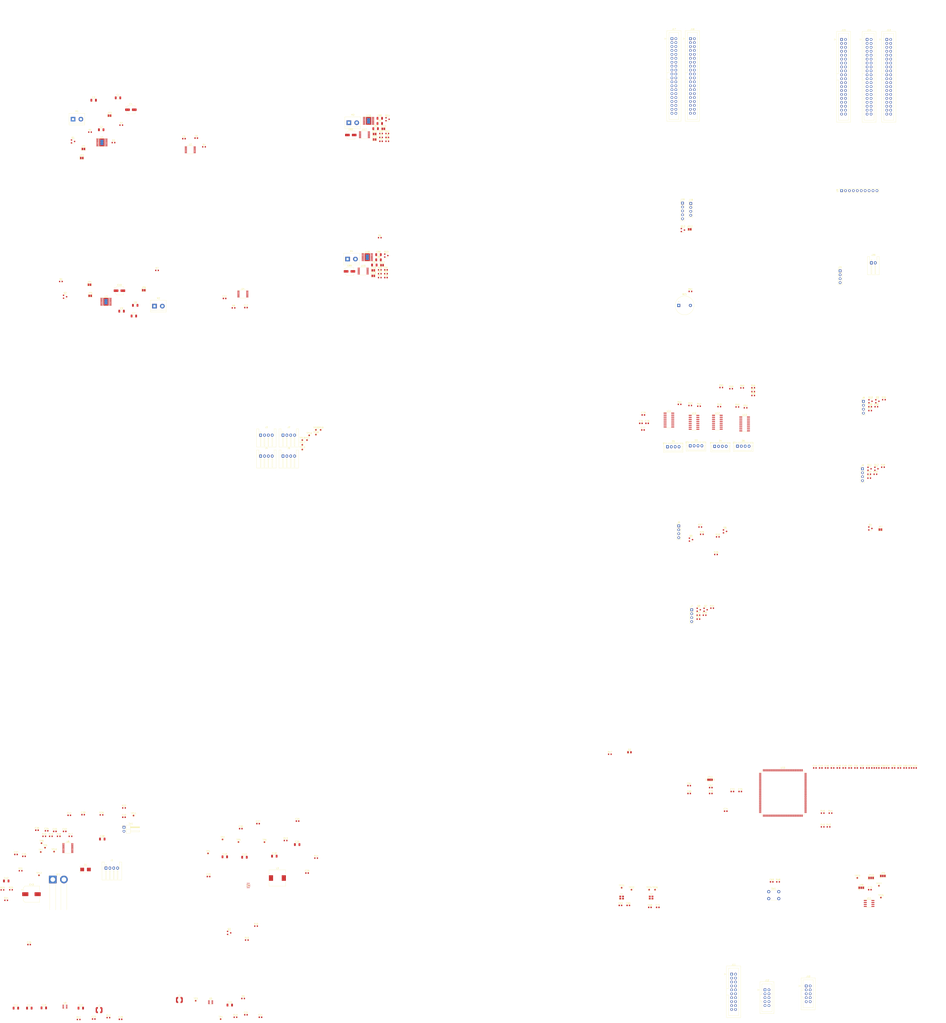
<source format=kicad_pcb>
(kicad_pcb (version 20171130) (host pcbnew 5.1.9)
  (layers (0 F.Cu mixed) (1 In1.Cu power) (2 In2.Cu power) (31 B.Cu mixed) (34 B.Paste user) (35 F.Paste user) (36 B.SilkS user) (37 F.SilkS user) (38 B.Mask user) (39 F.Mask user) (44 Edge.Cuts user))
  (net 0 "")
  (net 1 +BATT)
  (net 2 -BATT)
  (net 3 "Net-(BZ1-Pad1)")
  (net 4 GND)
  (net 5 "Net-(C1-Pad2)")
  (net 6 "Net-(C2-Pad2)")
  (net 7 "Net-(C2-Pad1)")
  (net 8 +3V3)
  (net 9 "Net-(C7-Pad2)")
  (net 10 "Net-(C8-Pad2)")
  (net 11 "Net-(C8-Pad1)")
  (net 12 /Power/VCC_5VP)
  (net 13 "Net-(C20-Pad2)")
  (net 14 +5V)
  (net 15 "Net-(C21-Pad2)")
  (net 16 "Net-(C22-Pad2)")
  (net 17 "Net-(C22-Pad1)")
  (net 18 "Net-(C23-Pad2)")
  (net 19 "Net-(C25-Pad2)")
  (net 20 "Net-(C25-Pad1)")
  (net 21 +5VP)
  (net 22 "Net-(C32-Pad2)")
  (net 23 "Net-(C32-Pad1)")
  (net 24 "Net-(C33-Pad2)")
  (net 25 /Battery_Current)
  (net 26 "Net-(C36-Pad1)")
  (net 27 /Battery_Cell_Voltage)
  (net 28 "Net-(C38-Pad1)")
  (net 29 /Vref_opt)
  (net 30 /Battery_Temperature)
  (net 31 "Net-(C41-Pad1)")
  (net 32 "Net-(C42-Pad2)")
  (net 33 "Net-(C42-Pad1)")
  (net 34 /MCU/LSE_in)
  (net 35 /MCU/VCAP_1)
  (net 36 /MCU/LSE_out)
  (net 37 /MCU/VCAP_2)
  (net 38 /MCU/VREF)
  (net 39 /MCU/HSE_in)
  (net 40 /MCU_RESET)
  (net 41 /MCU/HSE_out)
  (net 42 /MCU/VCAPDSI)
  (net 43 "Net-(C80-Pad2)")
  (net 44 "Net-(C81-Pad2)")
  (net 45 "Net-(C81-Pad1)")
  (net 46 "Net-(C86-Pad2)")
  (net 47 "Net-(C87-Pad1)")
  (net 48 "Net-(C87-Pad2)")
  (net 49 /Power/Cell3)
  (net 50 "Net-(D2-Pad2)")
  (net 51 "Net-(D3-Pad4)")
  (net 52 "Net-(D3-Pad3)")
  (net 53 "Net-(D3-Pad2)")
  (net 54 "Net-(D4-Pad2)")
  (net 55 "Net-(D4-Pad3)")
  (net 56 "Net-(D4-Pad4)")
  (net 57 "Net-(D5-Pad4)")
  (net 58 "Net-(D5-Pad3)")
  (net 59 "Net-(D5-Pad2)")
  (net 60 "Net-(D6-Pad2)")
  (net 61 "Net-(D6-Pad3)")
  (net 62 "Net-(D6-Pad4)")
  (net 63 /Power/Cell0)
  (net 64 /Power/Cell1)
  (net 65 /Power/Cell2)
  (net 66 /Motor1_ENC1)
  (net 67 /Motor1_ENC2)
  (net 68 /Motor3_ENC2)
  (net 69 /Motor3_ENC1)
  (net 70 /Motor2_ENC2)
  (net 71 /Motor2_ENC1)
  (net 72 /Motor4_ENC1)
  (net 73 /Motor4_ENC2)
  (net 74 /Sensors/Ultrassonic_0/Power-)
  (net 75 "Net-(J6-Pad3)")
  (net 76 "Net-(J6-Pad2)")
  (net 77 "Net-(J7-Pad2)")
  (net 78 "Net-(J7-Pad3)")
  (net 79 "Net-(J8-Pad3)")
  (net 80 "Net-(J8-Pad2)")
  (net 81 "Net-(J9-Pad2)")
  (net 82 "Net-(J9-Pad3)")
  (net 83 "Net-(J10-Pad3)")
  (net 84 "Net-(J10-Pad7)")
  (net 85 "Net-(J10-Pad9)")
  (net 86 /MCU/TCK_SWCLK)
  (net 87 /MCU/TMS_SWDIO)
  (net 88 "Net-(J10-Pad8)")
  (net 89 "Net-(J10-Pad10)")
  (net 90 /MCU/nTRST)
  (net 91 /MCU/TDI)
  (net 92 "Net-(J11-Pad11)")
  (net 93 /MCU/TDO_SWO)
  (net 94 "Net-(J11-Pad17)")
  (net 95 "Net-(J11-Pad19)")
  (net 96 "Net-(J11-Pad2)")
  (net 97 "Net-(J12-Pad7)")
  (net 98 /MCU/EH_1)
  (net 99 /MCU/EH_2)
  (net 100 /MCU/EH_3)
  (net 101 /MCU/EH_4)
  (net 102 /MCU/EH_5)
  (net 103 /MCU/EH_6)
  (net 104 /MCU/EH_7)
  (net 105 /MCU/EH_8)
  (net 106 /MCU/EH_9)
  (net 107 /MCU/EH_10)
  (net 108 /MCU/EH_11)
  (net 109 /MCU/EH_12)
  (net 110 /MCU/EH_13)
  (net 111 /MCU/EH_14)
  (net 112 /MCU/EH_15)
  (net 113 /MCU/EH_16)
  (net 114 /MCU/EH_17)
  (net 115 /MCU/EH_18)
  (net 116 /MCU/EH_19)
  (net 117 /MCU/EH_20)
  (net 118 /MCU/EH_21)
  (net 119 /MCU/EH_22)
  (net 120 /MCU/EH_23)
  (net 121 /MCU/EH_24)
  (net 122 /MCU/EH_25)
  (net 123 /MCU/EH_26)
  (net 124 /MCU/EH_27)
  (net 125 /MCU/EH_55)
  (net 126 /MCU/EH_54)
  (net 127 /MCU/EH_53)
  (net 128 /MCU/EH_52)
  (net 129 /MCU/EH_51)
  (net 130 /MCU/EH_50)
  (net 131 /MCU/EH_49)
  (net 132 /MCU/EH_48)
  (net 133 /MCU/EH_47)
  (net 134 /MCU/EH_46)
  (net 135 /MCU/EH_45)
  (net 136 /MCU/EH_44)
  (net 137 /MCU/EH_43)
  (net 138 /MCU/EH_42)
  (net 139 /MCU/EH_41)
  (net 140 /MCU/EH_40)
  (net 141 /MCU/EH_39)
  (net 142 /MCU/EH_38)
  (net 143 /MCU/EH_37)
  (net 144 /MCU/EH_36)
  (net 145 /MCU/EH_35)
  (net 146 /MCU/EH_34)
  (net 147 /MCU/EH_33)
  (net 148 /MCU/EH_32)
  (net 149 /MCU/EH_31)
  (net 150 /MCU/EH_30)
  (net 151 /MCU/EH_29)
  (net 152 /MCU/EH_28)
  (net 153 /MCU/EH_56)
  (net 154 /RPi_RX)
  (net 155 /RPi_TX)
  (net 156 /MCU/EH_59)
  (net 157 /MCU/EH_60)
  (net 158 /MCU/EH_61)
  (net 159 /MCU/EH_62)
  (net 160 /MCU/EH_63)
  (net 161 /MCU/EH_64)
  (net 162 /I2C1_SCL)
  (net 163 /I2C1_SDA)
  (net 164 /MCU/EH_67)
  (net 165 /SPI2_SCK)
  (net 166 /SPI2_MISO)
  (net 167 /SPI2_MOSI)
  (net 168 /MCU/EH_71)
  (net 169 /MCU/EH_72)
  (net 170 /MCU/EH_73)
  (net 171 /MCU/EH_74)
  (net 172 /MCU/EH_75)
  (net 173 /MCU/EH_76)
  (net 174 /I2C2_SDA)
  (net 175 /I2C2_SCL)
  (net 176 /MCU/EH_79)
  (net 177 /MCU/EH_80)
  (net 178 /MCU/EH_81)
  (net 179 /MCU/EH_82)
  (net 180 /MCU/EH_83)
  (net 181 "Net-(J16-Pad1)")
  (net 182 /Interfaces/BCM2)
  (net 183 /Interfaces/BCM3)
  (net 184 /Interfaces/BCM4)
  (net 185 /Interfaces/BCM17)
  (net 186 /Interfaces/BCM27)
  (net 187 /Interfaces/BCM22)
  (net 188 "Net-(J16-Pad17)")
  (net 189 /Interfaces/BCM10)
  (net 190 /Interfaces/BCM9)
  (net 191 /Interfaces/BCM11)
  (net 192 /Interfaces/BCM0)
  (net 193 /Interfaces/BCM5)
  (net 194 /Interfaces/BCM6)
  (net 195 /Interfaces/BCM13)
  (net 196 /Interfaces/BCM19)
  (net 197 /Interfaces/BCM18)
  (net 198 /Interfaces/BCM23)
  (net 199 /Interfaces/BCM24)
  (net 200 /Interfaces/BCM25)
  (net 201 /Interfaces/BCM8)
  (net 202 /Interfaces/BCM7)
  (net 203 /Interfaces/BCM1)
  (net 204 /Interfaces/BCM12)
  (net 205 /Interfaces/BCM20)
  (net 206 /Interfaces/BCM21)
  (net 207 "Net-(J17-Pad17)")
  (net 208 "Net-(J17-Pad1)")
  (net 209 "Net-(J18-Pad4)")
  (net 210 /Rotary_CLK)
  (net 211 /Rotary_DT)
  (net 212 /Rotary_SW)
  (net 213 /IR_Array_CS)
  (net 214 "Net-(JP1-Pad1)")
  (net 215 "Net-(JP1-Pad2)")
  (net 216 "Net-(JP2-Pad2)")
  (net 217 /D1_PMODE)
  (net 218 /D1_SENSE)
  (net 219 "Net-(JP3-Pad2)")
  (net 220 "Net-(JP4-Pad2)")
  (net 221 "Net-(JP4-Pad1)")
  (net 222 /D2_PMODE)
  (net 223 "Net-(JP5-Pad2)")
  (net 224 "Net-(JP6-Pad2)")
  (net 225 /D2_SENSE)
  (net 226 "Net-(JP8-Pad2)")
  (net 227 "Net-(JP9-Pad2)")
  (net 228 "Net-(JP10-Pad2)")
  (net 229 "Net-(JP13-Pad2)")
  (net 230 "Net-(JP13-Pad1)")
  (net 231 "Net-(JP14-Pad2)")
  (net 232 /D3_PMODE)
  (net 233 /D3_SENSE)
  (net 234 "Net-(JP15-Pad2)")
  (net 235 "Net-(JP16-Pad1)")
  (net 236 "Net-(JP16-Pad2)")
  (net 237 "Net-(JP17-Pad2)")
  (net 238 /D4_PMODE)
  (net 239 /D4_SENSE)
  (net 240 "Net-(JP18-Pad2)")
  (net 241 "Net-(L1-Pad1)")
  (net 242 "Net-(M1-Pad2)")
  (net 243 "Net-(M1-Pad1)")
  (net 244 "Net-(M2-Pad2)")
  (net 245 "Net-(M2-Pad1)")
  (net 246 "Net-(M3-Pad1)")
  (net 247 "Net-(M3-Pad2)")
  (net 248 "Net-(M4-Pad1)")
  (net 249 "Net-(M4-Pad2)")
  (net 250 /D1_IMODE)
  (net 251 /D2_IMODE)
  (net 252 /RPi_PG)
  (net 253 /Power/PG_5VP)
  (net 254 /Ultra_EN)
  (net 255 Ultrassonic_TRIG_0)
  (net 256 Ultrassonic_ECHO_0)
  (net 257 Ultrassonic_TRIG_1)
  (net 258 Ultrassonic_ECHO_1)
  (net 259 Ultrassonic_TRIG_2)
  (net 260 Ultrassonic_ECHO_2)
  (net 261 Ultrassonic_TRIG_3)
  (net 262 Ultrassonic_ECHO_3)
  (net 263 /OLED_EN)
  (net 264 /D3_IMODE)
  (net 265 /D4_IMODE)
  (net 266 /D1_nFAULT)
  (net 267 "Net-(R4-Pad1)")
  (net 268 /D2_nFAULT)
  (net 269 "Net-(R8-Pad1)")
  (net 270 "Net-(R13-Pad1)")
  (net 271 "Net-(R22-Pad2)")
  (net 272 /Battery_Overcurrent)
  (net 273 "Net-(R49-Pad2)")
  (net 274 "Net-(R50-Pad2)")
  (net 275 "Net-(R51-Pad2)")
  (net 276 "Net-(R52-Pad2)")
  (net 277 "Net-(R53-Pad2)")
  (net 278 "Net-(R54-Pad2)")
  (net 279 "Net-(R55-Pad2)")
  (net 280 "Net-(R56-Pad2)")
  (net 281 "Net-(R57-Pad2)")
  (net 282 "Net-(R58-Pad2)")
  (net 283 "Net-(R59-Pad2)")
  (net 284 "Net-(R60-Pad2)")
  (net 285 /buzzer)
  (net 286 /D3_nFAULT)
  (net 287 "Net-(R65-Pad1)")
  (net 288 /D4_nFAULT)
  (net 289 "Net-(R69-Pad1)")
  (net 290 /RPi_EN)
  (net 291 /MCU/WP)
  (net 292 /D1_nSLEEP)
  (net 293 /D1_IN2)
  (net 294 /D1_IN1)
  (net 295 "Net-(U2-Pad13)")
  (net 296 "Net-(U2-Pad8)")
  (net 297 /D1_DigiPot_SHDN)
  (net 298 /D1_DigiPot_WLAT)
  (net 299 /D1_DigiPot_CS)
  (net 300 /D2_IN1)
  (net 301 /D2_IN2)
  (net 302 /D2_nSLEEP)
  (net 303 /D2_DigiPot_CS)
  (net 304 /D2_DigiPot_WLAT)
  (net 305 /D2_DigiPot_SHDN)
  (net 306 "Net-(U4-Pad8)")
  (net 307 "Net-(U4-Pad13)")
  (net 308 "Net-(U5-Pad4)")
  (net 309 "Net-(U5-Pad6)")
  (net 310 "Net-(U9-Pad8)")
  (net 311 "Net-(U9-Pad9)")
  (net 312 "Net-(U9-Pad10)")
  (net 313 /LED_Series_BIN)
  (net 314 /LED_Series_LIN)
  (net 315 /LED_Series_SIN)
  (net 316 /LED_Series_CIN)
  (net 317 /D3_DigiPot_CS)
  (net 318 /D4_DigiPot_CS)
  (net 319 /D3_IN1)
  (net 320 /D3_IN2)
  (net 321 /D4_IN1)
  (net 322 /D4_IN2)
  (net 323 /D3_DigiPot_WLAT)
  (net 324 /D3_DigiPot_SHDN)
  (net 325 /D4_DigiPot_WLAT)
  (net 326 /D4_DigiPot_SHDN)
  (net 327 /D3_nSLEEP)
  (net 328 /D4_nSLEEP)
  (net 329 "Net-(U12-Pad15)")
  (net 330 "Net-(U12-Pad14)")
  (net 331 "Net-(U12-Pad13)")
  (net 332 "Net-(U12-Pad12)")
  (net 333 "Net-(U13-Pad12)")
  (net 334 "Net-(U13-Pad13)")
  (net 335 "Net-(U13-Pad14)")
  (net 336 "Net-(U13-Pad15)")
  (net 337 "Net-(U14-Pad12)")
  (net 338 "Net-(U14-Pad13)")
  (net 339 "Net-(U14-Pad14)")
  (net 340 "Net-(U14-Pad15)")
  (net 341 "Net-(U15-Pad15)")
  (net 342 "Net-(U15-Pad14)")
  (net 343 "Net-(U15-Pad13)")
  (net 344 "Net-(U15-Pad12)")
  (net 345 "Net-(U17-Pad13)")
  (net 346 "Net-(U17-Pad8)")
  (net 347 "Net-(U19-Pad8)")
  (net 348 "Net-(U19-Pad13)")
  (module rasbot:SolderWire-2.5sqmm_1x02_P7.2mm_D2.4mm_OD3.6mm_Relief_12AWG_Wire_XT60 (layer F.Cu) (at -915.25 -240.284)
    (fp_text reference BT1 (at 3.6 -3.2) (layer F.SilkS))
    (fp_text value Battery)
    (pad 1 thru_hole roundrect (at 0 0) (size 5 5) (drill 3) (layers *.Cu *.Mask) (roundrect_rratio 0.062) (net 1 +BATT))
    (pad 2 thru_hole circle (at 7.2 0) (size 5 5) (drill 3) (layers *.Cu *.Mask) (net 2 -BATT))
    (pad "" np_thru_hole circle (at 0 21.6) (size 5 5) (drill 5) (layers *.Cu *.Mask))
    (pad "" np_thru_hole circle (at 7.2 21.6) (size 5 5) (drill 5) (layers *.Cu *.Mask))
  )
  (module Buzzer_Beeper:Buzzer_12x9.5RM7.6 (layer F.Cu) (at -510.469799 -611.590499)
    (fp_text reference BZ1 (at 3.8 -7.2) (layer F.SilkS))
    (fp_text value Buzzer)
    (fp_text user + (at -0.01 -2.54) (layer F.SilkS))
    (pad 1 thru_hole rect (at 0 0) (size 2 2) (drill 1) (layers *.Cu *.Mask) (net 3 "Net-(BZ1-Pad1)"))
    (pad 2 thru_hole circle (at 7.6 0) (size 2 2) (drill 1) (layers *.Cu *.Mask) (net 4 GND))
  )
  (module Capacitor_SMD:C_1206_3216Metric (layer F.Cu) (at -873.076 -745.8329)
    (fp_text reference C1 (at 0 -1.85) (layer F.SilkS))
    (fp_text value 100n)
    (pad 1 smd roundrect (at -1.475 0) (size 1.15 1.8) (layers F.Cu F.Paste F.Mask) (roundrect_rratio 0.217391) (net 1 +BATT))
    (pad 2 smd roundrect (at 1.475 0) (size 1.15 1.8) (layers F.Cu F.Paste F.Mask) (roundrect_rratio 0.217391) (net 5 "Net-(C1-Pad2)"))
  )
  (module Capacitor_SMD:C_1206_3216Metric (layer F.Cu) (at -883.9345 -725.1954)
    (fp_text reference C2 (at 0 -1.85) (layer F.SilkS))
    (fp_text value 22n)
    (pad 2 smd roundrect (at 1.475 0) (size 1.15 1.8) (layers F.Cu F.Paste F.Mask) (roundrect_rratio 0.217391) (net 6 "Net-(C2-Pad2)"))
    (pad 1 smd roundrect (at -1.475 0) (size 1.15 1.8) (layers F.Cu F.Paste F.Mask) (roundrect_rratio 0.217391) (net 7 "Net-(C2-Pad1)"))
  )
  (module Capacitor_SMD:C_1206_3216Metric (layer F.Cu) (at -888.824 -744.3089)
    (fp_text reference C3 (at 0 -1.85) (layer F.SilkS))
    (fp_text value 100n)
    (pad 1 smd roundrect (at -1.475 0) (size 1.15 1.8) (layers F.Cu F.Paste F.Mask) (roundrect_rratio 0.217391) (net 1 +BATT))
    (pad 2 smd roundrect (at 1.475 0) (size 1.15 1.8) (layers F.Cu F.Paste F.Mask) (roundrect_rratio 0.217391) (net 4 GND))
  )
  (module Capacitor_SMD:CP_Elec_5x5.4 (layer F.Cu) (at -864.743 -738.1494)
    (fp_text reference C4 (at 0 -3.7) (layer F.SilkS))
    (fp_text value 10u)
    (pad 2 smd roundrect (at 2.2 0) (size 3 1.6) (layers F.Cu F.Paste F.Mask) (roundrect_rratio 0.15625) (net 4 GND))
    (pad 1 smd roundrect (at -2.2 0) (size 3 1.6) (layers F.Cu F.Paste F.Mask) (roundrect_rratio 0.15625) (net 1 +BATT))
  )
  (module Capacitor_SMD:C_0603_1608Metric (layer F.Cu) (at -830.4025 -719.4169)
    (fp_text reference C5 (at 0 -1.43) (layer F.SilkS))
    (fp_text value 100n)
    (pad 2 smd roundrect (at 0.775 0) (size 0.9 0.95) (layers F.Cu F.Paste F.Mask) (net 4 GND))
    (pad 1 smd roundrect (at -0.775 0) (size 0.9 0.95) (layers F.Cu F.Paste F.Mask) (net 8 +3V3))
  )
  (module Capacitor_SMD:C_0603_1608Metric (layer F.Cu) (at -822.465 -719.7979)
    (fp_text reference C6 (at 0 -1.43) (layer F.SilkS))
    (fp_text value 100n)
    (pad 2 smd roundrect (at 0.775 0) (size 0.9 0.95) (layers F.Cu F.Paste F.Mask) (net 4 GND))
    (pad 1 smd roundrect (at -0.775 0) (size 0.9 0.95) (layers F.Cu F.Paste F.Mask) (net 8 +3V3))
  )
  (module Capacitor_SMD:C_1206_3216Metric (layer F.Cu) (at -862.8144 -604.7232)
    (fp_text reference C7 (at 0 -1.85) (layer F.SilkS))
    (fp_text value 100n)
    (pad 1 smd roundrect (at -1.475 0) (size 1.15 1.8) (layers F.Cu F.Paste F.Mask) (roundrect_rratio 0.217391) (net 1 +BATT))
    (pad 2 smd roundrect (at 1.475 0) (size 1.15 1.8) (layers F.Cu F.Paste F.Mask) (roundrect_rratio 0.217391) (net 9 "Net-(C7-Pad2)"))
  )
  (module Capacitor_SMD:C_1206_3216Metric (layer F.Cu) (at -861.9381 -611.632)
    (fp_text reference C8 (at 0 -1.85) (layer F.SilkS))
    (fp_text value 22n)
    (pad 2 smd roundrect (at 1.475 0) (size 1.15 1.8) (layers F.Cu F.Paste F.Mask) (roundrect_rratio 0.217391) (net 10 "Net-(C8-Pad2)"))
    (pad 1 smd roundrect (at -1.475 0) (size 1.15 1.8) (layers F.Cu F.Paste F.Mask) (roundrect_rratio 0.217391) (net 11 "Net-(C8-Pad1)"))
  )
  (module Capacitor_SMD:C_1206_3216Metric (layer F.Cu) (at -870.7628 -607.8728)
    (fp_text reference C9 (at 0 -1.85) (layer F.SilkS))
    (fp_text value 100n)
    (pad 2 smd roundrect (at 1.475 0) (size 1.15 1.8) (layers F.Cu F.Paste F.Mask) (roundrect_rratio 0.217391) (net 4 GND))
    (pad 1 smd roundrect (at -1.475 0) (size 1.15 1.8) (layers F.Cu F.Paste F.Mask) (roundrect_rratio 0.217391) (net 1 +BATT))
  )
  (module Capacitor_SMD:CP_Elec_5x5.4 (layer F.Cu) (at -872.1246 -621.1062)
    (fp_text reference C10 (at 0 -3.7) (layer F.SilkS))
    (fp_text value 10u)
    (pad 1 smd roundrect (at -2.2 0) (size 3 1.6) (layers F.Cu F.Paste F.Mask) (roundrect_rratio 0.15625) (net 1 +BATT))
    (pad 2 smd roundrect (at 2.2 0) (size 3 1.6) (layers F.Cu F.Paste F.Mask) (roundrect_rratio 0.15625) (net 4 GND))
  )
  (module Capacitor_SMD:C_0603_1608Metric (layer F.Cu) (at -804.1516 -616.077)
    (fp_text reference C11 (at 0 -1.43) (layer F.SilkS))
    (fp_text value 100n)
    (pad 2 smd roundrect (at 0.775 0) (size 0.9 0.95) (layers F.Cu F.Paste F.Mask) (net 4 GND))
    (pad 1 smd roundrect (at -0.775 0) (size 0.9 0.95) (layers F.Cu F.Paste F.Mask) (net 8 +3V3))
  )
  (module Capacitor_SMD:C_0603_1608Metric (layer F.Cu) (at -790.3086 -610.1715)
    (fp_text reference C12 (at 0 -1.43) (layer F.SilkS))
    (fp_text value 100n)
    (pad 2 smd roundrect (at 0.775 0) (size 0.9 0.95) (layers F.Cu F.Paste F.Mask) (net 4 GND))
    (pad 1 smd roundrect (at -0.775 0) (size 0.9 0.95) (layers F.Cu F.Paste F.Mask) (net 8 +3V3))
  )
  (module Capacitor_SMD:C_1206_3216Metric (layer F.Cu) (at -791.2844 -254.6858)
    (fp_text reference C13 (at 0 -1.85) (layer F.SilkS))
    (fp_text value 22u)
    (pad 1 smd roundrect (at -1.475 0) (size 1.15 1.8) (layers F.Cu F.Paste F.Mask) (roundrect_rratio 0.217391) (net 1 +BATT))
    (pad 2 smd roundrect (at 1.475 0) (size 1.15 1.8) (layers F.Cu F.Paste F.Mask) (roundrect_rratio 0.217391) (net 4 GND))
  )
  (module Capacitor_SMD:C_1206_3216Metric (layer F.Cu) (at -939.116 -157.099)
    (fp_text reference C14 (at 0 -1.85) (layer F.SilkS))
    (fp_text value 10u)
    (pad 1 smd roundrect (at -1.475 0) (size 1.15 1.8) (layers F.Cu F.Paste F.Mask) (roundrect_rratio 0.217391) (net 1 +BATT))
    (pad 2 smd roundrect (at 1.475 0) (size 1.15 1.8) (layers F.Cu F.Paste F.Mask) (roundrect_rratio 0.217391) (net 4 GND))
  )
  (module Capacitor_SMD:C_1206_3216Metric (layer F.Cu) (at -800.7985 -159.0675)
    (fp_text reference C15 (at 0 -1.85) (layer F.SilkS))
    (fp_text value 4.7u)
    (pad 1 smd roundrect (at -1.475 0) (size 1.15 1.8) (layers F.Cu F.Paste F.Mask) (roundrect_rratio 0.217391) (net 1 +BATT))
    (pad 2 smd roundrect (at 1.475 0) (size 1.15 1.8) (layers F.Cu F.Paste F.Mask) (roundrect_rratio 0.217391) (net 4 GND))
  )
  (module Capacitor_SMD:C_1206_3216Metric (layer F.Cu) (at -804.0134 -254.9398)
    (fp_text reference C16 (at 0 -1.85) (layer F.SilkS))
    (fp_text value 22u)
    (pad 1 smd roundrect (at -1.475 0) (size 1.15 1.8) (layers F.Cu F.Paste F.Mask) (roundrect_rratio 0.217391) (net 1 +BATT))
    (pad 2 smd roundrect (at 1.475 0) (size 1.15 1.8) (layers F.Cu F.Paste F.Mask) (roundrect_rratio 0.217391) (net 4 GND))
  )
  (module Capacitor_SMD:C_1206_3216Metric (layer F.Cu) (at -930.4165 -157.099)
    (fp_text reference C17 (at 0 -1.85) (layer F.SilkS))
    (fp_text value 10u)
    (pad 2 smd roundrect (at 1.475 0) (size 1.15 1.8) (layers F.Cu F.Paste F.Mask) (roundrect_rratio 0.217391) (net 4 GND))
    (pad 1 smd roundrect (at -1.475 0) (size 1.15 1.8) (layers F.Cu F.Paste F.Mask) (roundrect_rratio 0.217391) (net 1 +BATT))
  )
  (module Capacitor_SMD:C_1206_3216Metric (layer F.Cu) (at -771.9804 -255.3843)
    (fp_text reference C18 (at 0 -1.85) (layer F.SilkS))
    (fp_text value 100n)
    (pad 2 smd roundrect (at 1.475 0) (size 1.15 1.8) (layers F.Cu F.Paste F.Mask) (roundrect_rratio 0.217391) (net 4 GND))
    (pad 1 smd roundrect (at -1.475 0) (size 1.15 1.8) (layers F.Cu F.Paste F.Mask) (roundrect_rratio 0.217391) (net 1 +BATT))
  )
  (module Capacitor_SMD:C_1206_3216Metric (layer F.Cu) (at -921.053 -157.226)
    (fp_text reference C19 (at 0 -1.85) (layer F.SilkS))
    (fp_text value 100n)
    (pad 1 smd roundrect (at -1.475 0) (size 1.15 1.8) (layers F.Cu F.Paste F.Mask) (roundrect_rratio 0.217391) (net 1 +BATT))
    (pad 2 smd roundrect (at 1.475 0) (size 1.15 1.8) (layers F.Cu F.Paste F.Mask) (roundrect_rratio 0.217391) (net 4 GND))
  )
  (module Capacitor_SMD:C_0603_1608Metric (layer F.Cu) (at -814.5269 -242.1763)
    (fp_text reference C20 (at 0 -1.43) (layer F.SilkS))
    (fp_text value 1u)
    (pad 1 smd roundrect (at -0.775 0) (size 0.9 0.95) (layers F.Cu F.Paste F.Mask) (net 12 /Power/VCC_5VP))
    (pad 2 smd roundrect (at 0.775 0) (size 0.9 0.95) (layers F.Cu F.Paste F.Mask) (net 13 "Net-(C20-Pad2)"))
  )
  (module Capacitor_SMD:C_0603_1608Metric (layer F.Cu) (at -790.334 -152.781)
    (fp_text reference C21 (at 0 -1.43) (layer F.SilkS))
    (fp_text value 22p)
    (pad 1 smd roundrect (at -0.775 0) (size 0.9 0.95) (layers F.Cu F.Paste F.Mask) (net 14 +5V))
    (pad 2 smd roundrect (at 0.775 0) (size 0.9 0.95) (layers F.Cu F.Paste F.Mask) (net 15 "Net-(C21-Pad2)"))
  )
  (module Capacitor_SMD:C_1206_3216Metric (layer F.Cu) (at -897.1425 -157.099)
    (fp_text reference C22 (at 0 -1.85) (layer F.SilkS))
    (fp_text value 100n)
    (pad 2 smd roundrect (at 1.475 0) (size 1.15 1.8) (layers F.Cu F.Paste F.Mask) (roundrect_rratio 0.217391) (net 16 "Net-(C22-Pad2)"))
    (pad 1 smd roundrect (at -1.475 0) (size 1.15 1.8) (layers F.Cu F.Paste F.Mask) (roundrect_rratio 0.217391) (net 17 "Net-(C22-Pad1)"))
  )
  (module Capacitor_SMD:C_0603_1608Metric (layer F.Cu) (at -888.759 -150.0505)
    (fp_text reference C23 (at 0 -1.43) (layer F.SilkS))
    (fp_text value 22p)
    (pad 1 smd roundrect (at -0.775 0) (size 0.9 0.95) (layers F.Cu F.Paste F.Mask) (net 8 +3V3))
    (pad 2 smd roundrect (at 0.775 0) (size 0.9 0.95) (layers F.Cu F.Paste F.Mask) (net 18 "Net-(C23-Pad2)"))
  )
  (module Capacitor_SMD:C_0603_1608Metric (layer F.Cu) (at -780.936 -151.1935)
    (fp_text reference C24 (at 0 -1.43) (layer F.SilkS))
    (fp_text value 4.7u)
    (pad 2 smd roundrect (at 0.775 0) (size 0.9 0.95) (layers F.Cu F.Paste F.Mask) (net 4 GND))
    (pad 1 smd roundrect (at -0.775 0) (size 0.9 0.95) (layers F.Cu F.Paste F.Mask) (net 14 +5V))
  )
  (module Capacitor_SMD:C_1206_3216Metric (layer F.Cu) (at -757.2139 -262.8773)
    (fp_text reference C25 (at 0 -1.85) (layer F.SilkS))
    (fp_text value 100n)
    (pad 2 smd roundrect (at 1.475 0) (size 1.15 1.8) (layers F.Cu F.Paste F.Mask) (roundrect_rratio 0.217391) (net 19 "Net-(C25-Pad2)"))
    (pad 1 smd roundrect (at -1.475 0) (size 1.15 1.8) (layers F.Cu F.Paste F.Mask) (roundrect_rratio 0.217391) (net 20 "Net-(C25-Pad1)"))
  )
  (module Capacitor_SMD:C_0603_1608Metric (layer F.Cu) (at -930.542 -198.1835)
    (fp_text reference C26 (at 0 -1.43) (layer F.SilkS))
    (fp_text value 22u)
    (pad 1 smd roundrect (at -0.775 0) (size 0.9 0.95) (layers F.Cu F.Paste F.Mask) (net 8 +3V3))
    (pad 2 smd roundrect (at 0.775 0) (size 0.9 0.95) (layers F.Cu F.Paste F.Mask) (net 4 GND))
  )
  (module Capacitor_SMD:C_0603_1608Metric (layer F.Cu) (at -782.4854 -276.4028)
    (fp_text reference C27 (at 0 -1.43) (layer F.SilkS))
    (fp_text value 22u)
    (pad 1 smd roundrect (at -0.775 0) (size 0.9 0.95) (layers F.Cu F.Paste F.Mask) (net 21 +5VP))
    (pad 2 smd roundrect (at 0.775 0) (size 0.9 0.95) (layers F.Cu F.Paste F.Mask) (net 4 GND))
  )
  (module Capacitor_SMD:C_0603_1608Metric (layer F.Cu) (at -871.4235 -149.86)
    (fp_text reference C28 (at 0 -1.43) (layer F.SilkS))
    (fp_text value 22u)
    (pad 2 smd roundrect (at 0.775 0) (size 0.9 0.95) (layers F.Cu F.Paste F.Mask) (net 4 GND))
    (pad 1 smd roundrect (at -0.775 0) (size 0.9 0.95) (layers F.Cu F.Paste F.Mask) (net 8 +3V3))
  )
  (module Capacitor_SMD:C_0603_1608Metric (layer F.Cu) (at -750.7989 -244.4623)
    (fp_text reference C29 (at 0 -1.43) (layer F.SilkS))
    (fp_text value 22u)
    (pad 2 smd roundrect (at 0.775 0) (size 0.9 0.95) (layers F.Cu F.Paste F.Mask) (net 4 GND))
    (pad 1 smd roundrect (at -0.775 0) (size 0.9 0.95) (layers F.Cu F.Paste F.Mask) (net 21 +5VP))
  )
  (module Capacitor_SMD:C_0603_1608Metric (layer F.Cu) (at -793.6614 -273.1643)
    (fp_text reference C30 (at 0 -1.43) (layer F.SilkS))
    (fp_text value 22u)
    (pad 1 smd roundrect (at -0.775 0) (size 0.9 0.95) (layers F.Cu F.Paste F.Mask) (net 21 +5VP))
    (pad 2 smd roundrect (at 0.775 0) (size 0.9 0.95) (layers F.Cu F.Paste F.Mask) (net 4 GND))
  )
  (module Capacitor_SMD:C_0603_1608Metric (layer F.Cu) (at -756.9584 -278.0538)
    (fp_text reference C31 (at 0 -1.43) (layer F.SilkS))
    (fp_text value 100n)
    (pad 2 smd roundrect (at 0.775 0) (size 0.9 0.95) (layers F.Cu F.Paste F.Mask) (net 4 GND))
    (pad 1 smd roundrect (at -0.775 0) (size 0.9 0.95) (layers F.Cu F.Paste F.Mask) (net 21 +5VP))
  )
  (module Capacitor_SMD:C_0603_1608Metric (layer F.Cu) (at -907.555 -271.399)
    (fp_text reference C32 (at 0 -1.43) (layer F.SilkS))
    (fp_text value 1u)
    (pad 2 smd roundrect (at 0.775 0) (size 0.9 0.95) (layers F.Cu F.Paste F.Mask) (net 22 "Net-(C32-Pad2)"))
    (pad 1 smd roundrect (at -0.775 0) (size 0.9 0.95) (layers F.Cu F.Paste F.Mask) (net 23 "Net-(C32-Pad1)"))
  )
  (module Capacitor_SMD:C_0603_1608Metric (layer F.Cu) (at -913.905 -271.399)
    (fp_text reference C33 (at 0 -1.43) (layer F.SilkS))
    (fp_text value 1u)
    (pad 1 smd roundrect (at -0.775 0) (size 0.9 0.95) (layers F.Cu F.Paste F.Mask) (net 22 "Net-(C32-Pad2)"))
    (pad 2 smd roundrect (at 0.775 0) (size 0.9 0.95) (layers F.Cu F.Paste F.Mask) (net 24 "Net-(C33-Pad2)"))
  )
  (module Capacitor_SMD:C_0603_1608Metric (layer F.Cu) (at -919.226 -271.78)
    (fp_text reference C34 (at 0 -1.43) (layer F.SilkS))
    (fp_text value 1u)
    (pad 2 smd roundrect (at 0.775 0) (size 0.9 0.95) (layers F.Cu F.Paste F.Mask) (net 2 -BATT))
    (pad 1 smd roundrect (at -0.775 0) (size 0.9 0.95) (layers F.Cu F.Paste F.Mask) (net 24 "Net-(C33-Pad2)"))
  )
  (module Capacitor_SMD:C_0603_1608Metric (layer F.Cu) (at -933.844 -255.27)
    (fp_text reference C35 (at 0 -1.43) (layer F.SilkS))
    (fp_text value 1n)
    (pad 1 smd roundrect (at -0.775 0) (size 0.9 0.95) (layers F.Cu F.Paste F.Mask) (net 25 /Battery_Current))
    (pad 2 smd roundrect (at 0.775 0) (size 0.9 0.95) (layers F.Cu F.Paste F.Mask) (net 2 -BATT))
  )
  (module Capacitor_SMD:C_0603_1608Metric (layer F.Cu) (at -925.462 -272.161)
    (fp_text reference C36 (at 0 -1.43) (layer F.SilkS))
    (fp_text value 1u)
    (pad 1 smd roundrect (at -0.775 0) (size 0.9 0.95) (layers F.Cu F.Paste F.Mask) (net 26 "Net-(C36-Pad1)"))
    (pad 2 smd roundrect (at 0.775 0) (size 0.9 0.95) (layers F.Cu F.Paste F.Mask) (net 2 -BATT))
  )
  (module Capacitor_SMD:C_0603_1608Metric (layer F.Cu) (at -939.038 -256.4765)
    (fp_text reference C37 (at 0 -1.43) (layer F.SilkS))
    (fp_text value 100n)
    (pad 2 smd roundrect (at 0.775 0) (size 0.9 0.95) (layers F.Cu F.Paste F.Mask) (net 2 -BATT))
    (pad 1 smd roundrect (at -0.775 0) (size 0.9 0.95) (layers F.Cu F.Paste F.Mask) (net 27 /Battery_Cell_Voltage))
  )
  (module Capacitor_SMD:C_1206_3216Metric (layer F.Cu) (at -883.236 -266.446)
    (fp_text reference C38 (at 0 -1.85) (layer F.SilkS))
    (fp_text value 10u)
    (pad 2 smd roundrect (at 1.475 0) (size 1.15 1.8) (layers F.Cu F.Paste F.Mask) (roundrect_rratio 0.217391) (net 2 -BATT))
    (pad 1 smd roundrect (at -1.475 0) (size 1.15 1.8) (layers F.Cu F.Paste F.Mask) (roundrect_rratio 0.217391) (net 28 "Net-(C38-Pad1)"))
  )
  (module Capacitor_SMD:C_0603_1608Metric (layer F.Cu) (at -895.617 -282.194)
    (fp_text reference C39 (at 0 -1.43) (layer F.SilkS))
    (fp_text value 1u)
    (pad 1 smd roundrect (at -0.775 0) (size 0.9 0.95) (layers F.Cu F.Paste F.Mask) (net 29 /Vref_opt))
    (pad 2 smd roundrect (at 0.775 0) (size 0.9 0.95) (layers F.Cu F.Paste F.Mask) (net 2 -BATT))
  )
  (module Capacitor_SMD:C_0603_1608Metric (layer F.Cu) (at -869.201 -280.543)
    (fp_text reference C40 (at 0 -1.43) (layer F.SilkS))
    (fp_text value 1u)
    (pad 2 smd roundrect (at 0.775 0) (size 0.9 0.95) (layers F.Cu F.Paste F.Mask) (net 2 -BATT))
    (pad 1 smd roundrect (at -0.775 0) (size 0.9 0.95) (layers F.Cu F.Paste F.Mask) (net 30 /Battery_Temperature))
  )
  (module Capacitor_SMD:C_0603_1608Metric (layer F.Cu) (at -904.5705 -281.813)
    (fp_text reference C41 (at 0 -1.43) (layer F.SilkS))
    (fp_text value 4.7u)
    (pad 1 smd roundrect (at -0.775 0) (size 0.9 0.95) (layers F.Cu F.Paste F.Mask) (net 31 "Net-(C41-Pad1)"))
    (pad 2 smd roundrect (at 0.775 0) (size 0.9 0.95) (layers F.Cu F.Paste F.Mask) (net 2 -BATT))
  )
  (module Capacitor_SMD:C_1206_3216Metric (layer F.Cu) (at -945.339 -239.3315)
    (fp_text reference C42 (at 0 -1.85) (layer F.SilkS))
    (fp_text value 100n)
    (pad 2 smd roundrect (at 1.475 0) (size 1.15 1.8) (layers F.Cu F.Paste F.Mask) (roundrect_rratio 0.217391) (net 32 "Net-(C42-Pad2)"))
    (pad 1 smd roundrect (at -1.475 0) (size 1.15 1.8) (layers F.Cu F.Paste F.Mask) (roundrect_rratio 0.217391) (net 33 "Net-(C42-Pad1)"))
  )
  (module Capacitor_SMD:CP_Elec_10x10 (layer F.Cu) (at -929.0299 -230.7971)
    (fp_text reference C43 (at 0 -6.2) (layer F.SilkS))
    (fp_text value 470u)
    (pad 1 smd roundrect (at -4 0) (size 4 2.5) (layers F.Cu F.Paste F.Mask) (roundrect_rratio 0.1) (net 1 +BATT))
    (pad 2 smd roundrect (at 4 0) (size 4 2.5) (layers F.Cu F.Paste F.Mask) (roundrect_rratio 0.1) (net 4 GND))
  )
  (module Capacitor_SMD:C_0603_1608Metric (layer F.Cu) (at -422.415 -312.42)
    (fp_text reference C44 (at 0 -1.43) (layer F.SilkS))
    (fp_text value 100n)
    (pad 1 smd roundrect (at -0.775 0) (size 0.9 0.95) (layers F.Cu F.Paste F.Mask) (net 8 +3V3))
    (pad 2 smd roundrect (at 0.775 0) (size 0.9 0.95) (layers F.Cu F.Paste F.Mask) (net 4 GND))
  )
  (module Capacitor_SMD:C_0603_1608Metric (layer F.Cu) (at -418.605 -312.42)
    (fp_text reference C45 (at 0 -1.43) (layer F.SilkS))
    (fp_text value 100n)
    (pad 2 smd roundrect (at 0.775 0) (size 0.9 0.95) (layers F.Cu F.Paste F.Mask) (net 4 GND))
    (pad 1 smd roundrect (at -0.775 0) (size 0.9 0.95) (layers F.Cu F.Paste F.Mask) (net 8 +3V3))
  )
  (module Capacitor_SMD:C_0603_1608Metric (layer F.Cu) (at -414.795 -312.42)
    (fp_text reference C46 (at 0 -1.43) (layer F.SilkS))
    (fp_text value 100n)
    (pad 1 smd roundrect (at -0.775 0) (size 0.9 0.95) (layers F.Cu F.Paste F.Mask) (net 8 +3V3))
    (pad 2 smd roundrect (at 0.775 0) (size 0.9 0.95) (layers F.Cu F.Paste F.Mask) (net 4 GND))
  )
  (module Capacitor_SMD:C_0603_1608Metric (layer F.Cu) (at -410.985 -312.42)
    (fp_text reference C47 (at 0 -1.43) (layer F.SilkS))
    (fp_text value 100n)
    (pad 2 smd roundrect (at 0.775 0) (size 0.9 0.95) (layers F.Cu F.Paste F.Mask) (net 4 GND))
    (pad 1 smd roundrect (at -0.775 0) (size 0.9 0.95) (layers F.Cu F.Paste F.Mask) (net 8 +3V3))
  )
  (module Capacitor_SMD:C_0603_1608Metric (layer F.Cu) (at -407.175 -312.42)
    (fp_text reference C48 (at 0 -1.43) (layer F.SilkS))
    (fp_text value 100n)
    (pad 1 smd roundrect (at -0.775 0) (size 0.9 0.95) (layers F.Cu F.Paste F.Mask) (net 8 +3V3))
    (pad 2 smd roundrect (at 0.775 0) (size 0.9 0.95) (layers F.Cu F.Paste F.Mask) (net 4 GND))
  )
  (module Capacitor_SMD:C_0603_1608Metric (layer F.Cu) (at -403.365 -312.42)
    (fp_text reference C49 (at 0 -1.43) (layer F.SilkS))
    (fp_text value 100n)
    (pad 1 smd roundrect (at -0.775 0) (size 0.9 0.95) (layers F.Cu F.Paste F.Mask) (net 8 +3V3))
    (pad 2 smd roundrect (at 0.775 0) (size 0.9 0.95) (layers F.Cu F.Paste F.Mask) (net 4 GND))
  )
  (module Capacitor_SMD:C_0603_1608Metric (layer F.Cu) (at -399.555 -312.42)
    (fp_text reference C50 (at 0 -1.43) (layer F.SilkS))
    (fp_text value 100n)
    (pad 1 smd roundrect (at -0.775 0) (size 0.9 0.95) (layers F.Cu F.Paste F.Mask) (net 8 +3V3))
    (pad 2 smd roundrect (at 0.775 0) (size 0.9 0.95) (layers F.Cu F.Paste F.Mask) (net 4 GND))
  )
  (module Capacitor_SMD:C_0603_1608Metric (layer F.Cu) (at -395.745 -312.42)
    (fp_text reference C51 (at 0 -1.43) (layer F.SilkS))
    (fp_text value 100n)
    (pad 2 smd roundrect (at 0.775 0) (size 0.9 0.95) (layers F.Cu F.Paste F.Mask) (net 4 GND))
    (pad 1 smd roundrect (at -0.775 0) (size 0.9 0.95) (layers F.Cu F.Paste F.Mask) (net 8 +3V3))
  )
  (module Capacitor_SMD:C_0603_1608Metric (layer F.Cu) (at -391.935 -312.42)
    (fp_text reference C52 (at 0 -1.43) (layer F.SilkS))
    (fp_text value 100n)
    (pad 2 smd roundrect (at 0.775 0) (size 0.9 0.95) (layers F.Cu F.Paste F.Mask) (net 4 GND))
    (pad 1 smd roundrect (at -0.775 0) (size 0.9 0.95) (layers F.Cu F.Paste F.Mask) (net 8 +3V3))
  )
  (module Capacitor_SMD:C_0603_1608Metric (layer F.Cu) (at -388.125 -312.42)
    (fp_text reference C53 (at 0 -1.43) (layer F.SilkS))
    (fp_text value 100n)
    (pad 1 smd roundrect (at -0.775 0) (size 0.9 0.95) (layers F.Cu F.Paste F.Mask) (net 8 +3V3))
    (pad 2 smd roundrect (at 0.775 0) (size 0.9 0.95) (layers F.Cu F.Paste F.Mask) (net 4 GND))
  )
  (module Capacitor_SMD:C_0603_1608Metric (layer F.Cu) (at -384.81 -312.42)
    (fp_text reference C54 (at 0 -1.43) (layer F.SilkS))
    (fp_text value 100n)
    (pad 2 smd roundrect (at 0.775 0) (size 0.9 0.95) (layers F.Cu F.Paste F.Mask) (net 4 GND))
    (pad 1 smd roundrect (at -0.775 0) (size 0.9 0.95) (layers F.Cu F.Paste F.Mask) (net 8 +3V3))
  )
  (module Capacitor_SMD:C_0603_1608Metric (layer F.Cu) (at -381.775 -312.42)
    (fp_text reference C55 (at 0 -1.43) (layer F.SilkS))
    (fp_text value 100n)
    (pad 2 smd roundrect (at 0.775 0) (size 0.9 0.95) (layers F.Cu F.Paste F.Mask) (net 4 GND))
    (pad 1 smd roundrect (at -0.775 0) (size 0.9 0.95) (layers F.Cu F.Paste F.Mask) (net 8 +3V3))
  )
  (module Capacitor_SMD:C_0603_1608Metric (layer F.Cu) (at -378.46 -312.42)
    (fp_text reference C56 (at 0 -1.43) (layer F.SilkS))
    (fp_text value 100n)
    (pad 2 smd roundrect (at 0.775 0) (size 0.9 0.95) (layers F.Cu F.Paste F.Mask) (net 4 GND))
    (pad 1 smd roundrect (at -0.775 0) (size 0.9 0.95) (layers F.Cu F.Paste F.Mask) (net 8 +3V3))
  )
  (module Capacitor_SMD:C_0603_1608Metric (layer F.Cu) (at -375.425 -312.42)
    (fp_text reference C57 (at 0 -1.43) (layer F.SilkS))
    (fp_text value 100n)
    (pad 1 smd roundrect (at -0.775 0) (size 0.9 0.95) (layers F.Cu F.Paste F.Mask) (net 8 +3V3))
    (pad 2 smd roundrect (at 0.775 0) (size 0.9 0.95) (layers F.Cu F.Paste F.Mask) (net 4 GND))
  )
  (module Capacitor_SMD:C_0603_1608Metric (layer F.Cu) (at -371.615 -312.42)
    (fp_text reference C58 (at 0 -1.43) (layer F.SilkS))
    (fp_text value 100n)
    (pad 2 smd roundrect (at 0.775 0) (size 0.9 0.95) (layers F.Cu F.Paste F.Mask) (net 4 GND))
    (pad 1 smd roundrect (at -0.775 0) (size 0.9 0.95) (layers F.Cu F.Paste F.Mask) (net 8 +3V3))
  )
  (module Capacitor_SMD:C_0603_1608Metric (layer F.Cu) (at -367.805 -312.42)
    (fp_text reference C59 (at 0 -1.43) (layer F.SilkS))
    (fp_text value 100n)
    (pad 1 smd roundrect (at -0.775 0) (size 0.9 0.95) (layers F.Cu F.Paste F.Mask) (net 8 +3V3))
    (pad 2 smd roundrect (at 0.775 0) (size 0.9 0.95) (layers F.Cu F.Paste F.Mask) (net 4 GND))
  )
  (module Capacitor_SMD:C_0603_1608Metric (layer F.Cu) (at -363.995 -312.42)
    (fp_text reference C60 (at 0 -1.43) (layer F.SilkS))
    (fp_text value 100n)
    (pad 1 smd roundrect (at -0.775 0) (size 0.9 0.95) (layers F.Cu F.Paste F.Mask) (net 8 +3V3))
    (pad 2 smd roundrect (at 0.775 0) (size 0.9 0.95) (layers F.Cu F.Paste F.Mask) (net 4 GND))
  )
  (module Capacitor_SMD:C_0603_1608Metric (layer F.Cu) (at -360.68 -312.42)
    (fp_text reference C61 (at 0 -1.43) (layer F.SilkS))
    (fp_text value 100n)
    (pad 1 smd roundrect (at -0.775 0) (size 0.9 0.95) (layers F.Cu F.Paste F.Mask) (net 8 +3V3))
    (pad 2 smd roundrect (at 0.775 0) (size 0.9 0.95) (layers F.Cu F.Paste F.Mask) (net 4 GND))
  )
  (module Capacitor_SMD:C_0603_1608Metric (layer F.Cu) (at -357.645 -312.42)
    (fp_text reference C62 (at 0 -1.43) (layer F.SilkS))
    (fp_text value 4.7u)
    (pad 1 smd roundrect (at -0.775 0) (size 0.9 0.95) (layers F.Cu F.Paste F.Mask) (net 8 +3V3))
    (pad 2 smd roundrect (at 0.775 0) (size 0.9 0.95) (layers F.Cu F.Paste F.Mask) (net 4 GND))
  )
  (module Capacitor_SMD:C_0603_1608Metric (layer F.Cu) (at -548.145 -223.52)
    (fp_text reference C63 (at 0 -1.43) (layer F.SilkS))
    (fp_text value 18p)
    (pad 2 smd roundrect (at 0.775 0) (size 0.9 0.95) (layers F.Cu F.Paste F.Mask) (net 4 GND))
    (pad 1 smd roundrect (at -0.775 0) (size 0.9 0.95) (layers F.Cu F.Paste F.Mask) (net 34 /MCU/LSE_in))
  )
  (module Capacitor_SMD:C_0603_1608Metric (layer F.Cu) (at -503.695 -300.99)
    (fp_text reference C64 (at 0 -1.43) (layer F.SilkS))
    (fp_text value 2.2u)
    (pad 2 smd roundrect (at 0.775 0) (size 0.9 0.95) (layers F.Cu F.Paste F.Mask) (net 4 GND))
    (pad 1 smd roundrect (at -0.775 0) (size 0.9 0.95) (layers F.Cu F.Paste F.Mask) (net 35 /MCU/VCAP_1))
  )
  (module Capacitor_SMD:C_0603_1608Metric (layer F.Cu) (at -543.065 -223.52)
    (fp_text reference C65 (at 0 -1.43) (layer F.SilkS))
    (fp_text value 18p)
    (pad 2 smd roundrect (at 0.775 0) (size 0.9 0.95) (layers F.Cu F.Paste F.Mask) (net 4 GND))
    (pad 1 smd roundrect (at -0.775 0) (size 0.9 0.95) (layers F.Cu F.Paste F.Mask) (net 36 /MCU/LSE_out))
  )
  (module Capacitor_SMD:C_0603_1608Metric (layer F.Cu) (at -503.695 -295.91)
    (fp_text reference C66 (at 0 -1.43) (layer F.SilkS))
    (fp_text value 2.2u)
    (pad 1 smd roundrect (at -0.775 0) (size 0.9 0.95) (layers F.Cu F.Paste F.Mask) (net 37 /MCU/VCAP_2))
    (pad 2 smd roundrect (at 0.775 0) (size 0.9 0.95) (layers F.Cu F.Paste F.Mask) (net 4 GND))
  )
  (module Capacitor_SMD:C_0603_1608Metric (layer F.Cu) (at -489.725 -299.72)
    (fp_text reference C67 (at 0 -1.43) (layer F.SilkS))
    (fp_text value 100n)
    (pad 1 smd roundrect (at -0.775 0) (size 0.9 0.95) (layers F.Cu F.Paste F.Mask) (net 38 /MCU/VREF))
    (pad 2 smd roundrect (at 0.775 0) (size 0.9 0.95) (layers F.Cu F.Paste F.Mask) (net 4 GND))
  )
  (module Capacitor_SMD:C_0603_1608Metric (layer F.Cu) (at -529.095 -222.25)
    (fp_text reference C68 (at 0 -1.43) (layer F.SilkS))
    (fp_text value 36p)
    (pad 1 smd roundrect (at -0.775 0) (size 0.9 0.95) (layers F.Cu F.Paste F.Mask) (net 39 /MCU/HSE_in))
    (pad 2 smd roundrect (at 0.775 0) (size 0.9 0.95) (layers F.Cu F.Paste F.Mask) (net 4 GND))
  )
  (module Capacitor_SMD:C_0603_1608Metric (layer F.Cu) (at -450.355 -238.76)
    (fp_text reference C69 (at 0 -1.43) (layer F.SilkS))
    (fp_text value 100n)
    (pad 2 smd roundrect (at 0.775 0) (size 0.9 0.95) (layers F.Cu F.Paste F.Mask) (net 4 GND))
    (pad 1 smd roundrect (at -0.775 0) (size 0.9 0.95) (layers F.Cu F.Paste F.Mask) (net 40 /MCU_RESET))
  )
  (module Capacitor_SMD:C_0603_1608Metric (layer F.Cu) (at -489.725 -295.91)
    (fp_text reference C70 (at 0 -1.43) (layer F.SilkS))
    (fp_text value 1u)
    (pad 1 smd roundrect (at -0.775 0) (size 0.9 0.95) (layers F.Cu F.Paste F.Mask) (net 38 /MCU/VREF))
    (pad 2 smd roundrect (at 0.775 0) (size 0.9 0.95) (layers F.Cu F.Paste F.Mask) (net 4 GND))
  )
  (module Capacitor_SMD:C_0603_1608Metric (layer F.Cu) (at -524.015 -222.25)
    (fp_text reference C71 (at 0 -1.43) (layer F.SilkS))
    (fp_text value 36p)
    (pad 2 smd roundrect (at 0.775 0) (size 0.9 0.95) (layers F.Cu F.Paste F.Mask) (net 4 GND))
    (pad 1 smd roundrect (at -0.775 0) (size 0.9 0.95) (layers F.Cu F.Paste F.Mask) (net 41 /MCU/HSE_out))
  )
  (module Capacitor_SMD:C_0603_1608Metric (layer F.Cu) (at -475.755 -297.18)
    (fp_text reference C72 (at 0 -1.43) (layer F.SilkS))
    (fp_text value 100n)
    (pad 2 smd roundrect (at 0.775 0) (size 0.9 0.95) (layers F.Cu F.Paste F.Mask) (net 4 GND))
    (pad 1 smd roundrect (at -0.775 0) (size 0.9 0.95) (layers F.Cu F.Paste F.Mask) (net 8 +3V3))
  )
  (module Capacitor_SMD:C_0603_1608Metric (layer F.Cu) (at -386.855 -233.68)
    (fp_text reference C73 (at 0 -1.43) (layer F.SilkS))
    (fp_text value 100n)
    (pad 1 smd roundrect (at -0.775 0) (size 0.9 0.95) (layers F.Cu F.Paste F.Mask) (net 8 +3V3))
    (pad 2 smd roundrect (at 0.775 0) (size 0.9 0.95) (layers F.Cu F.Paste F.Mask) (net 4 GND))
  )
  (module Capacitor_SMD:C_0603_1608Metric (layer F.Cu) (at -480.06 -284.48)
    (fp_text reference C74 (at 0 -1.43) (layer F.SilkS))
    (fp_text value 2.2u)
    (pad 2 smd roundrect (at 0.775 0) (size 0.9 0.95) (layers F.Cu F.Paste F.Mask) (net 4 GND))
    (pad 1 smd roundrect (at -0.775 0) (size 0.9 0.95) (layers F.Cu F.Paste F.Mask) (net 42 /MCU/VCAPDSI))
  )
  (module Capacitor_SMD:C_0603_1608Metric (layer F.Cu) (at -470.675 -297.18)
    (fp_text reference C75 (at 0 -1.43) (layer F.SilkS))
    (fp_text value 1u)
    (pad 1 smd roundrect (at -0.775 0) (size 0.9 0.95) (layers F.Cu F.Paste F.Mask) (net 8 +3V3))
    (pad 2 smd roundrect (at 0.775 0) (size 0.9 0.95) (layers F.Cu F.Paste F.Mask) (net 4 GND))
  )
  (module Capacitor_SMD:C_0603_1608Metric (layer F.Cu) (at -534.914399 -535.323399)
    (fp_text reference C76 (at 0 -1.43) (layer F.SilkS))
    (fp_text value 1u)
    (pad 2 smd roundrect (at 0.775 0) (size 0.9 0.95) (layers F.Cu F.Paste F.Mask) (net 4 GND))
    (pad 1 smd roundrect (at -0.775 0) (size 0.9 0.95) (layers F.Cu F.Paste F.Mask) (net 8 +3V3))
  )
  (module Capacitor_SMD:C_0603_1608Metric (layer F.Cu) (at -533.5781 -531.0251)
    (fp_text reference C77 (at 0 -1.43) (layer F.SilkS))
    (fp_text value 1u)
    (pad 2 smd roundrect (at 0.775 0) (size 0.9 0.95) (layers F.Cu F.Paste F.Mask) (net 4 GND))
    (pad 1 smd roundrect (at -0.775 0) (size 0.9 0.95) (layers F.Cu F.Paste F.Mask) (net 8 +3V3))
  )
  (module Capacitor_SMD:C_0603_1608Metric (layer F.Cu) (at -530.904399 -535.323399)
    (fp_text reference C78 (at 0 -1.43) (layer F.SilkS))
    (fp_text value 1u)
    (pad 1 smd roundrect (at -0.775 0) (size 0.9 0.95) (layers F.Cu F.Paste F.Mask) (net 8 +3V3))
    (pad 2 smd roundrect (at 0.775 0) (size 0.9 0.95) (layers F.Cu F.Paste F.Mask) (net 4 GND))
  )
  (module Capacitor_SMD:C_0603_1608Metric (layer F.Cu) (at -533.343199 -540.741299)
    (fp_text reference C79 (at 0 -1.43) (layer F.SilkS))
    (fp_text value 1u)
    (pad 2 smd roundrect (at 0.775 0) (size 0.9 0.95) (layers F.Cu F.Paste F.Mask) (net 4 GND))
    (pad 1 smd roundrect (at -0.775 0) (size 0.9 0.95) (layers F.Cu F.Paste F.Mask) (net 8 +3V3))
  )
  (module Capacitor_SMD:C_1206_3216Metric (layer F.Cu) (at -703.783799 -732.591399)
    (fp_text reference C80 (at 0 -1.85) (layer F.SilkS))
    (fp_text value 100n)
    (pad 1 smd roundrect (at -1.475 0) (size 1.15 1.8) (layers F.Cu F.Paste F.Mask) (roundrect_rratio 0.217391) (net 1 +BATT))
    (pad 2 smd roundrect (at 1.475 0) (size 1.15 1.8) (layers F.Cu F.Paste F.Mask) (roundrect_rratio 0.217391) (net 43 "Net-(C80-Pad2)"))
  )
  (module Capacitor_SMD:C_1206_3216Metric (layer F.Cu) (at -703.783799 -729.241399)
    (fp_text reference C81 (at 0 -1.85) (layer F.SilkS))
    (fp_text value 22n)
    (pad 2 smd roundrect (at 1.475 0) (size 1.15 1.8) (layers F.Cu F.Paste F.Mask) (roundrect_rratio 0.217391) (net 44 "Net-(C81-Pad2)"))
    (pad 1 smd roundrect (at -1.475 0) (size 1.15 1.8) (layers F.Cu F.Paste F.Mask) (roundrect_rratio 0.217391) (net 45 "Net-(C81-Pad1)"))
  )
  (module Capacitor_SMD:C_1206_3216Metric (layer F.Cu) (at -706.483799 -725.891399)
    (fp_text reference C82 (at 0 -1.85) (layer F.SilkS))
    (fp_text value 100n)
    (pad 2 smd roundrect (at 1.475 0) (size 1.15 1.8) (layers F.Cu F.Paste F.Mask) (roundrect_rratio 0.217391) (net 4 GND))
    (pad 1 smd roundrect (at -1.475 0) (size 1.15 1.8) (layers F.Cu F.Paste F.Mask) (roundrect_rratio 0.217391) (net 1 +BATT))
  )
  (module Capacitor_SMD:CP_Elec_5x5.4 (layer F.Cu) (at -722.533799 -721.791399)
    (fp_text reference C83 (at 0 -3.7) (layer F.SilkS))
    (fp_text value 10u)
    (pad 2 smd roundrect (at 2.2 0) (size 3 1.6) (layers F.Cu F.Paste F.Mask) (roundrect_rratio 0.15625) (net 4 GND))
    (pad 1 smd roundrect (at -2.2 0) (size 3 1.6) (layers F.Cu F.Paste F.Mask) (roundrect_rratio 0.15625) (net 1 +BATT))
  )
  (module Capacitor_SMD:C_0603_1608Metric (layer F.Cu) (at -702.953799 -717.741399)
    (fp_text reference C84 (at 0 -1.43) (layer F.SilkS))
    (fp_text value 100n)
    (pad 1 smd roundrect (at -0.775 0) (size 0.9 0.95) (layers F.Cu F.Paste F.Mask) (net 8 +3V3))
    (pad 2 smd roundrect (at 0.775 0) (size 0.9 0.95) (layers F.Cu F.Paste F.Mask) (net 4 GND))
  )
  (module Capacitor_SMD:C_0603_1608Metric (layer F.Cu) (at -698.943799 -720.251399)
    (fp_text reference C85 (at 0 -1.43) (layer F.SilkS))
    (fp_text value 100n)
    (pad 2 smd roundrect (at 0.775 0) (size 0.9 0.95) (layers F.Cu F.Paste F.Mask) (net 4 GND))
    (pad 1 smd roundrect (at -0.775 0) (size 0.9 0.95) (layers F.Cu F.Paste F.Mask) (net 8 +3V3))
  )
  (module Capacitor_SMD:C_1206_3216Metric (layer F.Cu) (at -704.611299 -644.419399)
    (fp_text reference C86 (at 0 -1.85) (layer F.SilkS))
    (fp_text value 100n)
    (pad 1 smd roundrect (at -1.475 0) (size 1.15 1.8) (layers F.Cu F.Paste F.Mask) (roundrect_rratio 0.217391) (net 1 +BATT))
    (pad 2 smd roundrect (at 1.475 0) (size 1.15 1.8) (layers F.Cu F.Paste F.Mask) (roundrect_rratio 0.217391) (net 46 "Net-(C86-Pad2)"))
  )
  (module Capacitor_SMD:C_1206_3216Metric (layer F.Cu) (at -707.311299 -637.719399)
    (fp_text reference C87 (at 0 -1.85) (layer F.SilkS))
    (fp_text value 22n)
    (pad 1 smd roundrect (at -1.475 0) (size 1.15 1.8) (layers F.Cu F.Paste F.Mask) (roundrect_rratio 0.217391) (net 47 "Net-(C87-Pad1)"))
    (pad 2 smd roundrect (at 1.475 0) (size 1.15 1.8) (layers F.Cu F.Paste F.Mask) (roundrect_rratio 0.217391) (net 48 "Net-(C87-Pad2)"))
  )
  (module Capacitor_SMD:C_1206_3216Metric (layer F.Cu) (at -704.611299 -641.069399)
    (fp_text reference C88 (at 0 -1.85) (layer F.SilkS))
    (fp_text value 100n)
    (pad 1 smd roundrect (at -1.475 0) (size 1.15 1.8) (layers F.Cu F.Paste F.Mask) (roundrect_rratio 0.217391) (net 1 +BATT))
    (pad 2 smd roundrect (at 1.475 0) (size 1.15 1.8) (layers F.Cu F.Paste F.Mask) (roundrect_rratio 0.217391) (net 4 GND))
  )
  (module Capacitor_SMD:CP_Elec_5x5.4 (layer F.Cu) (at -723.361299 -633.619399)
    (fp_text reference C89 (at 0 -3.7) (layer F.SilkS))
    (fp_text value 10u)
    (pad 1 smd roundrect (at -2.2 0) (size 3 1.6) (layers F.Cu F.Paste F.Mask) (roundrect_rratio 0.15625) (net 1 +BATT))
    (pad 2 smd roundrect (at 2.2 0) (size 3 1.6) (layers F.Cu F.Paste F.Mask) (roundrect_rratio 0.15625) (net 4 GND))
  )
  (module Capacitor_SMD:C_0603_1608Metric (layer F.Cu) (at -699.771299 -629.569399)
    (fp_text reference C90 (at 0 -1.43) (layer F.SilkS))
    (fp_text value 100n)
    (pad 1 smd roundrect (at -0.775 0) (size 0.9 0.95) (layers F.Cu F.Paste F.Mask) (net 8 +3V3))
    (pad 2 smd roundrect (at 0.775 0) (size 0.9 0.95) (layers F.Cu F.Paste F.Mask) (net 4 GND))
  )
  (module Capacitor_SMD:C_0603_1608Metric (layer F.Cu) (at -699.771299 -634.589399)
    (fp_text reference C91 (at 0 -1.43) (layer F.SilkS))
    (fp_text value 100n)
    (pad 1 smd roundrect (at -0.775 0) (size 0.9 0.95) (layers F.Cu F.Paste F.Mask) (net 8 +3V3))
    (pad 2 smd roundrect (at 0.775 0) (size 0.9 0.95) (layers F.Cu F.Paste F.Mask) (net 4 GND))
  )
  (module Diode_SMD:D_SMB (layer F.Cu) (at -894.071 -246.761)
    (fp_text reference D1 (at 0 -3) (layer F.SilkS))
    (fp_text value SMBJ15CAE3/TR13)
    (pad 1 smd rect (at -2.15 0) (size 2.5 2.3) (layers F.Cu F.Paste F.Mask) (net 49 /Power/Cell3))
    (pad 2 smd rect (at 2.15 0) (size 2.5 2.3) (layers F.Cu F.Paste F.Mask) (net 2 -BATT))
  )
  (module LED_SMD:LED_0805_2012Metric (layer F.Cu) (at -542.29 -322.58)
    (fp_text reference D2 (at 0 -1.65) (layer F.SilkS))
    (fp_text value POWER)
    (pad 1 smd roundrect (at -0.9375 0) (size 0.975 1.4) (layers F.Cu F.Paste F.Mask) (net 4 GND))
    (pad 2 smd roundrect (at 0.9375 0) (size 0.975 1.4) (layers F.Cu F.Paste F.Mask) (net 50 "Net-(D2-Pad2)"))
  )
  (module Connector_JST:JST_XH_B4B-XH-A_1x04_P2.50mm_Vertical (layer F.Cu) (at -502.9962 -520.8016)
    (fp_text reference D3 (at 3.75 -3.55) (layer F.SilkS))
    (fp_text value LED_ARGB)
    (pad 4 thru_hole oval (at 7.5 0) (size 1.7 1.95) (drill 0.95) (layers *.Cu *.Mask) (net 51 "Net-(D3-Pad4)"))
    (pad 3 thru_hole oval (at 5 0) (size 1.7 1.95) (drill 0.95) (layers *.Cu *.Mask) (net 52 "Net-(D3-Pad3)"))
    (pad 2 thru_hole oval (at 2.5 0) (size 1.7 1.95) (drill 0.95) (layers *.Cu *.Mask) (net 53 "Net-(D3-Pad2)"))
    (pad 1 thru_hole roundrect (at 0 0) (size 1.7 1.95) (drill 0.95) (layers *.Cu *.Mask) (roundrect_rratio 0.147059) (net 8 +3V3))
  )
  (module Connector_JST:JST_XH_B4B-XH-A_1x04_P2.50mm_Vertical (layer F.Cu) (at -487.2355 -520.446)
    (fp_text reference D4 (at 3.75 -3.55) (layer F.SilkS))
    (fp_text value LED_ARGB)
    (pad 1 thru_hole roundrect (at 0 0) (size 1.7 1.95) (drill 0.95) (layers *.Cu *.Mask) (roundrect_rratio 0.147059) (net 8 +3V3))
    (pad 2 thru_hole oval (at 2.5 0) (size 1.7 1.95) (drill 0.95) (layers *.Cu *.Mask) (net 54 "Net-(D4-Pad2)"))
    (pad 3 thru_hole oval (at 5 0) (size 1.7 1.95) (drill 0.95) (layers *.Cu *.Mask) (net 55 "Net-(D4-Pad3)"))
    (pad 4 thru_hole oval (at 7.5 0) (size 1.7 1.95) (drill 0.95) (layers *.Cu *.Mask) (net 56 "Net-(D4-Pad4)"))
  )
  (module Connector_JST:JST_XH_B4B-XH-A_1x04_P2.50mm_Vertical (layer F.Cu) (at -517.7409 -520.1666)
    (fp_text reference D5 (at 3.75 -3.55) (layer F.SilkS))
    (fp_text value LED_ARGB)
    (pad 4 thru_hole oval (at 7.5 0) (size 1.7 1.95) (drill 0.95) (layers *.Cu *.Mask) (net 57 "Net-(D5-Pad4)"))
    (pad 3 thru_hole oval (at 5 0) (size 1.7 1.95) (drill 0.95) (layers *.Cu *.Mask) (net 58 "Net-(D5-Pad3)"))
    (pad 2 thru_hole oval (at 2.5 0) (size 1.7 1.95) (drill 0.95) (layers *.Cu *.Mask) (net 59 "Net-(D5-Pad2)"))
    (pad 1 thru_hole roundrect (at 0 0) (size 1.7 1.95) (drill 0.95) (layers *.Cu *.Mask) (roundrect_rratio 0.147059) (net 8 +3V3))
  )
  (module Connector_JST:JST_XH_B4B-XH-A_1x04_P2.50mm_Vertical (layer F.Cu) (at -472.4654 -520.5349)
    (fp_text reference D6 (at 3.75 -3.55) (layer F.SilkS))
    (fp_text value LED_ARGB)
    (pad 1 thru_hole roundrect (at 0 0) (size 1.7 1.95) (drill 0.95) (layers *.Cu *.Mask) (roundrect_rratio 0.147059) (net 8 +3V3))
    (pad 2 thru_hole oval (at 2.5 0) (size 1.7 1.95) (drill 0.95) (layers *.Cu *.Mask) (net 60 "Net-(D6-Pad2)"))
    (pad 3 thru_hole oval (at 5 0) (size 1.7 1.95) (drill 0.95) (layers *.Cu *.Mask) (net 61 "Net-(D6-Pad3)"))
    (pad 4 thru_hole oval (at 7.5 0) (size 1.7 1.95) (drill 0.95) (layers *.Cu *.Mask) (net 62 "Net-(D6-Pad4)"))
  )
  (module Connector_JST:JST_XH_S4B-XH-A-1_1x04_P2.50mm_Horizontal (layer F.Cu) (at -880.832 -247.65)
    (fp_text reference J1 (at 3.75 -5.1) (layer F.SilkS))
    (fp_text value Conn_01x04)
    (pad 1 thru_hole roundrect (at 0 0) (size 1.7 1.95) (drill 0.95) (layers *.Cu *.Mask) (roundrect_rratio 0.147059) (net 63 /Power/Cell0))
    (pad 2 thru_hole oval (at 2.5 0) (size 1.7 1.95) (drill 0.95) (layers *.Cu *.Mask) (net 64 /Power/Cell1))
    (pad 3 thru_hole oval (at 5 0) (size 1.7 1.95) (drill 0.95) (layers *.Cu *.Mask) (net 65 /Power/Cell2))
    (pad 4 thru_hole oval (at 7.5 0) (size 1.7 1.95) (drill 0.95) (layers *.Cu *.Mask) (net 49 /Power/Cell3))
  )
  (module Connector_JST:JST_XH_S4B-XH-A-1_1x04_P2.50mm_Horizontal (layer F.Cu) (at -766.383599 -527.679499)
    (fp_text reference J2 (at 3.75 -5.1) (layer F.SilkS))
    (fp_text value Conn_01x04_Male)
    (pad 1 thru_hole roundrect (at 0 0) (size 1.7 1.95) (drill 0.95) (layers *.Cu *.Mask) (roundrect_rratio 0.147059) (net 8 +3V3))
    (pad 2 thru_hole oval (at 2.5 0) (size 1.7 1.95) (drill 0.95) (layers *.Cu *.Mask) (net 66 /Motor1_ENC1))
    (pad 3 thru_hole oval (at 5 0) (size 1.7 1.95) (drill 0.95) (layers *.Cu *.Mask) (net 67 /Motor1_ENC2))
    (pad 4 thru_hole oval (at 7.5 0) (size 1.7 1.95) (drill 0.95) (layers *.Cu *.Mask) (net 4 GND))
  )
  (module Connector_JST:JST_XH_S4B-XH-A-1_1x04_P2.50mm_Horizontal (layer F.Cu) (at -780.833599 -527.679499)
    (fp_text reference J3 (at 3.75 -5.1) (layer F.SilkS))
    (fp_text value Conn_01x04_Male)
    (pad 4 thru_hole oval (at 7.5 0) (size 1.7 1.95) (drill 0.95) (layers *.Cu *.Mask) (net 4 GND))
    (pad 3 thru_hole oval (at 5 0) (size 1.7 1.95) (drill 0.95) (layers *.Cu *.Mask) (net 68 /Motor3_ENC2))
    (pad 2 thru_hole oval (at 2.5 0) (size 1.7 1.95) (drill 0.95) (layers *.Cu *.Mask) (net 69 /Motor3_ENC1))
    (pad 1 thru_hole roundrect (at 0 0) (size 1.7 1.95) (drill 0.95) (layers *.Cu *.Mask) (roundrect_rratio 0.147059) (net 8 +3V3))
  )
  (module Connector_JST:JST_XH_S4B-XH-A-1_1x04_P2.50mm_Horizontal (layer F.Cu) (at -780.833599 -514.129499)
    (fp_text reference J4 (at 3.75 -5.1) (layer F.SilkS))
    (fp_text value Conn_01x04_Male)
    (pad 4 thru_hole oval (at 7.5 0) (size 1.7 1.95) (drill 0.95) (layers *.Cu *.Mask) (net 4 GND))
    (pad 3 thru_hole oval (at 5 0) (size 1.7 1.95) (drill 0.95) (layers *.Cu *.Mask) (net 70 /Motor2_ENC2))
    (pad 2 thru_hole oval (at 2.5 0) (size 1.7 1.95) (drill 0.95) (layers *.Cu *.Mask) (net 71 /Motor2_ENC1))
    (pad 1 thru_hole roundrect (at 0 0) (size 1.7 1.95) (drill 0.95) (layers *.Cu *.Mask) (roundrect_rratio 0.147059) (net 8 +3V3))
  )
  (module Connector_JST:JST_XH_S4B-XH-A-1_1x04_P2.50mm_Horizontal (layer F.Cu) (at -766.383599 -514.129499)
    (fp_text reference J5 (at 3.75 -5.1) (layer F.SilkS))
    (fp_text value Conn_01x04_Male)
    (pad 1 thru_hole roundrect (at 0 0) (size 1.7 1.95) (drill 0.95) (layers *.Cu *.Mask) (roundrect_rratio 0.147059) (net 8 +3V3))
    (pad 2 thru_hole oval (at 2.5 0) (size 1.7 1.95) (drill 0.95) (layers *.Cu *.Mask) (net 72 /Motor4_ENC1))
    (pad 3 thru_hole oval (at 5 0) (size 1.7 1.95) (drill 0.95) (layers *.Cu *.Mask) (net 73 /Motor4_ENC2))
    (pad 4 thru_hole oval (at 7.5 0) (size 1.7 1.95) (drill 0.95) (layers *.Cu *.Mask) (net 4 GND))
  )
  (module Connector_PinHeader_2.54mm:PinHeader_1x04_P2.54mm_Vertical (layer F.Cu) (at -510.4384 -468.9856)
    (fp_text reference J6 (at 0 -2.33) (layer F.SilkS))
    (fp_text value Conn_01x04_Male)
    (pad 4 thru_hole oval (at 0 7.62) (size 1.7 1.7) (drill 1) (layers *.Cu *.Mask) (net 74 /Sensors/Ultrassonic_0/Power-))
    (pad 3 thru_hole oval (at 0 5.08) (size 1.7 1.7) (drill 1) (layers *.Cu *.Mask) (net 75 "Net-(J6-Pad3)"))
    (pad 2 thru_hole oval (at 0 2.54) (size 1.7 1.7) (drill 1) (layers *.Cu *.Mask) (net 76 "Net-(J6-Pad2)"))
    (pad 1 thru_hole rect (at 0 0) (size 1.7 1.7) (drill 1) (layers *.Cu *.Mask) (net 14 +5V))
  )
  (module Connector_PinHeader_2.54mm:PinHeader_1x04_P2.54mm_Vertical (layer F.Cu) (at -502.066599 -414.701099)
    (fp_text reference J7 (at 0 -2.33) (layer F.SilkS))
    (fp_text value Conn_01x04_Male)
    (pad 1 thru_hole rect (at 0 0) (size 1.7 1.7) (drill 1) (layers *.Cu *.Mask) (net 14 +5V))
    (pad 2 thru_hole oval (at 0 2.54) (size 1.7 1.7) (drill 1) (layers *.Cu *.Mask) (net 77 "Net-(J7-Pad2)"))
    (pad 3 thru_hole oval (at 0 5.08) (size 1.7 1.7) (drill 1) (layers *.Cu *.Mask) (net 78 "Net-(J7-Pad3)"))
    (pad 4 thru_hole oval (at 0 7.62) (size 1.7 1.7) (drill 1) (layers *.Cu *.Mask) (net 74 /Sensors/Ultrassonic_0/Power-))
  )
  (module Connector_PinHeader_2.54mm:PinHeader_1x04_P2.54mm_Vertical (layer F.Cu) (at -391.003999 -549.533899)
    (fp_text reference J8 (at 0 -2.33) (layer F.SilkS))
    (fp_text value Conn_01x04_Male)
    (pad 4 thru_hole oval (at 0 7.62) (size 1.7 1.7) (drill 1) (layers *.Cu *.Mask) (net 74 /Sensors/Ultrassonic_0/Power-))
    (pad 3 thru_hole oval (at 0 5.08) (size 1.7 1.7) (drill 1) (layers *.Cu *.Mask) (net 79 "Net-(J8-Pad3)"))
    (pad 2 thru_hole oval (at 0 2.54) (size 1.7 1.7) (drill 1) (layers *.Cu *.Mask) (net 80 "Net-(J8-Pad2)"))
    (pad 1 thru_hole rect (at 0 0) (size 1.7 1.7) (drill 1) (layers *.Cu *.Mask) (net 14 +5V))
  )
  (module Connector_PinHeader_2.54mm:PinHeader_1x04_P2.54mm_Vertical (layer F.Cu) (at -391.611199 -505.870199)
    (fp_text reference J9 (at 0 -2.33) (layer F.SilkS))
    (fp_text value Conn_01x04_Male)
    (pad 1 thru_hole rect (at 0 0) (size 1.7 1.7) (drill 1) (layers *.Cu *.Mask) (net 14 +5V))
    (pad 2 thru_hole oval (at 0 2.54) (size 1.7 1.7) (drill 1) (layers *.Cu *.Mask) (net 81 "Net-(J9-Pad2)"))
    (pad 3 thru_hole oval (at 0 5.08) (size 1.7 1.7) (drill 1) (layers *.Cu *.Mask) (net 82 "Net-(J9-Pad3)"))
    (pad 4 thru_hole oval (at 0 7.62) (size 1.7 1.7) (drill 1) (layers *.Cu *.Mask) (net 74 /Sensors/Ultrassonic_0/Power-))
  )
  (module Connector_IDC:IDC-Header_2x05_P2.54mm_Vertical (layer F.Cu) (at -427.99 -171.45)
    (fp_text reference J10 (at 1.27 -6.1) (layer F.SilkS))
    (fp_text value "ST-Link V2 Clones")
    (pad 1 thru_hole roundrect (at 0 0) (size 1.7 1.7) (drill 1) (layers *.Cu *.Mask) (roundrect_rratio 0.147059) (net 40 /MCU_RESET))
    (pad 3 thru_hole circle (at 0 2.54) (size 1.7 1.7) (drill 1) (layers *.Cu *.Mask) (net 83 "Net-(J10-Pad3)"))
    (pad 5 thru_hole circle (at 0 5.08) (size 1.7 1.7) (drill 1) (layers *.Cu *.Mask) (net 4 GND))
    (pad 7 thru_hole circle (at 0 7.62) (size 1.7 1.7) (drill 1) (layers *.Cu *.Mask) (net 84 "Net-(J10-Pad7)"))
    (pad 9 thru_hole circle (at 0 10.16) (size 1.7 1.7) (drill 1) (layers *.Cu *.Mask) (net 85 "Net-(J10-Pad9)"))
    (pad 2 thru_hole circle (at 2.54 0) (size 1.7 1.7) (drill 1) (layers *.Cu *.Mask) (net 86 /MCU/TCK_SWCLK))
    (pad 4 thru_hole circle (at 2.54 2.54) (size 1.7 1.7) (drill 1) (layers *.Cu *.Mask) (net 87 /MCU/TMS_SWDIO))
    (pad 6 thru_hole circle (at 2.54 5.08) (size 1.7 1.7) (drill 1) (layers *.Cu *.Mask) (net 4 GND))
    (pad 8 thru_hole circle (at 2.54 7.62) (size 1.7 1.7) (drill 1) (layers *.Cu *.Mask) (net 88 "Net-(J10-Pad8)"))
    (pad 10 thru_hole circle (at 2.54 10.16) (size 1.7 1.7) (drill 1) (layers *.Cu *.Mask) (net 89 "Net-(J10-Pad10)"))
  )
  (module Connector_IDC:IDC-Header_2x10_P2.54mm_Vertical (layer F.Cu) (at -476.25 -179.07)
    (fp_text reference J11 (at 1.27 -6.1) (layer F.SilkS))
    (fp_text value "Segger J-Link SWD/JTAG")
    (pad 1 thru_hole roundrect (at 0 0) (size 1.7 1.7) (drill 1) (layers *.Cu *.Mask) (roundrect_rratio 0.147059) (net 8 +3V3))
    (pad 3 thru_hole circle (at 0 2.54) (size 1.7 1.7) (drill 1) (layers *.Cu *.Mask) (net 90 /MCU/nTRST))
    (pad 5 thru_hole circle (at 0 5.08) (size 1.7 1.7) (drill 1) (layers *.Cu *.Mask) (net 91 /MCU/TDI))
    (pad 7 thru_hole circle (at 0 7.62) (size 1.7 1.7) (drill 1) (layers *.Cu *.Mask) (net 87 /MCU/TMS_SWDIO))
    (pad 9 thru_hole circle (at 0 10.16) (size 1.7 1.7) (drill 1) (layers *.Cu *.Mask) (net 86 /MCU/TCK_SWCLK))
    (pad 11 thru_hole circle (at 0 12.7) (size 1.7 1.7) (drill 1) (layers *.Cu *.Mask) (net 92 "Net-(J11-Pad11)"))
    (pad 13 thru_hole circle (at 0 15.24) (size 1.7 1.7) (drill 1) (layers *.Cu *.Mask) (net 93 /MCU/TDO_SWO))
    (pad 15 thru_hole circle (at 0 17.78) (size 1.7 1.7) (drill 1) (layers *.Cu *.Mask) (net 40 /MCU_RESET))
    (pad 17 thru_hole circle (at 0 20.32) (size 1.7 1.7) (drill 1) (layers *.Cu *.Mask) (net 94 "Net-(J11-Pad17)"))
    (pad 19 thru_hole circle (at 0 22.86) (size 1.7 1.7) (drill 1) (layers *.Cu *.Mask) (net 95 "Net-(J11-Pad19)"))
    (pad 2 thru_hole circle (at 2.54 0) (size 1.7 1.7) (drill 1) (layers *.Cu *.Mask) (net 96 "Net-(J11-Pad2)"))
    (pad 4 thru_hole circle (at 2.54 2.54) (size 1.7 1.7) (drill 1) (layers *.Cu *.Mask) (net 4 GND))
    (pad 6 thru_hole circle (at 2.54 5.08) (size 1.7 1.7) (drill 1) (layers *.Cu *.Mask) (net 4 GND))
    (pad 8 thru_hole circle (at 2.54 7.62) (size 1.7 1.7) (drill 1) (layers *.Cu *.Mask) (net 4 GND))
    (pad 10 thru_hole circle (at 2.54 10.16) (size 1.7 1.7) (drill 1) (layers *.Cu *.Mask) (net 4 GND))
    (pad 12 thru_hole circle (at 2.54 12.7) (size 1.7 1.7) (drill 1) (layers *.Cu *.Mask) (net 4 GND))
    (pad 14 thru_hole circle (at 2.54 15.24) (size 1.7 1.7) (drill 1) (layers *.Cu *.Mask) (net 4 GND))
    (pad 16 thru_hole circle (at 2.54 17.78) (size 1.7 1.7) (drill 1) (layers *.Cu *.Mask) (net 4 GND))
    (pad 18 thru_hole circle (at 2.54 20.32) (size 1.7 1.7) (drill 1) (layers *.Cu *.Mask) (net 4 GND))
    (pad 20 thru_hole circle (at 2.54 22.86) (size 1.7 1.7) (drill 1) (layers *.Cu *.Mask) (net 4 GND))
  )
  (module Connector_IDC:IDC-Header_2x05_P2.54mm_Vertical (layer F.Cu) (at -454.66 -168.91)
    (fp_text reference J12 (at 1.27 -6.1) (layer F.SilkS))
    (fp_text value "ARM JTAG/SWD 10")
    (pad 10 thru_hole circle (at 2.54 10.16) (size 1.7 1.7) (drill 1) (layers *.Cu *.Mask) (net 40 /MCU_RESET))
    (pad 8 thru_hole circle (at 2.54 7.62) (size 1.7 1.7) (drill 1) (layers *.Cu *.Mask) (net 91 /MCU/TDI))
    (pad 6 thru_hole circle (at 2.54 5.08) (size 1.7 1.7) (drill 1) (layers *.Cu *.Mask) (net 93 /MCU/TDO_SWO))
    (pad 4 thru_hole circle (at 2.54 2.54) (size 1.7 1.7) (drill 1) (layers *.Cu *.Mask) (net 86 /MCU/TCK_SWCLK))
    (pad 2 thru_hole circle (at 2.54 0) (size 1.7 1.7) (drill 1) (layers *.Cu *.Mask) (net 87 /MCU/TMS_SWDIO))
    (pad 9 thru_hole circle (at 0 10.16) (size 1.7 1.7) (drill 1) (layers *.Cu *.Mask) (net 4 GND))
    (pad 7 thru_hole circle (at 0 7.62) (size 1.7 1.7) (drill 1) (layers *.Cu *.Mask) (net 97 "Net-(J12-Pad7)"))
    (pad 5 thru_hole circle (at 0 5.08) (size 1.7 1.7) (drill 1) (layers *.Cu *.Mask) (net 4 GND))
    (pad 3 thru_hole circle (at 0 2.54) (size 1.7 1.7) (drill 1) (layers *.Cu *.Mask) (net 4 GND))
    (pad 1 thru_hole roundrect (at 0 0) (size 1.7 1.7) (drill 1) (layers *.Cu *.Mask) (roundrect_rratio 0.147059) (net 8 +3V3))
  )
  (module Connector_IDC:IDC-Header_2x20_P2.54mm_Vertical (layer F.Cu) (at -375.92 -783.59)
    (fp_text reference J13 (at 1.27 -6.1) (layer F.SilkS))
    (fp_text value Expansion_Header_1)
    (pad 1 thru_hole roundrect (at 0 0) (size 1.7 1.7) (drill 1) (layers *.Cu *.Mask) (roundrect_rratio 0.147059) (net 8 +3V3))
    (pad 3 thru_hole circle (at 0 2.54) (size 1.7 1.7) (drill 1) (layers *.Cu *.Mask) (net 8 +3V3))
    (pad 5 thru_hole circle (at 0 5.08) (size 1.7 1.7) (drill 1) (layers *.Cu *.Mask) (net 8 +3V3))
    (pad 7 thru_hole circle (at 0 7.62) (size 1.7 1.7) (drill 1) (layers *.Cu *.Mask) (net 40 /MCU_RESET))
    (pad 9 thru_hole circle (at 0 10.16) (size 1.7 1.7) (drill 1) (layers *.Cu *.Mask) (net 98 /MCU/EH_1))
    (pad 11 thru_hole circle (at 0 12.7) (size 1.7 1.7) (drill 1) (layers *.Cu *.Mask) (net 99 /MCU/EH_2))
    (pad 13 thru_hole circle (at 0 15.24) (size 1.7 1.7) (drill 1) (layers *.Cu *.Mask) (net 100 /MCU/EH_3))
    (pad 15 thru_hole circle (at 0 17.78) (size 1.7 1.7) (drill 1) (layers *.Cu *.Mask) (net 101 /MCU/EH_4))
    (pad 17 thru_hole circle (at 0 20.32) (size 1.7 1.7) (drill 1) (layers *.Cu *.Mask) (net 102 /MCU/EH_5))
    (pad 19 thru_hole circle (at 0 22.86) (size 1.7 1.7) (drill 1) (layers *.Cu *.Mask) (net 103 /MCU/EH_6))
    (pad 21 thru_hole circle (at 0 25.4) (size 1.7 1.7) (drill 1) (layers *.Cu *.Mask) (net 104 /MCU/EH_7))
    (pad 23 thru_hole circle (at 0 27.94) (size 1.7 1.7) (drill 1) (layers *.Cu *.Mask) (net 105 /MCU/EH_8))
    (pad 25 thru_hole circle (at 0 30.48) (size 1.7 1.7) (drill 1) (layers *.Cu *.Mask) (net 106 /MCU/EH_9))
    (pad 27 thru_hole circle (at 0 33.02) (size 1.7 1.7) (drill 1) (layers *.Cu *.Mask) (net 107 /MCU/EH_10))
    (pad 29 thru_hole circle (at 0 35.56) (size 1.7 1.7) (drill 1) (layers *.Cu *.Mask) (net 108 /MCU/EH_11))
    (pad 31 thru_hole circle (at 0 38.1) (size 1.7 1.7) (drill 1) (layers *.Cu *.Mask) (net 109 /MCU/EH_12))
    (pad 33 thru_hole circle (at 0 40.64) (size 1.7 1.7) (drill 1) (layers *.Cu *.Mask) (net 110 /MCU/EH_13))
    (pad 35 thru_hole circle (at 0 43.18) (size 1.7 1.7) (drill 1) (layers *.Cu *.Mask) (net 4 GND))
    (pad 37 thru_hole circle (at 0 45.72) (size 1.7 1.7) (drill 1) (layers *.Cu *.Mask) (net 4 GND))
    (pad 39 thru_hole circle (at 0 48.26) (size 1.7 1.7) (drill 1) (layers *.Cu *.Mask) (net 4 GND))
    (pad 2 thru_hole circle (at 2.54 0) (size 1.7 1.7) (drill 1) (layers *.Cu *.Mask) (net 8 +3V3))
    (pad 4 thru_hole circle (at 2.54 2.54) (size 1.7 1.7) (drill 1) (layers *.Cu *.Mask) (net 8 +3V3))
    (pad 6 thru_hole circle (at 2.54 5.08) (size 1.7 1.7) (drill 1) (layers *.Cu *.Mask) (net 8 +3V3))
    (pad 8 thru_hole circle (at 2.54 7.62) (size 1.7 1.7) (drill 1) (layers *.Cu *.Mask) (net 111 /MCU/EH_14))
    (pad 10 thru_hole circle (at 2.54 10.16) (size 1.7 1.7) (drill 1) (layers *.Cu *.Mask) (net 112 /MCU/EH_15))
    (pad 12 thru_hole circle (at 2.54 12.7) (size 1.7 1.7) (drill 1) (layers *.Cu *.Mask) (net 113 /MCU/EH_16))
    (pad 14 thru_hole circle (at 2.54 15.24) (size 1.7 1.7) (drill 1) (layers *.Cu *.Mask) (net 114 /MCU/EH_17))
    (pad 16 thru_hole circle (at 2.54 17.78) (size 1.7 1.7) (drill 1) (layers *.Cu *.Mask) (net 115 /MCU/EH_18))
    (pad 18 thru_hole circle (at 2.54 20.32) (size 1.7 1.7) (drill 1) (layers *.Cu *.Mask) (net 116 /MCU/EH_19))
    (pad 20 thru_hole circle (at 2.54 22.86) (size 1.7 1.7) (drill 1) (layers *.Cu *.Mask) (net 117 /MCU/EH_20))
    (pad 22 thru_hole circle (at 2.54 25.4) (size 1.7 1.7) (drill 1) (layers *.Cu *.Mask) (net 118 /MCU/EH_21))
    (pad 24 thru_hole circle (at 2.54 27.94) (size 1.7 1.7) (drill 1) (layers *.Cu *.Mask) (net 119 /MCU/EH_22))
    (pad 26 thru_hole circle (at 2.54 30.48) (size 1.7 1.7) (drill 1) (layers *.Cu *.Mask) (net 120 /MCU/EH_23))
    (pad 28 thru_hole circle (at 2.54 33.02) (size 1.7 1.7) (drill 1) (layers *.Cu *.Mask) (net 121 /MCU/EH_24))
    (pad 30 thru_hole circle (at 2.54 35.56) (size 1.7 1.7) (drill 1) (layers *.Cu *.Mask) (net 122 /MCU/EH_25))
    (pad 32 thru_hole circle (at 2.54 38.1) (size 1.7 1.7) (drill 1) (layers *.Cu *.Mask) (net 123 /MCU/EH_26))
    (pad 34 thru_hole circle (at 2.54 40.64) (size 1.7 1.7) (drill 1) (layers *.Cu *.Mask) (net 124 /MCU/EH_27))
    (pad 36 thru_hole circle (at 2.54 43.18) (size 1.7 1.7) (drill 1) (layers *.Cu *.Mask) (net 4 GND))
    (pad 38 thru_hole circle (at 2.54 45.72) (size 1.7 1.7) (drill 1) (layers *.Cu *.Mask) (net 4 GND))
    (pad 40 thru_hole circle (at 2.54 48.26) (size 1.7 1.7) (drill 1) (layers *.Cu *.Mask) (net 4 GND))
  )
  (module Connector_IDC:IDC-Header_2x20_P2.54mm_Vertical (layer F.Cu) (at -388.62 -783.59)
    (fp_text reference J14 (at 1.27 -6.1) (layer F.SilkS))
    (fp_text value Expansion_Header_2)
    (pad 40 thru_hole circle (at 2.54 48.26) (size 1.7 1.7) (drill 1) (layers *.Cu *.Mask) (net 4 GND))
    (pad 38 thru_hole circle (at 2.54 45.72) (size 1.7 1.7) (drill 1) (layers *.Cu *.Mask) (net 4 GND))
    (pad 36 thru_hole circle (at 2.54 43.18) (size 1.7 1.7) (drill 1) (layers *.Cu *.Mask) (net 4 GND))
    (pad 34 thru_hole circle (at 2.54 40.64) (size 1.7 1.7) (drill 1) (layers *.Cu *.Mask) (net 125 /MCU/EH_55))
    (pad 32 thru_hole circle (at 2.54 38.1) (size 1.7 1.7) (drill 1) (layers *.Cu *.Mask) (net 126 /MCU/EH_54))
    (pad 30 thru_hole circle (at 2.54 35.56) (size 1.7 1.7) (drill 1) (layers *.Cu *.Mask) (net 127 /MCU/EH_53))
    (pad 28 thru_hole circle (at 2.54 33.02) (size 1.7 1.7) (drill 1) (layers *.Cu *.Mask) (net 128 /MCU/EH_52))
    (pad 26 thru_hole circle (at 2.54 30.48) (size 1.7 1.7) (drill 1) (layers *.Cu *.Mask) (net 129 /MCU/EH_51))
    (pad 24 thru_hole circle (at 2.54 27.94) (size 1.7 1.7) (drill 1) (layers *.Cu *.Mask) (net 130 /MCU/EH_50))
    (pad 22 thru_hole circle (at 2.54 25.4) (size 1.7 1.7) (drill 1) (layers *.Cu *.Mask) (net 131 /MCU/EH_49))
    (pad 20 thru_hole circle (at 2.54 22.86) (size 1.7 1.7) (drill 1) (layers *.Cu *.Mask) (net 132 /MCU/EH_48))
    (pad 18 thru_hole circle (at 2.54 20.32) (size 1.7 1.7) (drill 1) (layers *.Cu *.Mask) (net 133 /MCU/EH_47))
    (pad 16 thru_hole circle (at 2.54 17.78) (size 1.7 1.7) (drill 1) (layers *.Cu *.Mask) (net 134 /MCU/EH_46))
    (pad 14 thru_hole circle (at 2.54 15.24) (size 1.7 1.7) (drill 1) (layers *.Cu *.Mask) (net 135 /MCU/EH_45))
    (pad 12 thru_hole circle (at 2.54 12.7) (size 1.7 1.7) (drill 1) (layers *.Cu *.Mask) (net 136 /MCU/EH_44))
    (pad 10 thru_hole circle (at 2.54 10.16) (size 1.7 1.7) (drill 1) (layers *.Cu *.Mask) (net 137 /MCU/EH_43))
    (pad 8 thru_hole circle (at 2.54 7.62) (size 1.7 1.7) (drill 1) (layers *.Cu *.Mask) (net 138 /MCU/EH_42))
    (pad 6 thru_hole circle (at 2.54 5.08) (size 1.7 1.7) (drill 1) (layers *.Cu *.Mask) (net 14 +5V))
    (pad 4 thru_hole circle (at 2.54 2.54) (size 1.7 1.7) (drill 1) (layers *.Cu *.Mask) (net 14 +5V))
    (pad 2 thru_hole circle (at 2.54 0) (size 1.7 1.7) (drill 1) (layers *.Cu *.Mask) (net 14 +5V))
    (pad 39 thru_hole circle (at 0 48.26) (size 1.7 1.7) (drill 1) (layers *.Cu *.Mask) (net 4 GND))
    (pad 37 thru_hole circle (at 0 45.72) (size 1.7 1.7) (drill 1) (layers *.Cu *.Mask) (net 4 GND))
    (pad 35 thru_hole circle (at 0 43.18) (size 1.7 1.7) (drill 1) (layers *.Cu *.Mask) (net 4 GND))
    (pad 33 thru_hole circle (at 0 40.64) (size 1.7 1.7) (drill 1) (layers *.Cu *.Mask) (net 139 /MCU/EH_41))
    (pad 31 thru_hole circle (at 0 38.1) (size 1.7 1.7) (drill 1) (layers *.Cu *.Mask) (net 140 /MCU/EH_40))
    (pad 29 thru_hole circle (at 0 35.56) (size 1.7 1.7) (drill 1) (layers *.Cu *.Mask) (net 141 /MCU/EH_39))
    (pad 27 thru_hole circle (at 0 33.02) (size 1.7 1.7) (drill 1) (layers *.Cu *.Mask) (net 142 /MCU/EH_38))
    (pad 25 thru_hole circle (at 0 30.48) (size 1.7 1.7) (drill 1) (layers *.Cu *.Mask) (net 143 /MCU/EH_37))
    (pad 23 thru_hole circle (at 0 27.94) (size 1.7 1.7) (drill 1) (layers *.Cu *.Mask) (net 144 /MCU/EH_36))
    (pad 21 thru_hole circle (at 0 25.4) (size 1.7 1.7) (drill 1) (layers *.Cu *.Mask) (net 145 /MCU/EH_35))
    (pad 19 thru_hole circle (at 0 22.86) (size 1.7 1.7) (drill 1) (layers *.Cu *.Mask) (net 146 /MCU/EH_34))
    (pad 17 thru_hole circle (at 0 20.32) (size 1.7 1.7) (drill 1) (layers *.Cu *.Mask) (net 147 /MCU/EH_33))
    (pad 15 thru_hole circle (at 0 17.78) (size 1.7 1.7) (drill 1) (layers *.Cu *.Mask) (net 148 /MCU/EH_32))
    (pad 13 thru_hole circle (at 0 15.24) (size 1.7 1.7) (drill 1) (layers *.Cu *.Mask) (net 149 /MCU/EH_31))
    (pad 11 thru_hole circle (at 0 12.7) (size 1.7 1.7) (drill 1) (layers *.Cu *.Mask) (net 150 /MCU/EH_30))
    (pad 9 thru_hole circle (at 0 10.16) (size 1.7 1.7) (drill 1) (layers *.Cu *.Mask) (net 151 /MCU/EH_29))
    (pad 7 thru_hole circle (at 0 7.62) (size 1.7 1.7) (drill 1) (layers *.Cu *.Mask) (net 152 /MCU/EH_28))
    (pad 5 thru_hole circle (at 0 5.08) (size 1.7 1.7) (drill 1) (layers *.Cu *.Mask) (net 14 +5V))
    (pad 3 thru_hole circle (at 0 2.54) (size 1.7 1.7) (drill 1) (layers *.Cu *.Mask) (net 14 +5V))
    (pad 1 thru_hole roundrect (at 0 0) (size 1.7 1.7) (drill 1) (layers *.Cu *.Mask) (roundrect_rratio 0.147059) (net 14 +5V))
  )
  (module Connector_IDC:IDC-Header_2x20_P2.54mm_Vertical (layer F.Cu) (at -405.13 -783.59)
    (fp_text reference J15 (at 1.27 -6.1) (layer F.SilkS))
    (fp_text value Expansion_Header_3)
    (pad 1 thru_hole roundrect (at 0 0) (size 1.7 1.7) (drill 1) (layers *.Cu *.Mask) (roundrect_rratio 0.147059) (net 21 +5VP))
    (pad 3 thru_hole circle (at 0 2.54) (size 1.7 1.7) (drill 1) (layers *.Cu *.Mask) (net 21 +5VP))
    (pad 5 thru_hole circle (at 0 5.08) (size 1.7 1.7) (drill 1) (layers *.Cu *.Mask) (net 21 +5VP))
    (pad 7 thru_hole circle (at 0 7.62) (size 1.7 1.7) (drill 1) (layers *.Cu *.Mask) (net 153 /MCU/EH_56))
    (pad 9 thru_hole circle (at 0 10.16) (size 1.7 1.7) (drill 1) (layers *.Cu *.Mask) (net 154 /RPi_RX))
    (pad 11 thru_hole circle (at 0 12.7) (size 1.7 1.7) (drill 1) (layers *.Cu *.Mask) (net 155 /RPi_TX))
    (pad 13 thru_hole circle (at 0 15.24) (size 1.7 1.7) (drill 1) (layers *.Cu *.Mask) (net 156 /MCU/EH_59))
    (pad 15 thru_hole circle (at 0 17.78) (size 1.7 1.7) (drill 1) (layers *.Cu *.Mask) (net 157 /MCU/EH_60))
    (pad 17 thru_hole circle (at 0 20.32) (size 1.7 1.7) (drill 1) (layers *.Cu *.Mask) (net 158 /MCU/EH_61))
    (pad 19 thru_hole circle (at 0 22.86) (size 1.7 1.7) (drill 1) (layers *.Cu *.Mask) (net 159 /MCU/EH_62))
    (pad 21 thru_hole circle (at 0 25.4) (size 1.7 1.7) (drill 1) (layers *.Cu *.Mask) (net 160 /MCU/EH_63))
    (pad 23 thru_hole circle (at 0 27.94) (size 1.7 1.7) (drill 1) (layers *.Cu *.Mask) (net 161 /MCU/EH_64))
    (pad 25 thru_hole circle (at 0 30.48) (size 1.7 1.7) (drill 1) (layers *.Cu *.Mask) (net 162 /I2C1_SCL))
    (pad 27 thru_hole circle (at 0 33.02) (size 1.7 1.7) (drill 1) (layers *.Cu *.Mask) (net 163 /I2C1_SDA))
    (pad 29 thru_hole circle (at 0 35.56) (size 1.7 1.7) (drill 1) (layers *.Cu *.Mask) (net 164 /MCU/EH_67))
    (pad 31 thru_hole circle (at 0 38.1) (size 1.7 1.7) (drill 1) (layers *.Cu *.Mask) (net 165 /SPI2_SCK))
    (pad 33 thru_hole circle (at 0 40.64) (size 1.7 1.7) (drill 1) (layers *.Cu *.Mask) (net 166 /SPI2_MISO))
    (pad 35 thru_hole circle (at 0 43.18) (size 1.7 1.7) (drill 1) (layers *.Cu *.Mask) (net 4 GND))
    (pad 37 thru_hole circle (at 0 45.72) (size 1.7 1.7) (drill 1) (layers *.Cu *.Mask) (net 4 GND))
    (pad 39 thru_hole circle (at 0 48.26) (size 1.7 1.7) (drill 1) (layers *.Cu *.Mask) (net 4 GND))
    (pad 2 thru_hole circle (at 2.54 0) (size 1.7 1.7) (drill 1) (layers *.Cu *.Mask) (net 21 +5VP))
    (pad 4 thru_hole circle (at 2.54 2.54) (size 1.7 1.7) (drill 1) (layers *.Cu *.Mask) (net 21 +5VP))
    (pad 6 thru_hole circle (at 2.54 5.08) (size 1.7 1.7) (drill 1) (layers *.Cu *.Mask) (net 21 +5VP))
    (pad 8 thru_hole circle (at 2.54 7.62) (size 1.7 1.7) (drill 1) (layers *.Cu *.Mask) (net 167 /SPI2_MOSI))
    (pad 10 thru_hole circle (at 2.54 10.16) (size 1.7 1.7) (drill 1) (layers *.Cu *.Mask) (net 168 /MCU/EH_71))
    (pad 12 thru_hole circle (at 2.54 12.7) (size 1.7 1.7) (drill 1) (layers *.Cu *.Mask) (net 169 /MCU/EH_72))
    (pad 14 thru_hole circle (at 2.54 15.24) (size 1.7 1.7) (drill 1) (layers *.Cu *.Mask) (net 170 /MCU/EH_73))
    (pad 16 thru_hole circle (at 2.54 17.78) (size 1.7 1.7) (drill 1) (layers *.Cu *.Mask) (net 171 /MCU/EH_74))
    (pad 18 thru_hole circle (at 2.54 20.32) (size 1.7 1.7) (drill 1) (layers *.Cu *.Mask) (net 172 /MCU/EH_75))
    (pad 20 thru_hole circle (at 2.54 22.86) (size 1.7 1.7) (drill 1) (layers *.Cu *.Mask) (net 173 /MCU/EH_76))
    (pad 22 thru_hole circle (at 2.54 25.4) (size 1.7 1.7) (drill 1) (layers *.Cu *.Mask) (net 174 /I2C2_SDA))
    (pad 24 thru_hole circle (at 2.54 27.94) (size 1.7 1.7) (drill 1) (layers *.Cu *.Mask) (net 175 /I2C2_SCL))
    (pad 26 thru_hole circle (at 2.54 30.48) (size 1.7 1.7) (drill 1) (layers *.Cu *.Mask) (net 176 /MCU/EH_79))
    (pad 28 thru_hole circle (at 2.54 33.02) (size 1.7 1.7) (drill 1) (layers *.Cu *.Mask) (net 177 /MCU/EH_80))
    (pad 30 thru_hole circle (at 2.54 35.56) (size 1.7 1.7) (drill 1) (layers *.Cu *.Mask) (net 178 /MCU/EH_81))
    (pad 32 thru_hole circle (at 2.54 38.1) (size 1.7 1.7) (drill 1) (layers *.Cu *.Mask) (net 179 /MCU/EH_82))
    (pad 34 thru_hole circle (at 2.54 40.64) (size 1.7 1.7) (drill 1) (layers *.Cu *.Mask) (net 180 /MCU/EH_83))
    (pad 36 thru_hole circle (at 2.54 43.18) (size 1.7 1.7) (drill 1) (layers *.Cu *.Mask) (net 4 GND))
    (pad 38 thru_hole circle (at 2.54 45.72) (size 1.7 1.7) (drill 1) (layers *.Cu *.Mask) (net 4 GND))
    (pad 40 thru_hole circle (at 2.54 48.26) (size 1.7 1.7) (drill 1) (layers *.Cu *.Mask) (net 4 GND))
  )
  (module Connector_IDC:IDC-Header_2x20_P2.54mm_Vertical (layer F.Cu) (at -502.875099 -784.111799)
    (fp_text reference J16 (at 1.27 -6.1) (layer F.SilkS))
    (fp_text value "Raspberry_Pi_2_3 IN")
    (pad 1 thru_hole roundrect (at 0 0) (size 1.7 1.7) (drill 1) (layers *.Cu *.Mask) (roundrect_rratio 0.147059) (net 181 "Net-(J16-Pad1)"))
    (pad 3 thru_hole circle (at 0 2.54) (size 1.7 1.7) (drill 1) (layers *.Cu *.Mask) (net 182 /Interfaces/BCM2))
    (pad 5 thru_hole circle (at 0 5.08) (size 1.7 1.7) (drill 1) (layers *.Cu *.Mask) (net 183 /Interfaces/BCM3))
    (pad 7 thru_hole circle (at 0 7.62) (size 1.7 1.7) (drill 1) (layers *.Cu *.Mask) (net 184 /Interfaces/BCM4))
    (pad 9 thru_hole circle (at 0 10.16) (size 1.7 1.7) (drill 1) (layers *.Cu *.Mask) (net 4 GND))
    (pad 11 thru_hole circle (at 0 12.7) (size 1.7 1.7) (drill 1) (layers *.Cu *.Mask) (net 185 /Interfaces/BCM17))
    (pad 13 thru_hole circle (at 0 15.24) (size 1.7 1.7) (drill 1) (layers *.Cu *.Mask) (net 186 /Interfaces/BCM27))
    (pad 15 thru_hole circle (at 0 17.78) (size 1.7 1.7) (drill 1) (layers *.Cu *.Mask) (net 187 /Interfaces/BCM22))
    (pad 17 thru_hole circle (at 0 20.32) (size 1.7 1.7) (drill 1) (layers *.Cu *.Mask) (net 188 "Net-(J16-Pad17)"))
    (pad 19 thru_hole circle (at 0 22.86) (size 1.7 1.7) (drill 1) (layers *.Cu *.Mask) (net 189 /Interfaces/BCM10))
    (pad 21 thru_hole circle (at 0 25.4) (size 1.7 1.7) (drill 1) (layers *.Cu *.Mask) (net 190 /Interfaces/BCM9))
    (pad 23 thru_hole circle (at 0 27.94) (size 1.7 1.7) (drill 1) (layers *.Cu *.Mask) (net 191 /Interfaces/BCM11))
    (pad 25 thru_hole circle (at 0 30.48) (size 1.7 1.7) (drill 1) (layers *.Cu *.Mask) (net 4 GND))
    (pad 27 thru_hole circle (at 0 33.02) (size 1.7 1.7) (drill 1) (layers *.Cu *.Mask) (net 192 /Interfaces/BCM0))
    (pad 29 thru_hole circle (at 0 35.56) (size 1.7 1.7) (drill 1) (layers *.Cu *.Mask) (net 193 /Interfaces/BCM5))
    (pad 31 thru_hole circle (at 0 38.1) (size 1.7 1.7) (drill 1) (layers *.Cu *.Mask) (net 194 /Interfaces/BCM6))
    (pad 33 thru_hole circle (at 0 40.64) (size 1.7 1.7) (drill 1) (layers *.Cu *.Mask) (net 195 /Interfaces/BCM13))
    (pad 35 thru_hole circle (at 0 43.18) (size 1.7 1.7) (drill 1) (layers *.Cu *.Mask) (net 196 /Interfaces/BCM19))
    (pad 37 thru_hole circle (at 0 45.72) (size 1.7 1.7) (drill 1) (layers *.Cu *.Mask) (net 40 /MCU_RESET))
    (pad 39 thru_hole circle (at 0 48.26) (size 1.7 1.7) (drill 1) (layers *.Cu *.Mask) (net 4 GND))
    (pad 2 thru_hole circle (at 2.54 0) (size 1.7 1.7) (drill 1) (layers *.Cu *.Mask) (net 21 +5VP))
    (pad 4 thru_hole circle (at 2.54 2.54) (size 1.7 1.7) (drill 1) (layers *.Cu *.Mask) (net 21 +5VP))
    (pad 6 thru_hole circle (at 2.54 5.08) (size 1.7 1.7) (drill 1) (layers *.Cu *.Mask) (net 4 GND))
    (pad 8 thru_hole circle (at 2.54 7.62) (size 1.7 1.7) (drill 1) (layers *.Cu *.Mask) (net 155 /RPi_TX))
    (pad 10 thru_hole circle (at 2.54 10.16) (size 1.7 1.7) (drill 1) (layers *.Cu *.Mask) (net 154 /RPi_RX))
    (pad 12 thru_hole circle (at 2.54 12.7) (size 1.7 1.7) (drill 1) (layers *.Cu *.Mask) (net 197 /Interfaces/BCM18))
    (pad 14 thru_hole circle (at 2.54 15.24) (size 1.7 1.7) (drill 1) (layers *.Cu *.Mask) (net 4 GND))
    (pad 16 thru_hole circle (at 2.54 17.78) (size 1.7 1.7) (drill 1) (layers *.Cu *.Mask) (net 198 /Interfaces/BCM23))
    (pad 18 thru_hole circle (at 2.54 20.32) (size 1.7 1.7) (drill 1) (layers *.Cu *.Mask) (net 199 /Interfaces/BCM24))
    (pad 20 thru_hole circle (at 2.54 22.86) (size 1.7 1.7) (drill 1) (layers *.Cu *.Mask) (net 4 GND))
    (pad 22 thru_hole circle (at 2.54 25.4) (size 1.7 1.7) (drill 1) (layers *.Cu *.Mask) (net 200 /Interfaces/BCM25))
    (pad 24 thru_hole circle (at 2.54 27.94) (size 1.7 1.7) (drill 1) (layers *.Cu *.Mask) (net 201 /Interfaces/BCM8))
    (pad 26 thru_hole circle (at 2.54 30.48) (size 1.7 1.7) (drill 1) (layers *.Cu *.Mask) (net 202 /Interfaces/BCM7))
    (pad 28 thru_hole circle (at 2.54 33.02) (size 1.7 1.7) (drill 1) (layers *.Cu *.Mask) (net 203 /Interfaces/BCM1))
    (pad 30 thru_hole circle (at 2.54 35.56) (size 1.7 1.7) (drill 1) (layers *.Cu *.Mask) (net 4 GND))
    (pad 32 thru_hole circle (at 2.54 38.1) (size 1.7 1.7) (drill 1) (layers *.Cu *.Mask) (net 204 /Interfaces/BCM12))
    (pad 34 thru_hole circle (at 2.54 40.64) (size 1.7 1.7) (drill 1) (layers *.Cu *.Mask) (net 4 GND))
    (pad 36 thru_hole circle (at 2.54 43.18) (size 1.7 1.7) (drill 1) (layers *.Cu *.Mask) (net 40 /MCU_RESET))
    (pad 38 thru_hole circle (at 2.54 45.72) (size 1.7 1.7) (drill 1) (layers *.Cu *.Mask) (net 205 /Interfaces/BCM20))
    (pad 40 thru_hole circle (at 2.54 48.26) (size 1.7 1.7) (drill 1) (layers *.Cu *.Mask) (net 206 /Interfaces/BCM21))
  )
  (module Connector_IDC:IDC-Header_2x20_P2.54mm_Vertical (layer F.Cu) (at -514.855099 -784.111799)
    (fp_text reference J17 (at 1.27 -6.1) (layer F.SilkS))
    (fp_text value "Raspberry_Pi_2_3 OUT")
    (pad 40 thru_hole circle (at 2.54 48.26) (size 1.7 1.7) (drill 1) (layers *.Cu *.Mask) (net 206 /Interfaces/BCM21))
    (pad 38 thru_hole circle (at 2.54 45.72) (size 1.7 1.7) (drill 1) (layers *.Cu *.Mask) (net 205 /Interfaces/BCM20))
    (pad 36 thru_hole circle (at 2.54 43.18) (size 1.7 1.7) (drill 1) (layers *.Cu *.Mask) (net 40 /MCU_RESET))
    (pad 34 thru_hole circle (at 2.54 40.64) (size 1.7 1.7) (drill 1) (layers *.Cu *.Mask) (net 4 GND))
    (pad 32 thru_hole circle (at 2.54 38.1) (size 1.7 1.7) (drill 1) (layers *.Cu *.Mask) (net 204 /Interfaces/BCM12))
    (pad 30 thru_hole circle (at 2.54 35.56) (size 1.7 1.7) (drill 1) (layers *.Cu *.Mask) (net 4 GND))
    (pad 28 thru_hole circle (at 2.54 33.02) (size 1.7 1.7) (drill 1) (layers *.Cu *.Mask) (net 203 /Interfaces/BCM1))
    (pad 26 thru_hole circle (at 2.54 30.48) (size 1.7 1.7) (drill 1) (layers *.Cu *.Mask) (net 202 /Interfaces/BCM7))
    (pad 24 thru_hole circle (at 2.54 27.94) (size 1.7 1.7) (drill 1) (layers *.Cu *.Mask) (net 201 /Interfaces/BCM8))
    (pad 22 thru_hole circle (at 2.54 25.4) (size 1.7 1.7) (drill 1) (layers *.Cu *.Mask) (net 200 /Interfaces/BCM25))
    (pad 20 thru_hole circle (at 2.54 22.86) (size 1.7 1.7) (drill 1) (layers *.Cu *.Mask) (net 4 GND))
    (pad 18 thru_hole circle (at 2.54 20.32) (size 1.7 1.7) (drill 1) (layers *.Cu *.Mask) (net 199 /Interfaces/BCM24))
    (pad 16 thru_hole circle (at 2.54 17.78) (size 1.7 1.7) (drill 1) (layers *.Cu *.Mask) (net 198 /Interfaces/BCM23))
    (pad 14 thru_hole circle (at 2.54 15.24) (size 1.7 1.7) (drill 1) (layers *.Cu *.Mask) (net 4 GND))
    (pad 12 thru_hole circle (at 2.54 12.7) (size 1.7 1.7) (drill 1) (layers *.Cu *.Mask) (net 197 /Interfaces/BCM18))
    (pad 10 thru_hole circle (at 2.54 10.16) (size 1.7 1.7) (drill 1) (layers *.Cu *.Mask) (net 154 /RPi_RX))
    (pad 8 thru_hole circle (at 2.54 7.62) (size 1.7 1.7) (drill 1) (layers *.Cu *.Mask) (net 155 /RPi_TX))
    (pad 6 thru_hole circle (at 2.54 5.08) (size 1.7 1.7) (drill 1) (layers *.Cu *.Mask) (net 4 GND))
    (pad 4 thru_hole circle (at 2.54 2.54) (size 1.7 1.7) (drill 1) (layers *.Cu *.Mask) (net 21 +5VP))
    (pad 2 thru_hole circle (at 2.54 0) (size 1.7 1.7) (drill 1) (layers *.Cu *.Mask) (net 21 +5VP))
    (pad 39 thru_hole circle (at 0 48.26) (size 1.7 1.7) (drill 1) (layers *.Cu *.Mask) (net 4 GND))
    (pad 37 thru_hole circle (at 0 45.72) (size 1.7 1.7) (drill 1) (layers *.Cu *.Mask) (net 40 /MCU_RESET))
    (pad 35 thru_hole circle (at 0 43.18) (size 1.7 1.7) (drill 1) (layers *.Cu *.Mask) (net 196 /Interfaces/BCM19))
    (pad 33 thru_hole circle (at 0 40.64) (size 1.7 1.7) (drill 1) (layers *.Cu *.Mask) (net 195 /Interfaces/BCM13))
    (pad 31 thru_hole circle (at 0 38.1) (size 1.7 1.7) (drill 1) (layers *.Cu *.Mask) (net 194 /Interfaces/BCM6))
    (pad 29 thru_hole circle (at 0 35.56) (size 1.7 1.7) (drill 1) (layers *.Cu *.Mask) (net 193 /Interfaces/BCM5))
    (pad 27 thru_hole circle (at 0 33.02) (size 1.7 1.7) (drill 1) (layers *.Cu *.Mask) (net 192 /Interfaces/BCM0))
    (pad 25 thru_hole circle (at 0 30.48) (size 1.7 1.7) (drill 1) (layers *.Cu *.Mask) (net 4 GND))
    (pad 23 thru_hole circle (at 0 27.94) (size 1.7 1.7) (drill 1) (layers *.Cu *.Mask) (net 191 /Interfaces/BCM11))
    (pad 21 thru_hole circle (at 0 25.4) (size 1.7 1.7) (drill 1) (layers *.Cu *.Mask) (net 190 /Interfaces/BCM9))
    (pad 19 thru_hole circle (at 0 22.86) (size 1.7 1.7) (drill 1) (layers *.Cu *.Mask) (net 189 /Interfaces/BCM10))
    (pad 17 thru_hole circle (at 0 20.32) (size 1.7 1.7) (drill 1) (layers *.Cu *.Mask) (net 207 "Net-(J17-Pad17)"))
    (pad 15 thru_hole circle (at 0 17.78) (size 1.7 1.7) (drill 1) (layers *.Cu *.Mask) (net 187 /Interfaces/BCM22))
    (pad 13 thru_hole circle (at 0 15.24) (size 1.7 1.7) (drill 1) (layers *.Cu *.Mask) (net 186 /Interfaces/BCM27))
    (pad 11 thru_hole circle (at 0 12.7) (size 1.7 1.7) (drill 1) (layers *.Cu *.Mask) (net 185 /Interfaces/BCM17))
    (pad 9 thru_hole circle (at 0 10.16) (size 1.7 1.7) (drill 1) (layers *.Cu *.Mask) (net 4 GND))
    (pad 7 thru_hole circle (at 0 7.62) (size 1.7 1.7) (drill 1) (layers *.Cu *.Mask) (net 184 /Interfaces/BCM4))
    (pad 5 thru_hole circle (at 0 5.08) (size 1.7 1.7) (drill 1) (layers *.Cu *.Mask) (net 183 /Interfaces/BCM3))
    (pad 3 thru_hole circle (at 0 2.54) (size 1.7 1.7) (drill 1) (layers *.Cu *.Mask) (net 182 /Interfaces/BCM2))
    (pad 1 thru_hole roundrect (at 0 0) (size 1.7 1.7) (drill 1) (layers *.Cu *.Mask) (roundrect_rratio 0.147059) (net 208 "Net-(J17-Pad1)"))
  )
  (module Connector_PinHeader_2.54mm:PinHeader_1x04_P2.54mm_Vertical (layer F.Cu) (at -502.666 -677.5196)
    (fp_text reference J18 (at 0 -2.33) (layer F.SilkS))
    (fp_text value Conn_01x04_Male)
    (pad 4 thru_hole oval (at 0 7.62) (size 1.7 1.7) (drill 1) (layers *.Cu *.Mask) (net 209 "Net-(J18-Pad4)"))
    (pad 3 thru_hole oval (at 0 5.08) (size 1.7 1.7) (drill 1) (layers *.Cu *.Mask) (net 8 +3V3))
    (pad 2 thru_hole oval (at 0 2.54) (size 1.7 1.7) (drill 1) (layers *.Cu *.Mask) (net 162 /I2C1_SCL))
    (pad 1 thru_hole rect (at 0 0) (size 1.7 1.7) (drill 1) (layers *.Cu *.Mask) (net 163 /I2C1_SDA))
  )
  (module Connector_PinHeader_2.54mm:PinHeader_1x05_P2.54mm_Vertical (layer F.Cu) (at -508.0127 -677.7736)
    (fp_text reference J19 (at 0 -2.33) (layer F.SilkS))
    (fp_text value Conn_01x05_Male)
    (pad 1 thru_hole rect (at 0 0) (size 1.7 1.7) (drill 1) (layers *.Cu *.Mask) (net 210 /Rotary_CLK))
    (pad 2 thru_hole oval (at 0 2.54) (size 1.7 1.7) (drill 1) (layers *.Cu *.Mask) (net 211 /Rotary_DT))
    (pad 3 thru_hole oval (at 0 5.08) (size 1.7 1.7) (drill 1) (layers *.Cu *.Mask) (net 212 /Rotary_SW))
    (pad 4 thru_hole oval (at 0 7.62) (size 1.7 1.7) (drill 1) (layers *.Cu *.Mask) (net 8 +3V3))
    (pad 5 thru_hole oval (at 0 10.16) (size 1.7 1.7) (drill 1) (layers *.Cu *.Mask) (net 4 GND))
  )
  (module Connector_JST:JST_XH_S2B-XH-A-1_1x02_P2.50mm_Horizontal (layer F.Cu) (at -385.853899 -639.119899)
    (fp_text reference J20 (at 1.25 -5.1) (layer F.SilkS))
    (fp_text value IR_Array_Power_Pass-through)
    (pad 1 thru_hole roundrect (at 0 0) (size 1.7 2) (drill 1) (layers *.Cu *.Mask) (roundrect_rratio 0.147059) (net 4 GND))
    (pad 2 thru_hole oval (at 2.5 0) (size 1.7 2) (drill 1) (layers *.Cu *.Mask) (net 1 +BATT))
  )
  (module Connector_PinHeader_2.54mm:PinHeader_1x04_P2.54mm_Vertical (layer F.Cu) (at -406.103899 -633.919899)
    (fp_text reference J21 (at 0 -2.33) (layer F.SilkS))
    (fp_text value IR_Array_Slave_Link)
    (pad 1 thru_hole rect (at 0 0) (size 1.7 1.7) (drill 1) (layers *.Cu *.Mask) (net 167 /SPI2_MOSI))
    (pad 2 thru_hole oval (at 0 2.54) (size 1.7 1.7) (drill 1) (layers *.Cu *.Mask) (net 166 /SPI2_MISO))
    (pad 3 thru_hole oval (at 0 5.08) (size 1.7 1.7) (drill 1) (layers *.Cu *.Mask) (net 165 /SPI2_SCK))
    (pad 4 thru_hole oval (at 0 7.62) (size 1.7 1.7) (drill 1) (layers *.Cu *.Mask) (net 213 /IR_Array_CS))
  )
  (module Jumper:SolderJumper-2_P1.3mm_Open_Pad1.0x1.5mm (layer F.Cu) (at -895.4285 -712.7494)
    (fp_text reference JP1 (at 0 -1.8) (layer F.SilkS))
    (fp_text value SolderJumper_2_Open)
    (pad 1 smd rect (at -0.65 0) (size 1 1.5) (layers F.Cu F.Mask) (net 214 "Net-(JP1-Pad1)"))
    (pad 2 smd rect (at 0.65 0) (size 1 1.5) (layers F.Cu F.Mask) (net 215 "Net-(JP1-Pad2)"))
  )
  (module Jumper:SolderJumper-2_P1.3mm_Open_Pad1.0x1.5mm (layer F.Cu) (at -896.508 -706.9074)
    (fp_text reference JP2 (at 0 -1.8) (layer F.SilkS))
    (fp_text value SolderJumper_2_Open)
    (pad 2 smd rect (at 0.65 0) (size 1 1.5) (layers F.Cu F.Mask) (net 216 "Net-(JP2-Pad2)"))
    (pad 1 smd rect (at -0.65 0) (size 1 1.5) (layers F.Cu F.Mask) (net 217 /D1_PMODE))
  )
  (module Jumper:SolderJumper-2_P1.3mm_Open_Pad1.0x1.5mm (layer F.Cu) (at -878.5375 -734.3394)
    (fp_text reference JP3 (at 0 -1.8) (layer F.SilkS))
    (fp_text value SolderJumper_2_Open)
    (pad 1 smd rect (at -0.65 0) (size 1 1.5) (layers F.Cu F.Mask) (net 218 /D1_SENSE))
    (pad 2 smd rect (at 0.65 0) (size 1 1.5) (layers F.Cu F.Mask) (net 219 "Net-(JP3-Pad2)"))
  )
  (module Jumper:SolderJumper-2_P1.3mm_Open_Pad1.0x1.5mm (layer F.Cu) (at -891.5042 -624.9797)
    (fp_text reference JP4 (at 0 -1.8) (layer F.SilkS))
    (fp_text value SolderJumper_2_Open)
    (pad 2 smd rect (at 0.65 0) (size 1 1.5) (layers F.Cu F.Mask) (net 220 "Net-(JP4-Pad2)"))
    (pad 1 smd rect (at -0.65 0) (size 1 1.5) (layers F.Cu F.Mask) (net 221 "Net-(JP4-Pad1)"))
  )
  (module Jumper:SolderJumper-2_P1.3mm_Open_Pad1.0x1.5mm (layer F.Cu) (at -891.047 -617.8042)
    (fp_text reference JP5 (at 0 -1.8) (layer F.SilkS))
    (fp_text value SolderJumper_2_Open)
    (pad 1 smd rect (at -0.65 0) (size 1 1.5) (layers F.Cu F.Mask) (net 222 /D2_PMODE))
    (pad 2 smd rect (at 0.65 0) (size 1 1.5) (layers F.Cu F.Mask) (net 223 "Net-(JP5-Pad2)"))
  )
  (module Jumper:SolderJumper-2_P1.3mm_Open_Pad1.0x1.5mm (layer F.Cu) (at -856.4141 -621.411)
    (fp_text reference JP6 (at 0 -1.8) (layer F.SilkS))
    (fp_text value SolderJumper_2_Open)
    (pad 2 smd rect (at 0.65 0) (size 1 1.5) (layers F.Cu F.Mask) (net 224 "Net-(JP6-Pad2)"))
    (pad 1 smd rect (at -0.65 0) (size 1 1.5) (layers F.Cu F.Mask) (net 225 /D2_SENSE))
  )
  (module Jumper:SolderJumper-2_P1.3mm_Open_Pad1.0x1.5mm (layer F.Cu) (at -380.0348 -466.5853)
    (fp_text reference JP7 (at 0 -1.8) (layer F.SilkS))
    (fp_text value SolderJumper_2_Open)
    (pad 1 smd rect (at -0.65 0) (size 1 1.5) (layers F.Cu F.Mask) (net 74 /Sensors/Ultrassonic_0/Power-))
    (pad 2 smd rect (at 0.65 0) (size 1 1.5) (layers F.Cu F.Mask) (net 4 GND))
  )
  (module Jumper:SolderJumper-3_P1.3mm_Open_Pad1.0x1.5mm (layer F.Cu) (at -392.43 -234.95)
    (fp_text reference JP8 (at 0 -1.8) (layer F.SilkS))
    (fp_text value A1)
    (pad 3 smd rect (at 1.3 0) (size 1 1.5) (layers F.Cu F.Mask) (net 8 +3V3))
    (pad 2 smd rect (at 0 0) (size 1 1.5) (layers F.Cu F.Mask) (net 226 "Net-(JP8-Pad2)"))
    (pad 1 smd rect (at -1.3 0) (size 1 1.5) (layers F.Cu F.Mask) (net 4 GND))
  )
  (module Jumper:SolderJumper-3_P1.3mm_Open_Pad1.0x1.5mm (layer F.Cu) (at -378.46 -242.57)
    (fp_text reference JP9 (at 0 -1.8) (layer F.SilkS))
    (fp_text value A0)
    (pad 3 smd rect (at 1.3 0) (size 1 1.5) (layers F.Cu F.Mask) (net 8 +3V3))
    (pad 2 smd rect (at 0 0) (size 1 1.5) (layers F.Cu F.Mask) (net 227 "Net-(JP9-Pad2)"))
    (pad 1 smd rect (at -1.3 0) (size 1 1.5) (layers F.Cu F.Mask) (net 4 GND))
  )
  (module Jumper:SolderJumper-3_P1.3mm_Open_Pad1.0x1.5mm (layer F.Cu) (at -386.08 -241.3)
    (fp_text reference JP10 (at 0 -1.8) (layer F.SilkS))
    (fp_text value A2)
    (pad 1 smd rect (at -1.3 0) (size 1 1.5) (layers F.Cu F.Mask) (net 4 GND))
    (pad 2 smd rect (at 0 0) (size 1 1.5) (layers F.Cu F.Mask) (net 228 "Net-(JP10-Pad2)"))
    (pad 3 smd rect (at 1.3 0) (size 1 1.5) (layers F.Cu F.Mask) (net 8 +3V3))
  )
  (module Jumper:SolderJumper-3_P1.3mm_Bridged12_RoundedPad1.0x1.5mm_NumberLabels (layer F.Cu) (at -490.22 -304.8)
    (fp_text reference JP11 (at 0 -1.8) (layer F.SilkS))
    (fp_text value Vref_select)
    (fp_poly (pts (xy -0.9 -0.3) (xy -0.4 -0.3) (xy -0.4 0.3) (xy -0.9 0.3)) (layer F.Cu) (width 0))
    (fp_text user 3 (at 2.6 0) (layer F.SilkS))
    (fp_text user 1 (at -2.6 0) (layer F.SilkS))
    (pad 3 smd custom (at 1.3 0) (size 1 0.5) (layers F.Cu F.Mask) (net 29 /Vref_opt) (options (clearance outline) (anchor rect)) (primitives (gr_circle (center 0 0.25) (end 0.5 0.25) (width 0)) (gr_circle (center 0 -0.25) (end 0.5 -0.25) (width 0)) (gr_poly (pts (xy -0.55 -0.75) (xy 0 -0.75) (xy 0 0.75) (xy -0.55 0.75)) (width 0))))
    (pad 2 smd rect (at 0 0) (size 1 1.5) (layers F.Cu F.Mask) (net 38 /MCU/VREF))
    (pad 1 smd custom (at -1.3 0) (size 1 0.5) (layers F.Cu F.Mask) (net 8 +3V3) (options (clearance outline) (anchor rect)) (primitives (gr_poly (pts (xy 0.55 -0.75) (xy 0 -0.75) (xy 0 0.75) (xy 0.55 0.75)) (width 0)) (gr_circle (center 0 0.25) (end 0.5 0.25) (width 0)) (gr_circle (center 0 -0.25) (end 0.5 -0.25) (width 0))))
  )
  (module Jumper:SolderJumper-2_P1.3mm_Open_Pad1.0x1.5mm (layer F.Cu) (at -503.360899 -660.819599)
    (fp_text reference JP12 (at 0 -1.8) (layer F.SilkS))
    (fp_text value SolderJumper_2_Open)
    (pad 2 smd rect (at 0.65 0) (size 1 1.5) (layers F.Cu F.Mask) (net 4 GND))
    (pad 1 smd rect (at -0.65 0) (size 1 1.5) (layers F.Cu F.Mask) (net 209 "Net-(J18-Pad4)"))
  )
  (module Jumper:SolderJumper-2_P1.3mm_Open_Pad1.0x1.5mm (layer F.Cu) (at -701.483799 -725.791399)
    (fp_text reference JP13 (at 0 -1.8) (layer F.SilkS))
    (fp_text value SolderJumper_2_Open)
    (pad 2 smd rect (at 0.65 0) (size 1 1.5) (layers F.Cu F.Mask) (net 229 "Net-(JP13-Pad2)"))
    (pad 1 smd rect (at -0.65 0) (size 1 1.5) (layers F.Cu F.Mask) (net 230 "Net-(JP13-Pad1)"))
  )
  (module Jumper:SolderJumper-2_P1.3mm_Open_Pad1.0x1.5mm (layer F.Cu) (at -707.133799 -722.441399)
    (fp_text reference JP14 (at 0 -1.8) (layer F.SilkS))
    (fp_text value SolderJumper_2_Open)
    (pad 2 smd rect (at 0.65 0) (size 1 1.5) (layers F.Cu F.Mask) (net 231 "Net-(JP14-Pad2)"))
    (pad 1 smd rect (at -0.65 0) (size 1 1.5) (layers F.Cu F.Mask) (net 232 /D3_PMODE))
  )
  (module Jumper:SolderJumper-2_P1.3mm_Open_Pad1.0x1.5mm (layer F.Cu) (at -707.133799 -718.891399)
    (fp_text reference JP15 (at 0 -1.8) (layer F.SilkS))
    (fp_text value SolderJumper_2_Open)
    (pad 1 smd rect (at -0.65 0) (size 1 1.5) (layers F.Cu F.Mask) (net 233 /D3_SENSE))
    (pad 2 smd rect (at 0.65 0) (size 1 1.5) (layers F.Cu F.Mask) (net 234 "Net-(JP15-Pad2)"))
  )
  (module Jumper:SolderJumper-2_P1.3mm_Open_Pad1.0x1.5mm (layer F.Cu) (at -707.961299 -634.269399)
    (fp_text reference JP16 (at 0 -1.8) (layer F.SilkS))
    (fp_text value SolderJumper_2_Open)
    (pad 1 smd rect (at -0.65 0) (size 1 1.5) (layers F.Cu F.Mask) (net 235 "Net-(JP16-Pad1)"))
    (pad 2 smd rect (at 0.65 0) (size 1 1.5) (layers F.Cu F.Mask) (net 236 "Net-(JP16-Pad2)"))
  )
  (module Jumper:SolderJumper-2_P1.3mm_Open_Pad1.0x1.5mm (layer F.Cu) (at -702.311299 -637.619399)
    (fp_text reference JP17 (at 0 -1.8) (layer F.SilkS))
    (fp_text value SolderJumper_2_Open)
    (pad 2 smd rect (at 0.65 0) (size 1 1.5) (layers F.Cu F.Mask) (net 237 "Net-(JP17-Pad2)"))
    (pad 1 smd rect (at -0.65 0) (size 1 1.5) (layers F.Cu F.Mask) (net 238 /D4_PMODE))
  )
  (module Jumper:SolderJumper-2_P1.3mm_Open_Pad1.0x1.5mm (layer F.Cu) (at -707.961299 -630.719399)
    (fp_text reference JP18 (at 0 -1.8) (layer F.SilkS))
    (fp_text value SolderJumper_2_Open)
    (pad 1 smd rect (at -0.65 0) (size 1 1.5) (layers F.Cu F.Mask) (net 239 /D4_SENSE))
    (pad 2 smd rect (at 0.65 0) (size 1 1.5) (layers F.Cu F.Mask) (net 240 "Net-(JP18-Pad2)"))
  )
  (module Inductor_SMD:L_Coilcraft_LPS4018 (layer F.Cu) (at -833.387 -162.3695)
    (fp_text reference L1 (at 0 -3) (layer F.SilkS))
    (fp_text value 18u)
    (pad 2 smd custom (at 1.765 0) (size 0.87 2.79) (layers F.Cu F.Paste F.Mask) (net 14 +5V) (options (clearance outline) (anchor rect)) (primitives (gr_poly (pts (xy 0.435 -1.395) (xy -0.125 -1.945) (xy -1.015 -1.945) (xy -1.015 -1.17) (xy -0.435 -0.575) (xy -0.435 0.575) (xy -1.015 1.17) (xy -1.015 1.945) (xy -0.125 1.945) (xy 0.435 1.395)) (width 0))))
    (pad 1 smd custom (at -1.765 0) (size 0.87 2.79) (layers F.Cu F.Paste F.Mask) (net 241 "Net-(L1-Pad1)") (options (clearance outline) (anchor rect)) (primitives (gr_poly (pts (xy -0.435 -1.395) (xy 0.125 -1.945) (xy 1.015 -1.945) (xy 1.015 -1.17) (xy 0.435 -0.575) (xy 0.435 0.575) (xy 1.015 1.17) (xy 1.015 1.945) (xy 0.125 1.945) (xy -0.435 1.395)) (width 0))))
  )
  (module Inductor_SMD:L_Coilcraft_LPS4018 (layer F.Cu) (at -885.304 -155.829)
    (fp_text reference L2 (at 0 -3) (layer F.SilkS))
    (fp_text value 3.3u)
    (pad 1 smd custom (at -1.765 0) (size 0.87 2.79) (layers F.Cu F.Paste F.Mask) (net 16 "Net-(C22-Pad2)") (options (clearance outline) (anchor rect)) (primitives (gr_poly (pts (xy -0.435 -1.395) (xy 0.125 -1.945) (xy 1.015 -1.945) (xy 1.015 -1.17) (xy 0.435 -0.575) (xy 0.435 0.575) (xy 1.015 1.17) (xy 1.015 1.945) (xy 0.125 1.945) (xy -0.435 1.395)) (width 0))))
    (pad 2 smd custom (at 1.765 0) (size 0.87 2.79) (layers F.Cu F.Paste F.Mask) (net 8 +3V3) (options (clearance outline) (anchor rect)) (primitives (gr_poly (pts (xy 0.435 -1.395) (xy -0.125 -1.945) (xy -1.015 -1.945) (xy -1.015 -1.17) (xy -0.435 -0.575) (xy -0.435 0.575) (xy -1.015 1.17) (xy -1.015 1.945) (xy -0.125 1.945) (xy 0.435 1.395)) (width 0))))
  )
  (module Inductor_SMD:L_10.4x10.4_H4.8 (layer F.Cu) (at -769.9854 -241.2238)
    (fp_text reference L3 (at 0 -6.35) (layer F.SilkS))
    (fp_text value 2.2u)
    (pad 1 smd rect (at -4.15 0) (size 2.7 3.6) (layers F.Cu F.Paste F.Mask) (net 20 "Net-(C25-Pad1)"))
    (pad 2 smd rect (at 4.15 0) (size 2.7 3.6) (layers F.Cu F.Paste F.Mask) (net 21 +5VP))
  )
  (module TerminalBlock:TerminalBlock_bornier-2_P5.08mm (layer F.Cu) (at -902.1445 -732.0534)
    (fp_text reference M1 (at 2.54 -5.08) (layer F.SilkS))
    (fp_text value Motor_DC)
    (pad 2 thru_hole circle (at 5.08 0) (size 3 3) (drill 1.52) (layers *.Cu *.Mask) (net 242 "Net-(M1-Pad2)"))
    (pad 1 thru_hole rect (at 0 0) (size 3 3) (drill 1.52) (layers *.Cu *.Mask) (net 243 "Net-(M1-Pad1)"))
  )
  (module TerminalBlock:TerminalBlock_bornier-2_P5.08mm (layer F.Cu) (at -849.4776 -611.124)
    (fp_text reference M2 (at 2.54 -5.08) (layer F.SilkS))
    (fp_text value Motor_DC)
    (pad 2 thru_hole circle (at 5.08 0) (size 3 3) (drill 1.52) (layers *.Cu *.Mask) (net 244 "Net-(M2-Pad2)"))
    (pad 1 thru_hole rect (at 0 0) (size 3 3) (drill 1.52) (layers *.Cu *.Mask) (net 245 "Net-(M2-Pad1)"))
  )
  (module TerminalBlock:TerminalBlock_bornier-2_P5.08mm (layer F.Cu) (at -723.773799 -729.741399)
    (fp_text reference M3 (at 2.54 -5.08) (layer F.SilkS))
    (fp_text value Motor_DC)
    (pad 1 thru_hole rect (at 0 0) (size 3 3) (drill 1.52) (layers *.Cu *.Mask) (net 246 "Net-(M3-Pad1)"))
    (pad 2 thru_hole circle (at 5.08 0) (size 3 3) (drill 1.52) (layers *.Cu *.Mask) (net 247 "Net-(M3-Pad2)"))
  )
  (module TerminalBlock:TerminalBlock_bornier-2_P5.08mm (layer F.Cu) (at -724.601299 -641.569399)
    (fp_text reference M4 (at 2.54 -5.08) (layer F.SilkS))
    (fp_text value Motor_DC)
    (pad 1 thru_hole rect (at 0 0) (size 3 3) (drill 1.52) (layers *.Cu *.Mask) (net 248 "Net-(M4-Pad1)"))
    (pad 2 thru_hole circle (at 5.08 0) (size 3 3) (drill 1.52) (layers *.Cu *.Mask) (net 249 "Net-(M4-Pad2)"))
  )
  (module Package_TO_SOT_SMD:SOT-23 (layer F.Cu) (at -902.1445 -717.6389)
    (fp_text reference Q1 (at 0 -2.5) (layer F.SilkS))
    (fp_text value AO3400)
    (pad 3 smd rect (at 1 0) (size 0.9 0.8) (layers F.Cu F.Paste F.Mask) (net 214 "Net-(JP1-Pad1)"))
    (pad 2 smd rect (at -1 0.95) (size 0.9 0.8) (layers F.Cu F.Paste F.Mask) (net 4 GND))
    (pad 1 smd rect (at -1 -0.95) (size 0.9 0.8) (layers F.Cu F.Paste F.Mask) (net 250 /D1_IMODE))
  )
  (module Package_TO_SOT_SMD:SOT-23 (layer F.Cu) (at -907.2974 -617.1819)
    (fp_text reference Q2 (at 0 -2.5) (layer F.SilkS))
    (fp_text value AO3400)
    (pad 3 smd rect (at 1 0) (size 0.9 0.8) (layers F.Cu F.Paste F.Mask) (net 221 "Net-(JP4-Pad1)"))
    (pad 2 smd rect (at -1 0.95) (size 0.9 0.8) (layers F.Cu F.Paste F.Mask) (net 4 GND))
    (pad 1 smd rect (at -1 -0.95) (size 0.9 0.8) (layers F.Cu F.Paste F.Mask) (net 251 /D2_IMODE))
  )
  (module Package_TO_SOT_SMD:SOT-23 (layer F.Cu) (at -801.1922 -205.7527)
    (fp_text reference Q3 (at 0 -2.5) (layer F.SilkS))
    (fp_text value AO3400)
    (pad 3 smd rect (at 1 0) (size 0.9 0.8) (layers F.Cu F.Paste F.Mask) (net 252 /RPi_PG))
    (pad 2 smd rect (at -1 0.95) (size 0.9 0.8) (layers F.Cu F.Paste F.Mask) (net 253 /Power/PG_5VP))
    (pad 1 smd rect (at -1 -0.95) (size 0.9 0.8) (layers F.Cu F.Paste F.Mask) (net 12 /Power/VCC_5VP))
  )
  (module Package_TO_SOT_SMD:SOT-23 (layer F.Cu) (at -386.5339 -467.3219)
    (fp_text reference Q4 (at 0 -2.5) (layer F.SilkS))
    (fp_text value AO3400)
    (pad 1 smd rect (at -1 -0.95) (size 0.9 0.8) (layers F.Cu F.Paste F.Mask) (net 254 /Ultra_EN))
    (pad 2 smd rect (at -1 0.95) (size 0.9 0.8) (layers F.Cu F.Paste F.Mask) (net 4 GND))
    (pad 3 smd rect (at 1 0) (size 0.9 0.8) (layers F.Cu F.Paste F.Mask) (net 74 /Sensors/Ultrassonic_0/Power-))
  )
  (module Package_TO_SOT_SMD:SOT-23 (layer F.Cu) (at -502.5484 -460.1083)
    (fp_text reference Q5 (at 0 -2.5) (layer F.SilkS))
    (fp_text value AO3400)
    (pad 3 smd rect (at 1 0) (size 0.9 0.8) (layers F.Cu F.Paste F.Mask) (net 76 "Net-(J6-Pad2)"))
    (pad 2 smd rect (at -1 0.95) (size 0.9 0.8) (layers F.Cu F.Paste F.Mask) (net 255 Ultrassonic_TRIG_0))
    (pad 1 smd rect (at -1 -0.95) (size 0.9 0.8) (layers F.Cu F.Paste F.Mask) (net 8 +3V3))
  )
  (module Package_TO_SOT_SMD:SOT-23 (layer F.Cu) (at -480.527699 -465.420999)
    (fp_text reference Q6 (at 0 -2.5) (layer F.SilkS))
    (fp_text value AO3400)
    (pad 1 smd rect (at -1 -0.95) (size 0.9 0.8) (layers F.Cu F.Paste F.Mask) (net 14 +5V))
    (pad 2 smd rect (at -1 0.95) (size 0.9 0.8) (layers F.Cu F.Paste F.Mask) (net 75 "Net-(J6-Pad3)"))
    (pad 3 smd rect (at 1 0) (size 0.9 0.8) (layers F.Cu F.Paste F.Mask) (net 256 Ultrassonic_ECHO_0))
  )
  (module Package_TO_SOT_SMD:SOT-23 (layer F.Cu) (at -493.066599 -414.751099)
    (fp_text reference Q7 (at 0 -2.5) (layer F.SilkS))
    (fp_text value AO3400)
    (pad 3 smd rect (at 1 0) (size 0.9 0.8) (layers F.Cu F.Paste F.Mask) (net 77 "Net-(J7-Pad2)"))
    (pad 2 smd rect (at -1 0.95) (size 0.9 0.8) (layers F.Cu F.Paste F.Mask) (net 257 Ultrassonic_TRIG_1))
    (pad 1 smd rect (at -1 -0.95) (size 0.9 0.8) (layers F.Cu F.Paste F.Mask) (net 8 +3V3))
  )
  (module Package_TO_SOT_SMD:SOT-23 (layer F.Cu) (at -497.516599 -414.751099)
    (fp_text reference Q8 (at 0 -2.5) (layer F.SilkS))
    (fp_text value AO3400)
    (pad 1 smd rect (at -1 -0.95) (size 0.9 0.8) (layers F.Cu F.Paste F.Mask) (net 14 +5V))
    (pad 2 smd rect (at -1 0.95) (size 0.9 0.8) (layers F.Cu F.Paste F.Mask) (net 78 "Net-(J7-Pad3)"))
    (pad 3 smd rect (at 1 0) (size 0.9 0.8) (layers F.Cu F.Paste F.Mask) (net 258 Ultrassonic_ECHO_1))
  )
  (module Package_TO_SOT_SMD:SOT-23 (layer F.Cu) (at -382.003999 -549.583899)
    (fp_text reference Q9 (at 0 -2.5) (layer F.SilkS))
    (fp_text value AO3400)
    (pad 3 smd rect (at 1 0) (size 0.9 0.8) (layers F.Cu F.Paste F.Mask) (net 80 "Net-(J8-Pad2)"))
    (pad 2 smd rect (at -1 0.95) (size 0.9 0.8) (layers F.Cu F.Paste F.Mask) (net 259 Ultrassonic_TRIG_2))
    (pad 1 smd rect (at -1 -0.95) (size 0.9 0.8) (layers F.Cu F.Paste F.Mask) (net 8 +3V3))
  )
  (module Package_TO_SOT_SMD:SOT-23 (layer F.Cu) (at -386.453999 -549.583899)
    (fp_text reference Q10 (at 0 -2.5) (layer F.SilkS))
    (fp_text value AO3400)
    (pad 1 smd rect (at -1 -0.95) (size 0.9 0.8) (layers F.Cu F.Paste F.Mask) (net 14 +5V))
    (pad 2 smd rect (at -1 0.95) (size 0.9 0.8) (layers F.Cu F.Paste F.Mask) (net 79 "Net-(J8-Pad3)"))
    (pad 3 smd rect (at 1 0) (size 0.9 0.8) (layers F.Cu F.Paste F.Mask) (net 260 Ultrassonic_ECHO_2))
  )
  (module Package_TO_SOT_SMD:SOT-23 (layer F.Cu) (at -387.061199 -505.920199)
    (fp_text reference Q11 (at 0 -2.5) (layer F.SilkS))
    (fp_text value AO3400)
    (pad 1 smd rect (at -1 -0.95) (size 0.9 0.8) (layers F.Cu F.Paste F.Mask) (net 8 +3V3))
    (pad 2 smd rect (at -1 0.95) (size 0.9 0.8) (layers F.Cu F.Paste F.Mask) (net 261 Ultrassonic_TRIG_3))
    (pad 3 smd rect (at 1 0) (size 0.9 0.8) (layers F.Cu F.Paste F.Mask) (net 81 "Net-(J9-Pad2)"))
  )
  (module Package_TO_SOT_SMD:SOT-23 (layer F.Cu) (at -382.611199 -505.920199)
    (fp_text reference Q12 (at 0 -2.5) (layer F.SilkS))
    (fp_text value AO3400)
    (pad 3 smd rect (at 1 0) (size 0.9 0.8) (layers F.Cu F.Paste F.Mask) (net 262 Ultrassonic_ECHO_3))
    (pad 2 smd rect (at -1 0.95) (size 0.9 0.8) (layers F.Cu F.Paste F.Mask) (net 82 "Net-(J9-Pad3)"))
    (pad 1 smd rect (at -1 -0.95) (size 0.9 0.8) (layers F.Cu F.Paste F.Mask) (net 14 +5V))
  )
  (module Package_TO_SOT_SMD:SOT-23 (layer F.Cu) (at -507.760899 -660.319599)
    (fp_text reference Q13 (at 0 -2.5) (layer F.SilkS))
    (fp_text value AO3400)
    (pad 1 smd rect (at -1 -0.95) (size 0.9 0.8) (layers F.Cu F.Paste F.Mask) (net 263 /OLED_EN))
    (pad 2 smd rect (at -1 0.95) (size 0.9 0.8) (layers F.Cu F.Paste F.Mask) (net 4 GND))
    (pad 3 smd rect (at 1 0) (size 0.9 0.8) (layers F.Cu F.Paste F.Mask) (net 209 "Net-(J18-Pad4)"))
  )
  (module Package_TO_SOT_SMD:SOT-23 (layer F.Cu) (at -698.733799 -731.991399)
    (fp_text reference Q14 (at 0 -2.5) (layer F.SilkS))
    (fp_text value AO3400)
    (pad 1 smd rect (at -1 -0.95) (size 0.9 0.8) (layers F.Cu F.Paste F.Mask) (net 264 /D3_IMODE))
    (pad 2 smd rect (at -1 0.95) (size 0.9 0.8) (layers F.Cu F.Paste F.Mask) (net 4 GND))
    (pad 3 smd rect (at 1 0) (size 0.9 0.8) (layers F.Cu F.Paste F.Mask) (net 230 "Net-(JP13-Pad1)"))
  )
  (module Package_TO_SOT_SMD:SOT-23 (layer F.Cu) (at -699.561299 -643.819399)
    (fp_text reference Q15 (at 0 -2.5) (layer F.SilkS))
    (fp_text value AO3400)
    (pad 1 smd rect (at -1 -0.95) (size 0.9 0.8) (layers F.Cu F.Paste F.Mask) (net 265 /D4_IMODE))
    (pad 2 smd rect (at -1 0.95) (size 0.9 0.8) (layers F.Cu F.Paste F.Mask) (net 4 GND))
    (pad 3 smd rect (at 1 0) (size 0.9 0.8) (layers F.Cu F.Paste F.Mask) (net 235 "Net-(JP16-Pad1)"))
  )
  (module Resistor_SMD:R_0603_1608Metric (layer F.Cu) (at -891.1585 -723.6714)
    (fp_text reference R1 (at 0 -1.43) (layer F.SilkS))
    (fp_text value 20k)
    (pad 2 smd roundrect (at 0.825 0) (size 0.8 0.95) (layers F.Cu F.Paste F.Mask) (net 4 GND))
    (pad 1 smd roundrect (at -0.825 0) (size 0.8 0.95) (layers F.Cu F.Paste F.Mask) (net 214 "Net-(JP1-Pad1)"))
  )
  (module Resistor_SMD:R_0603_1608Metric (layer F.Cu) (at -870.9655 -728.1799)
    (fp_text reference R2 (at 0 -1.43) (layer F.SilkS))
    (fp_text value 3.3k)
    (pad 2 smd roundrect (at 0.825 0) (size 0.8 0.95) (layers F.Cu F.Paste F.Mask) (net 4 GND))
    (pad 1 smd roundrect (at -0.825 0) (size 0.8 0.95) (layers F.Cu F.Paste F.Mask) (net 218 /D1_SENSE))
  )
  (module Resistor_SMD:R_0603_1608Metric (layer F.Cu) (at -875.982 -716.8769)
    (fp_text reference R3 (at 0 -1.43) (layer F.SilkS))
    (fp_text value 10k)
    (pad 1 smd roundrect (at -0.825 0) (size 0.8 0.95) (layers F.Cu F.Paste F.Mask) (net 8 +3V3))
    (pad 2 smd roundrect (at 0.825 0) (size 0.8 0.95) (layers F.Cu F.Paste F.Mask) (net 266 /D1_nFAULT))
  )
  (module Resistor_SMD:R_0603_1608Metric (layer F.Cu) (at -817.435 -714.1464)
    (fp_text reference R4 (at 0 -1.43) (layer F.SilkS))
    (fp_text value 1.8k)
    (pad 2 smd roundrect (at 0.825 0) (size 0.8 0.95) (layers F.Cu F.Paste F.Mask) (net 4 GND))
    (pad 1 smd roundrect (at -0.825 0) (size 0.8 0.95) (layers F.Cu F.Paste F.Mask) (net 267 "Net-(R4-Pad1)"))
  )
  (module Resistor_SMD:R_0603_1608Metric (layer F.Cu) (at -909.9926 -627.0498)
    (fp_text reference R5 (at 0 -1.43) (layer F.SilkS))
    (fp_text value 20k)
    (pad 2 smd roundrect (at 0.825 0) (size 0.8 0.95) (layers F.Cu F.Paste F.Mask) (net 4 GND))
    (pad 1 smd roundrect (at -0.825 0) (size 0.8 0.95) (layers F.Cu F.Paste F.Mask) (net 221 "Net-(JP4-Pad1)"))
  )
  (module Resistor_SMD:R_0603_1608Metric (layer F.Cu) (at -703.781299 -655.389399)
    (fp_text reference R6 (at 0 -1.43) (layer F.SilkS))
    (fp_text value 3.3k)
    (pad 1 smd roundrect (at -0.825 0) (size 0.8 0.95) (layers F.Cu F.Paste F.Mask) (net 225 /D2_SENSE))
    (pad 2 smd roundrect (at 0.825 0) (size 0.8 0.95) (layers F.Cu F.Paste F.Mask) (net 4 GND))
  )
  (module Resistor_SMD:R_0603_1608Metric (layer F.Cu) (at -847.8261 -634.238)
    (fp_text reference R7 (at 0 -1.43) (layer F.SilkS))
    (fp_text value 10k)
    (pad 2 smd roundrect (at 0.825 0) (size 0.8 0.95) (layers F.Cu F.Paste F.Mask) (net 268 /D2_nFAULT))
    (pad 1 smd roundrect (at -0.825 0) (size 0.8 0.95) (layers F.Cu F.Paste F.Mask) (net 8 +3V3))
  )
  (module Resistor_SMD:R_0603_1608Metric (layer F.Cu) (at -798.3596 -609.981)
    (fp_text reference R8 (at 0 -1.43) (layer F.SilkS))
    (fp_text value 1.8k)
    (pad 2 smd roundrect (at 0.825 0) (size 0.8 0.95) (layers F.Cu F.Paste F.Mask) (net 4 GND))
    (pad 1 smd roundrect (at -0.825 0) (size 0.8 0.95) (layers F.Cu F.Paste F.Mask) (net 269 "Net-(R8-Pad1)"))
  )
  (module Resistor_SMD:R_0603_1608Metric (layer F.Cu) (at -792.162 -163.322)
    (fp_text reference R9 (at 0 -1.43) (layer F.SilkS))
    (fp_text value 82k)
    (pad 2 smd roundrect (at 0.825 0) (size 0.8 0.95) (layers F.Cu F.Paste F.Mask) (net 15 "Net-(C21-Pad2)"))
    (pad 1 smd roundrect (at -0.825 0) (size 0.8 0.95) (layers F.Cu F.Paste F.Mask) (net 4 GND))
  )
  (module Resistor_SMD:R_0603_1608Metric (layer F.Cu) (at -797.115 -151.1935)
    (fp_text reference R10 (at 0 -1.43) (layer F.SilkS))
    (fp_text value 430k)
    (pad 1 smd roundrect (at -0.825 0) (size 0.8 0.95) (layers F.Cu F.Paste F.Mask) (net 14 +5V))
    (pad 2 smd roundrect (at 0.825 0) (size 0.8 0.95) (layers F.Cu F.Paste F.Mask) (net 15 "Net-(C21-Pad2)"))
  )
  (module Resistor_SMD:R_0603_1608Metric (layer F.Cu) (at -898.5245 -149.733)
    (fp_text reference R11 (at 0 -1.43) (layer F.SilkS))
    (fp_text value 33k)
    (pad 1 smd roundrect (at -0.825 0) (size 0.8 0.95) (layers F.Cu F.Paste F.Mask) (net 18 "Net-(C23-Pad2)"))
    (pad 2 smd roundrect (at 0.825 0) (size 0.8 0.95) (layers F.Cu F.Paste F.Mask) (net 8 +3V3))
  )
  (module Resistor_SMD:R_0603_1608Metric (layer F.Cu) (at -879.284 -150.9395)
    (fp_text reference R12 (at 0 -1.43) (layer F.SilkS))
    (fp_text value 10k)
    (pad 2 smd roundrect (at 0.825 0) (size 0.8 0.95) (layers F.Cu F.Paste F.Mask) (net 4 GND))
    (pad 1 smd roundrect (at -0.825 0) (size 0.8 0.95) (layers F.Cu F.Paste F.Mask) (net 18 "Net-(C23-Pad2)"))
  )
  (module Resistor_SMD:R_0603_1608Metric (layer F.Cu) (at -764.6929 -265.4808)
    (fp_text reference R13 (at 0 -1.43) (layer F.SilkS))
    (fp_text value 150k)
    (pad 1 smd roundrect (at -0.825 0) (size 0.8 0.95) (layers F.Cu F.Paste F.Mask) (net 270 "Net-(R13-Pad1)"))
    (pad 2 smd roundrect (at 0.825 0) (size 0.8 0.95) (layers F.Cu F.Paste F.Mask) (net 21 +5VP))
  )
  (module Resistor_SMD:R_0603_1608Metric (layer F.Cu) (at -744.9434 -254.1143)
    (fp_text reference R14 (at 0 -1.43) (layer F.SilkS))
    (fp_text value 20k)
    (pad 1 smd roundrect (at -0.825 0) (size 0.8 0.95) (layers F.Cu F.Paste F.Mask) (net 13 "Net-(C20-Pad2)"))
    (pad 2 smd roundrect (at 0.825 0) (size 0.8 0.95) (layers F.Cu F.Paste F.Mask) (net 270 "Net-(R13-Pad1)"))
  )
  (module Resistor_SMD:R_0603_1608Metric (layer F.Cu) (at -789.7617 -201.1172)
    (fp_text reference R15 (at 0 -1.43) (layer F.SilkS))
    (fp_text value 100k)
    (pad 2 smd roundrect (at 0.825 0) (size 0.8 0.95) (layers F.Cu F.Paste F.Mask) (net 12 /Power/VCC_5VP))
    (pad 1 smd roundrect (at -0.825 0) (size 0.8 0.95) (layers F.Cu F.Paste F.Mask) (net 253 /Power/PG_5VP))
  )
  (module Resistor_SMD:R_0603_1608Metric (layer F.Cu) (at -783.7927 -210.1342)
    (fp_text reference R16 (at 0 -1.43) (layer F.SilkS))
    (fp_text value 10k)
    (pad 1 smd roundrect (at -0.825 0) (size 0.8 0.95) (layers F.Cu F.Paste F.Mask) (net 252 /RPi_PG))
    (pad 2 smd roundrect (at 0.825 0) (size 0.8 0.95) (layers F.Cu F.Paste F.Mask) (net 8 +3V3))
  )
  (module Resistor_SMD:R_0603_1608Metric (layer F.Cu) (at -903.795 -268.224)
    (fp_text reference R17 (at 0 -1.43) (layer F.SilkS))
    (fp_text value 47)
    (pad 1 smd roundrect (at -0.825 0) (size 0.8 0.95) (layers F.Cu F.Paste F.Mask) (net 23 "Net-(C32-Pad1)"))
    (pad 2 smd roundrect (at 0.825 0) (size 0.8 0.95) (layers F.Cu F.Paste F.Mask) (net 49 /Power/Cell3))
  )
  (module Resistor_SMD:R_0603_1608Metric (layer F.Cu) (at -911.415 -268.224)
    (fp_text reference R18 (at 0 -1.43) (layer F.SilkS))
    (fp_text value 47)
    (pad 1 smd roundrect (at -0.825 0) (size 0.8 0.95) (layers F.Cu F.Paste F.Mask) (net 22 "Net-(C32-Pad2)"))
    (pad 2 smd roundrect (at 0.825 0) (size 0.8 0.95) (layers F.Cu F.Paste F.Mask) (net 65 /Power/Cell2))
  )
  (module Resistor_SMD:R_0603_1608Metric (layer F.Cu) (at -916.495 -268.224)
    (fp_text reference R19 (at 0 -1.43) (layer F.SilkS))
    (fp_text value 47)
    (pad 2 smd roundrect (at 0.825 0) (size 0.8 0.95) (layers F.Cu F.Paste F.Mask) (net 64 /Power/Cell1))
    (pad 1 smd roundrect (at -0.825 0) (size 0.8 0.95) (layers F.Cu F.Paste F.Mask) (net 24 "Net-(C33-Pad2)"))
  )
  (module Resistor_SMD:R_0603_1608Metric (layer F.Cu) (at -920.75 -268.224)
    (fp_text reference R20 (at 0 -1.43) (layer F.SilkS))
    (fp_text value 47)
    (pad 1 smd roundrect (at -0.825 0) (size 0.8 0.95) (layers F.Cu F.Paste F.Mask) (net 26 "Net-(C36-Pad1)"))
    (pad 2 smd roundrect (at 0.825 0) (size 0.8 0.95) (layers F.Cu F.Paste F.Mask) (net 63 /Power/Cell0))
  )
  (module Resistor_SMD:R_0603_1608Metric (layer F.Cu) (at -936.0535 -245.9355)
    (fp_text reference R21 (at 0 -1.43) (layer F.SilkS))
    (fp_text value 100)
    (pad 1 smd roundrect (at -0.825 0) (size 0.8 0.95) (layers F.Cu F.Paste F.Mask) (net 28 "Net-(C38-Pad1)"))
    (pad 2 smd roundrect (at 0.825 0) (size 0.8 0.95) (layers F.Cu F.Paste F.Mask) (net 1 +BATT))
  )
  (module Resistor_SMD:R_0603_1608Metric (layer F.Cu) (at -869.188 -286.5755)
    (fp_text reference R22 (at 0 -1.43) (layer F.SilkS))
    (fp_text value 100k)
    (pad 2 smd roundrect (at 0.825 0) (size 0.8 0.95) (layers F.Cu F.Paste F.Mask) (net 271 "Net-(R22-Pad2)"))
    (pad 1 smd roundrect (at -0.825 0) (size 0.8 0.95) (layers F.Cu F.Paste F.Mask) (net 30 /Battery_Temperature))
  )
  (module Resistor_SMD:R_0603_1608Metric (layer F.Cu) (at -947.8005 -233.553)
    (fp_text reference R23 (at 0 -1.43) (layer F.SilkS))
    (fp_text value 1k)
    (pad 2 smd roundrect (at 0.825 0) (size 0.8 0.95) (layers F.Cu F.Paste F.Mask) (net 4 GND))
    (pad 1 smd roundrect (at -0.825 0) (size 0.8 0.95) (layers F.Cu F.Paste F.Mask) (net 33 "Net-(C42-Pad1)"))
  )
  (module Resistor_SMD:R_0603_1608Metric (layer F.Cu) (at -945.3875 -226.822)
    (fp_text reference R24 (at 0 -1.43) (layer F.SilkS))
    (fp_text value 1m)
    (pad 1 smd roundrect (at -0.825 0) (size 0.8 0.95) (layers F.Cu F.Paste F.Mask) (net 2 -BATT))
    (pad 2 smd roundrect (at 0.825 0) (size 0.8 0.95) (layers F.Cu F.Paste F.Mask) (net 4 GND))
  )
  (module Resistor_SMD:R_0603_1608Metric (layer F.Cu) (at -942.276 -233.6165)
    (fp_text reference R25 (at 0 -1.43) (layer F.SilkS))
    (fp_text value 1k)
    (pad 1 smd roundrect (at -0.825 0) (size 0.8 0.95) (layers F.Cu F.Paste F.Mask) (net 32 "Net-(C42-Pad2)"))
    (pad 2 smd roundrect (at 0.825 0) (size 0.8 0.95) (layers F.Cu F.Paste F.Mask) (net 2 -BATT))
  )
  (module Resistor_SMD:R_0603_1608Metric (layer F.Cu) (at -883.729 -282.067)
    (fp_text reference R26 (at 0 -1.43) (layer F.SilkS))
    (fp_text value 10k)
    (pad 1 smd roundrect (at -0.825 0) (size 0.8 0.95) (layers F.Cu F.Paste F.Mask) (net 8 +3V3))
    (pad 2 smd roundrect (at 0.825 0) (size 0.8 0.95) (layers F.Cu F.Paste F.Mask) (net 272 /Battery_Overcurrent))
  )
  (module Resistor_SMD:R_0603_1608Metric (layer F.Cu) (at -496.5314 -468.2617)
    (fp_text reference R27 (at 0 -1.43) (layer F.SilkS))
    (fp_text value 10k)
    (pad 1 smd roundrect (at -0.825 0) (size 0.8 0.95) (layers F.Cu F.Paste F.Mask) (net 14 +5V))
    (pad 2 smd roundrect (at 0.825 0) (size 0.8 0.95) (layers F.Cu F.Paste F.Mask) (net 76 "Net-(J6-Pad2)"))
  )
  (module Resistor_SMD:R_0603_1608Metric (layer F.Cu) (at -486.3714 -450.4817)
    (fp_text reference R28 (at 0 -1.43) (layer F.SilkS))
    (fp_text value 10k)
    (pad 2 smd roundrect (at 0.825 0) (size 0.8 0.95) (layers F.Cu F.Paste F.Mask) (net 75 "Net-(J6-Pad3)"))
    (pad 1 smd roundrect (at -0.825 0) (size 0.8 0.95) (layers F.Cu F.Paste F.Mask) (net 14 +5V))
  )
  (module Resistor_SMD:R_0603_1608Metric (layer F.Cu) (at -495.5027 -463.5373)
    (fp_text reference R29 (at 0 -1.43) (layer F.SilkS))
    (fp_text value 10k)
    (pad 1 smd roundrect (at -0.825 0) (size 0.8 0.95) (layers F.Cu F.Paste F.Mask) (net 8 +3V3))
    (pad 2 smd roundrect (at 0.825 0) (size 0.8 0.95) (layers F.Cu F.Paste F.Mask) (net 255 Ultrassonic_TRIG_0))
  )
  (module Resistor_SMD:R_0603_1608Metric (layer F.Cu) (at -485.197699 -461.890999)
    (fp_text reference R30 (at 0 -1.43) (layer F.SilkS))
    (fp_text value 10k)
    (pad 2 smd roundrect (at 0.825 0) (size 0.8 0.95) (layers F.Cu F.Paste F.Mask) (net 256 Ultrassonic_ECHO_0))
    (pad 1 smd roundrect (at -0.825 0) (size 0.8 0.95) (layers F.Cu F.Paste F.Mask) (net 8 +3V3))
  )
  (module Resistor_SMD:R_0603_1608Metric (layer F.Cu) (at -497.736599 -411.221099)
    (fp_text reference R31 (at 0 -1.43) (layer F.SilkS))
    (fp_text value 10k)
    (pad 2 smd roundrect (at 0.825 0) (size 0.8 0.95) (layers F.Cu F.Paste F.Mask) (net 77 "Net-(J7-Pad2)"))
    (pad 1 smd roundrect (at -0.825 0) (size 0.8 0.95) (layers F.Cu F.Paste F.Mask) (net 14 +5V))
  )
  (module Resistor_SMD:R_0603_1608Metric (layer F.Cu) (at -497.736599 -408.711099)
    (fp_text reference R32 (at 0 -1.43) (layer F.SilkS))
    (fp_text value 10k)
    (pad 2 smd roundrect (at 0.825 0) (size 0.8 0.95) (layers F.Cu F.Paste F.Mask) (net 78 "Net-(J7-Pad3)"))
    (pad 1 smd roundrect (at -0.825 0) (size 0.8 0.95) (layers F.Cu F.Paste F.Mask) (net 14 +5V))
  )
  (module Resistor_SMD:R_0603_1608Metric (layer F.Cu) (at -493.726599 -411.221099)
    (fp_text reference R33 (at 0 -1.43) (layer F.SilkS))
    (fp_text value 10k)
    (pad 2 smd roundrect (at 0.825 0) (size 0.8 0.95) (layers F.Cu F.Paste F.Mask) (net 257 Ultrassonic_TRIG_1))
    (pad 1 smd roundrect (at -0.825 0) (size 0.8 0.95) (layers F.Cu F.Paste F.Mask) (net 8 +3V3))
  )
  (module Resistor_SMD:R_0603_1608Metric (layer F.Cu) (at -488.836599 -415.771099)
    (fp_text reference R34 (at 0 -1.43) (layer F.SilkS))
    (fp_text value 10k)
    (pad 1 smd roundrect (at -0.825 0) (size 0.8 0.95) (layers F.Cu F.Paste F.Mask) (net 8 +3V3))
    (pad 2 smd roundrect (at 0.825 0) (size 0.8 0.95) (layers F.Cu F.Paste F.Mask) (net 258 Ultrassonic_ECHO_1))
  )
  (module Resistor_SMD:R_0603_1608Metric (layer F.Cu) (at -377.773999 -550.603899)
    (fp_text reference R35 (at 0 -1.43) (layer F.SilkS))
    (fp_text value 10k)
    (pad 1 smd roundrect (at -0.825 0) (size 0.8 0.95) (layers F.Cu F.Paste F.Mask) (net 14 +5V))
    (pad 2 smd roundrect (at 0.825 0) (size 0.8 0.95) (layers F.Cu F.Paste F.Mask) (net 80 "Net-(J8-Pad2)"))
  )
  (module Resistor_SMD:R_0603_1608Metric (layer F.Cu) (at -382.663999 -546.053899)
    (fp_text reference R36 (at 0 -1.43) (layer F.SilkS))
    (fp_text value 10k)
    (pad 2 smd roundrect (at 0.825 0) (size 0.8 0.95) (layers F.Cu F.Paste F.Mask) (net 79 "Net-(J8-Pad3)"))
    (pad 1 smd roundrect (at -0.825 0) (size 0.8 0.95) (layers F.Cu F.Paste F.Mask) (net 14 +5V))
  )
  (module Resistor_SMD:R_0603_1608Metric (layer F.Cu) (at -386.673999 -543.543899)
    (fp_text reference R37 (at 0 -1.43) (layer F.SilkS))
    (fp_text value 10k)
    (pad 1 smd roundrect (at -0.825 0) (size 0.8 0.95) (layers F.Cu F.Paste F.Mask) (net 8 +3V3))
    (pad 2 smd roundrect (at 0.825 0) (size 0.8 0.95) (layers F.Cu F.Paste F.Mask) (net 259 Ultrassonic_TRIG_2))
  )
  (module Resistor_SMD:R_0603_1608Metric (layer F.Cu) (at -386.673999 -546.053899)
    (fp_text reference R38 (at 0 -1.43) (layer F.SilkS))
    (fp_text value 10k)
    (pad 2 smd roundrect (at 0.825 0) (size 0.8 0.95) (layers F.Cu F.Paste F.Mask) (net 260 Ultrassonic_ECHO_2))
    (pad 1 smd roundrect (at -0.825 0) (size 0.8 0.95) (layers F.Cu F.Paste F.Mask) (net 8 +3V3))
  )
  (module Resistor_SMD:R_0603_1608Metric (layer F.Cu) (at -378.381199 -506.940199)
    (fp_text reference R39 (at 0 -1.43) (layer F.SilkS))
    (fp_text value 10k)
    (pad 2 smd roundrect (at 0.825 0) (size 0.8 0.95) (layers F.Cu F.Paste F.Mask) (net 81 "Net-(J9-Pad2)"))
    (pad 1 smd roundrect (at -0.825 0) (size 0.8 0.95) (layers F.Cu F.Paste F.Mask) (net 14 +5V))
  )
  (module Resistor_SMD:R_0603_1608Metric (layer F.Cu) (at -383.271199 -502.390199)
    (fp_text reference R40 (at 0 -1.43) (layer F.SilkS))
    (fp_text value 10k)
    (pad 1 smd roundrect (at -0.825 0) (size 0.8 0.95) (layers F.Cu F.Paste F.Mask) (net 14 +5V))
    (pad 2 smd roundrect (at 0.825 0) (size 0.8 0.95) (layers F.Cu F.Paste F.Mask) (net 82 "Net-(J9-Pad3)"))
  )
  (module Resistor_SMD:R_0603_1608Metric (layer F.Cu) (at -387.281199 -499.880199)
    (fp_text reference R41 (at 0 -1.43) (layer F.SilkS))
    (fp_text value 10k)
    (pad 1 smd roundrect (at -0.825 0) (size 0.8 0.95) (layers F.Cu F.Paste F.Mask) (net 8 +3V3))
    (pad 2 smd roundrect (at 0.825 0) (size 0.8 0.95) (layers F.Cu F.Paste F.Mask) (net 261 Ultrassonic_TRIG_3))
  )
  (module Resistor_SMD:R_0603_1608Metric (layer F.Cu) (at -387.281199 -502.390199)
    (fp_text reference R42 (at 0 -1.43) (layer F.SilkS))
    (fp_text value 10k)
    (pad 1 smd roundrect (at -0.825 0) (size 0.8 0.95) (layers F.Cu F.Paste F.Mask) (net 8 +3V3))
    (pad 2 smd roundrect (at 0.825 0) (size 0.8 0.95) (layers F.Cu F.Paste F.Mask) (net 262 Ultrassonic_ECHO_3))
  )
  (module Resistor_SMD:R_0603_1608Metric (layer F.Cu) (at -413.575 -274.32)
    (fp_text reference R43 (at 0 -1.43) (layer F.SilkS))
    (fp_text value 2k)
    (pad 1 smd roundrect (at -0.825 0) (size 0.8 0.95) (layers F.Cu F.Paste F.Mask) (net 8 +3V3))
    (pad 2 smd roundrect (at 0.825 0) (size 0.8 0.95) (layers F.Cu F.Paste F.Mask) (net 174 /I2C2_SDA))
  )
  (module Resistor_SMD:R_0603_1608Metric (layer F.Cu) (at -412.305 -283.21)
    (fp_text reference R44 (at 0 -1.43) (layer F.SilkS))
    (fp_text value 2k)
    (pad 1 smd roundrect (at -0.825 0) (size 0.8 0.95) (layers F.Cu F.Paste F.Mask) (net 8 +3V3))
    (pad 2 smd roundrect (at 0.825 0) (size 0.8 0.95) (layers F.Cu F.Paste F.Mask) (net 163 /I2C1_SDA))
  )
  (module Resistor_SMD:R_0603_1608Metric (layer F.Cu) (at -417.385 -274.32)
    (fp_text reference R45 (at 0 -1.43) (layer F.SilkS))
    (fp_text value 2k)
    (pad 2 smd roundrect (at 0.825 0) (size 0.8 0.95) (layers F.Cu F.Paste F.Mask) (net 175 /I2C2_SCL))
    (pad 1 smd roundrect (at -0.825 0) (size 0.8 0.95) (layers F.Cu F.Paste F.Mask) (net 8 +3V3))
  )
  (module Resistor_SMD:R_0603_1608Metric (layer F.Cu) (at -417.385 -283.21)
    (fp_text reference R46 (at 0 -1.43) (layer F.SilkS))
    (fp_text value 2k)
    (pad 2 smd roundrect (at 0.825 0) (size 0.8 0.95) (layers F.Cu F.Paste F.Mask) (net 162 /I2C1_SCL))
    (pad 1 smd roundrect (at -0.825 0) (size 0.8 0.95) (layers F.Cu F.Paste F.Mask) (net 8 +3V3))
  )
  (module Resistor_SMD:R_0603_1608Metric (layer F.Cu) (at -554.99 -321.31)
    (fp_text reference R47 (at 0 -1.43) (layer F.SilkS))
    (fp_text value 1k)
    (pad 2 smd roundrect (at 0.825 0) (size 0.8 0.95) (layers F.Cu F.Paste F.Mask) (net 8 +3V3))
    (pad 1 smd roundrect (at -0.825 0) (size 0.8 0.95) (layers F.Cu F.Paste F.Mask) (net 50 "Net-(D2-Pad2)"))
  )
  (module Resistor_SMD:R_0603_1608Metric (layer F.Cu) (at -446.215 -238.76)
    (fp_text reference R48 (at 0 -1.43) (layer F.SilkS))
    (fp_text value 10k)
    (pad 1 smd roundrect (at -0.825 0) (size 0.8 0.95) (layers F.Cu F.Paste F.Mask) (net 40 /MCU_RESET))
    (pad 2 smd roundrect (at 0.825 0) (size 0.8 0.95) (layers F.Cu F.Paste F.Mask) (net 8 +3V3))
  )
  (module Resistor_SMD:R_0603_1608Metric (layer F.Cu) (at -484.2251 -546.1127)
    (fp_text reference R49 (at 0 -1.43) (layer F.SilkS))
    (fp_text value 56k)
    (pad 2 smd roundrect (at 0.825 0) (size 0.8 0.95) (layers F.Cu F.Paste F.Mask) (net 273 "Net-(R49-Pad2)"))
    (pad 1 smd roundrect (at -0.825 0) (size 0.8 0.95) (layers F.Cu F.Paste F.Mask) (net 4 GND))
  )
  (module Resistor_SMD:R_0603_1608Metric (layer F.Cu) (at -472.567 -545.9222)
    (fp_text reference R50 (at 0 -1.43) (layer F.SilkS))
    (fp_text value 56k)
    (pad 1 smd roundrect (at -0.825 0) (size 0.8 0.95) (layers F.Cu F.Paste F.Mask) (net 4 GND))
    (pad 2 smd roundrect (at 0.825 0) (size 0.8 0.95) (layers F.Cu F.Paste F.Mask) (net 274 "Net-(R50-Pad2)"))
  )
  (module Resistor_SMD:R_0603_1608Metric (layer F.Cu) (at -467.2325 -545.3507)
    (fp_text reference R51 (at 0 -1.43) (layer F.SilkS))
    (fp_text value 56k)
    (pad 1 smd roundrect (at -0.825 0) (size 0.8 0.95) (layers F.Cu F.Paste F.Mask) (net 4 GND))
    (pad 2 smd roundrect (at 0.825 0) (size 0.8 0.95) (layers F.Cu F.Paste F.Mask) (net 275 "Net-(R51-Pad2)"))
  )
  (module Resistor_SMD:R_0603_1608Metric (layer F.Cu) (at -497.3315 -546.3794)
    (fp_text reference R52 (at 0 -1.43) (layer F.SilkS))
    (fp_text value 56k)
    (pad 2 smd roundrect (at 0.825 0) (size 0.8 0.95) (layers F.Cu F.Paste F.Mask) (net 276 "Net-(R52-Pad2)"))
    (pad 1 smd roundrect (at -0.825 0) (size 0.8 0.95) (layers F.Cu F.Paste F.Mask) (net 4 GND))
  )
  (module Resistor_SMD:R_0603_1608Metric (layer F.Cu) (at -503.0338 -546.8366)
    (fp_text reference R53 (at 0 -1.43) (layer F.SilkS))
    (fp_text value 56k)
    (pad 2 smd roundrect (at 0.825 0) (size 0.8 0.95) (layers F.Cu F.Paste F.Mask) (net 277 "Net-(R53-Pad2)"))
    (pad 1 smd roundrect (at -0.825 0) (size 0.8 0.95) (layers F.Cu F.Paste F.Mask) (net 4 GND))
  )
  (module Resistor_SMD:R_0603_1608Metric (layer F.Cu) (at -509.9045 -547.5986)
    (fp_text reference R54 (at 0 -1.43) (layer F.SilkS))
    (fp_text value 56k)
    (pad 2 smd roundrect (at 0.825 0) (size 0.8 0.95) (layers F.Cu F.Paste F.Mask) (net 278 "Net-(R54-Pad2)"))
    (pad 1 smd roundrect (at -0.825 0) (size 0.8 0.95) (layers F.Cu F.Paste F.Mask) (net 4 GND))
  )
  (module Resistor_SMD:R_0603_1608Metric (layer F.Cu) (at -482.9678 -558.4698)
    (fp_text reference R55 (at 0 -1.43) (layer F.SilkS))
    (fp_text value 56k)
    (pad 1 smd roundrect (at -0.825 0) (size 0.8 0.95) (layers F.Cu F.Paste F.Mask) (net 4 GND))
    (pad 2 smd roundrect (at 0.825 0) (size 0.8 0.95) (layers F.Cu F.Paste F.Mask) (net 279 "Net-(R55-Pad2)"))
  )
  (module Resistor_SMD:R_0603_1608Metric (layer F.Cu) (at -462.308499 -558.327699)
    (fp_text reference R56 (at 0 -1.43) (layer F.SilkS))
    (fp_text value 56k)
    (pad 2 smd roundrect (at 0.825 0) (size 0.8 0.95) (layers F.Cu F.Paste F.Mask) (net 280 "Net-(R56-Pad2)"))
    (pad 1 smd roundrect (at -0.825 0) (size 0.8 0.95) (layers F.Cu F.Paste F.Mask) (net 4 GND))
  )
  (module Resistor_SMD:R_0603_1608Metric (layer F.Cu) (at -462.308499 -555.817699)
    (fp_text reference R57 (at 0 -1.43) (layer F.SilkS))
    (fp_text value 56k)
    (pad 2 smd roundrect (at 0.825 0) (size 0.8 0.95) (layers F.Cu F.Paste F.Mask) (net 281 "Net-(R57-Pad2)"))
    (pad 1 smd roundrect (at -0.825 0) (size 0.8 0.95) (layers F.Cu F.Paste F.Mask) (net 4 GND))
  )
  (module Resistor_SMD:R_0603_1608Metric (layer F.Cu) (at -462.308499 -553.307699)
    (fp_text reference R58 (at 0 -1.43) (layer F.SilkS))
    (fp_text value 56k)
    (pad 1 smd roundrect (at -0.825 0) (size 0.8 0.95) (layers F.Cu F.Paste F.Mask) (net 4 GND))
    (pad 2 smd roundrect (at 0.825 0) (size 0.8 0.95) (layers F.Cu F.Paste F.Mask) (net 282 "Net-(R58-Pad2)"))
  )
  (module Resistor_SMD:R_0603_1608Metric (layer F.Cu) (at -476.5797 -557.6951)
    (fp_text reference R59 (at 0 -1.43) (layer F.SilkS))
    (fp_text value 56k)
    (pad 2 smd roundrect (at 0.825 0) (size 0.8 0.95) (layers F.Cu F.Paste F.Mask) (net 283 "Net-(R59-Pad2)"))
    (pad 1 smd roundrect (at -0.825 0) (size 0.8 0.95) (layers F.Cu F.Paste F.Mask) (net 4 GND))
  )
  (module Resistor_SMD:R_0603_1608Metric (layer F.Cu) (at -469.455 -558.2285)
    (fp_text reference R60 (at 0 -1.43) (layer F.SilkS))
    (fp_text value 56k)
    (pad 1 smd roundrect (at -0.825 0) (size 0.8 0.95) (layers F.Cu F.Paste F.Mask) (net 4 GND))
    (pad 2 smd roundrect (at 0.825 0) (size 0.8 0.95) (layers F.Cu F.Paste F.Mask) (net 284 "Net-(R60-Pad2)"))
  )
  (module Resistor_SMD:R_0603_1608Metric (layer F.Cu) (at -502.9073 -620.6363)
    (fp_text reference R61 (at 0 -1.43) (layer F.SilkS))
    (fp_text value 1K)
    (pad 1 smd roundrect (at -0.825 0) (size 0.8 0.95) (layers F.Cu F.Paste F.Mask) (net 3 "Net-(BZ1-Pad1)"))
    (pad 2 smd roundrect (at 0.825 0) (size 0.8 0.95) (layers F.Cu F.Paste F.Mask) (net 285 /buzzer))
  )
  (module Resistor_SMD:R_0603_1608Metric (layer F.Cu) (at -698.943799 -717.741399)
    (fp_text reference R62 (at 0 -1.43) (layer F.SilkS))
    (fp_text value 20k)
    (pad 2 smd roundrect (at 0.825 0) (size 0.8 0.95) (layers F.Cu F.Paste F.Mask) (net 4 GND))
    (pad 1 smd roundrect (at -0.825 0) (size 0.8 0.95) (layers F.Cu F.Paste F.Mask) (net 230 "Net-(JP13-Pad1)"))
  )
  (module Resistor_SMD:R_0603_1608Metric (layer F.Cu) (at -698.943799 -722.761399)
    (fp_text reference R63 (at 0 -1.43) (layer F.SilkS))
    (fp_text value 3.3k)
    (pad 1 smd roundrect (at -0.825 0) (size 0.8 0.95) (layers F.Cu F.Paste F.Mask) (net 233 /D3_SENSE))
    (pad 2 smd roundrect (at 0.825 0) (size 0.8 0.95) (layers F.Cu F.Paste F.Mask) (net 4 GND))
  )
  (module Resistor_SMD:R_0603_1608Metric (layer F.Cu) (at -702.953799 -720.251399)
    (fp_text reference R64 (at 0 -1.43) (layer F.SilkS))
    (fp_text value 10k)
    (pad 1 smd roundrect (at -0.825 0) (size 0.8 0.95) (layers F.Cu F.Paste F.Mask) (net 8 +3V3))
    (pad 2 smd roundrect (at 0.825 0) (size 0.8 0.95) (layers F.Cu F.Paste F.Mask) (net 286 /D3_nFAULT))
  )
  (module Resistor_SMD:R_0603_1608Metric (layer F.Cu) (at -702.953799 -722.761399)
    (fp_text reference R65 (at 0 -1.43) (layer F.SilkS))
    (fp_text value 1.8k)
    (pad 2 smd roundrect (at 0.825 0) (size 0.8 0.95) (layers F.Cu F.Paste F.Mask) (net 4 GND))
    (pad 1 smd roundrect (at -0.825 0) (size 0.8 0.95) (layers F.Cu F.Paste F.Mask) (net 287 "Net-(R65-Pad1)"))
  )
  (module Resistor_SMD:R_0603_1608Metric (layer F.Cu) (at -699.771299 -632.079399)
    (fp_text reference R66 (at 0 -1.43) (layer F.SilkS))
    (fp_text value 20k)
    (pad 1 smd roundrect (at -0.825 0) (size 0.8 0.95) (layers F.Cu F.Paste F.Mask) (net 235 "Net-(JP16-Pad1)"))
    (pad 2 smd roundrect (at 0.825 0) (size 0.8 0.95) (layers F.Cu F.Paste F.Mask) (net 4 GND))
  )
  (module Resistor_SMD:R_0603_1608Metric (layer F.Cu) (at -703.781299 -629.569399)
    (fp_text reference R67 (at 0 -1.43) (layer F.SilkS))
    (fp_text value 3.3k)
    (pad 1 smd roundrect (at -0.825 0) (size 0.8 0.95) (layers F.Cu F.Paste F.Mask) (net 239 /D4_SENSE))
    (pad 2 smd roundrect (at 0.825 0) (size 0.8 0.95) (layers F.Cu F.Paste F.Mask) (net 4 GND))
  )
  (module Resistor_SMD:R_0603_1608Metric (layer F.Cu) (at -703.781299 -634.589399)
    (fp_text reference R68 (at 0 -1.43) (layer F.SilkS))
    (fp_text value 10k)
    (pad 2 smd roundrect (at 0.825 0) (size 0.8 0.95) (layers F.Cu F.Paste F.Mask) (net 288 /D4_nFAULT))
    (pad 1 smd roundrect (at -0.825 0) (size 0.8 0.95) (layers F.Cu F.Paste F.Mask) (net 8 +3V3))
  )
  (module Resistor_SMD:R_0603_1608Metric (layer F.Cu) (at -703.781299 -632.079399)
    (fp_text reference R69 (at 0 -1.43) (layer F.SilkS))
    (fp_text value 1.8k)
    (pad 2 smd roundrect (at 0.825 0) (size 0.8 0.95) (layers F.Cu F.Paste F.Mask) (net 4 GND))
    (pad 1 smd roundrect (at -0.825 0) (size 0.8 0.95) (layers F.Cu F.Paste F.Mask) (net 289 "Net-(R69-Pad1)"))
  )
  (module Button_Switch_THT:SW_PUSH_6mm (layer F.Cu) (at -452.27 -232.41)
    (fp_text reference SW1 (at 3.25 -2) (layer F.SilkS))
    (fp_text value RESET)
    (pad 2 thru_hole circle (at 0 4.5 90) (size 2 2) (drill 1.1) (layers *.Cu *.Mask) (net 4 GND))
    (pad 1 thru_hole circle (at 0 0 90) (size 2 2) (drill 1.1) (layers *.Cu *.Mask) (net 40 /MCU_RESET))
    (pad 2 thru_hole circle (at 6.5 4.5 90) (size 2 2) (drill 1.1) (layers *.Cu *.Mask) (net 4 GND))
    (pad 1 thru_hole circle (at 6.5 0 90) (size 2 2) (drill 1.1) (layers *.Cu *.Mask) (net 40 /MCU_RESET))
  )
  (module Connector_PinHeader_2.54mm:PinHeader_1x02_P2.54mm_Horizontal (layer F.Cu) (at -869.188 -274.066)
    (fp_text reference TH1 (at 4.385 -2.27) (layer F.SilkS))
    (fp_text value Thermistor_NTC)
    (pad 1 thru_hole rect (at 0 0) (size 1.7 1.7) (drill 1) (layers *.Cu *.Mask) (net 30 /Battery_Temperature))
    (pad 2 thru_hole oval (at 0 2.54) (size 1.7 1.7) (drill 1) (layers *.Cu *.Mask) (net 2 -BATT))
  )
  (module TestPoint:TestPoint_Pad_D1.0mm (layer F.Cu) (at -814.8574 -257.1623)
    (fp_text reference TP1 (at 0 -1.448) (layer F.SilkS))
    (fp_text value TestPoint)
    (pad 1 smd circle (at 0 0) (size 1 1) (layers F.Cu F.Mask) (net 253 /Power/PG_5VP))
  )
  (module TestPoint:TestPoint_Pad_D1.0mm (layer F.Cu) (at -805.4594 -266.1793)
    (fp_text reference TP2 (at 0 -1.448) (layer F.SilkS))
    (fp_text value TestPoint)
    (pad 1 smd circle (at 0 0) (size 1 1) (layers F.Cu F.Mask) (net 290 /RPi_EN))
  )
  (module TestPoint:TestPoint_Pad_D1.0mm (layer F.Cu) (at -822.833 -161.8615)
    (fp_text reference TP3 (at 0 -1.448) (layer F.SilkS))
    (fp_text value TestPoint)
    (pad 1 smd circle (at 0 0) (size 1 1) (layers F.Cu F.Mask) (net 241 "Net-(L1-Pad1)"))
  )
  (module TestPoint:TestPoint_Pad_D1.0mm (layer F.Cu) (at -806.704 -149.987)
    (fp_text reference TP4 (at 0 -1.448) (layer F.SilkS))
    (fp_text value TestPoint)
    (pad 1 smd circle (at 0 0) (size 1 1) (layers F.Cu F.Mask) (net 14 +5V))
  )
  (module TestPoint:TestPoint_Pad_D1.0mm (layer F.Cu) (at -795.1724 -264.5283)
    (fp_text reference TP5 (at 0 -1.448) (layer F.SilkS))
    (fp_text value TestPoint)
    (pad 1 smd circle (at 0 0) (size 1 1) (layers F.Cu F.Mask) (net 20 "Net-(C25-Pad1)"))
  )
  (module TestPoint:TestPoint_Pad_D1.0mm (layer F.Cu) (at -778.3449 -264.4648)
    (fp_text reference TP6 (at 0 -1.448) (layer F.SilkS))
    (fp_text value TestPoint)
    (pad 1 smd circle (at 0 0) (size 1 1) (layers F.Cu F.Mask) (net 21 +5VP))
  )
  (module TestPoint:TestPoint_Pad_D1.0mm (layer F.Cu) (at -923.036 -258.064)
    (fp_text reference TP7 (at 0 -1.448) (layer F.SilkS))
    (fp_text value TestPoint)
    (pad 1 smd circle (at 0 0) (size 1 1) (layers F.Cu F.Mask) (net 23 "Net-(C32-Pad1)"))
  )
  (module TestPoint:TestPoint_Pad_D1.0mm (layer F.Cu) (at -922.528 -263.779)
    (fp_text reference TP8 (at 0 -1.448) (layer F.SilkS))
    (fp_text value TestPoint)
    (pad 1 smd circle (at 0 0) (size 1 1) (layers F.Cu F.Mask) (net 22 "Net-(C32-Pad2)"))
  )
  (module TestPoint:TestPoint_Pad_D1.0mm (layer F.Cu) (at -920.242 -260.858)
    (fp_text reference TP9 (at 0 -1.448) (layer F.SilkS))
    (fp_text value TestPoint)
    (pad 1 smd circle (at 0 0) (size 1 1) (layers F.Cu F.Mask) (net 24 "Net-(C33-Pad2)"))
  )
  (module TestPoint:TestPoint_Pad_D1.0mm (layer F.Cu) (at -914.4 -258.318)
    (fp_text reference TP10 (at 0 -1.448) (layer F.SilkS))
    (fp_text value TestPoint)
    (pad 1 smd circle (at 0 0) (size 1 1) (layers F.Cu F.Mask) (net 26 "Net-(C36-Pad1)"))
  )
  (module TestPoint:TestPoint_Pad_D1.0mm (layer F.Cu) (at -863.0285 -281.6225)
    (fp_text reference TP11 (at 0 -1.448) (layer F.SilkS))
    (fp_text value TestPoint)
    (pad 1 smd circle (at 0 0) (size 1 1) (layers F.Cu F.Mask) (net 30 /Battery_Temperature))
  )
  (module TestPoint:TestPoint_Pad_D1.0mm (layer F.Cu) (at -924.179 -243.0145)
    (fp_text reference TP12 (at 0 -1.448) (layer F.SilkS))
    (fp_text value TestPoint)
    (pad 1 smd circle (at 0 0) (size 1 1) (layers F.Cu F.Mask) (net 1 +BATT))
  )
  (module TestPoint:TestPoint_Pad_D1.0mm (layer F.Cu) (at -753.883599 -518.379499)
    (fp_text reference TP13 (at 0 -1.448) (layer F.SilkS))
    (fp_text value TestPoint)
    (pad 1 smd circle (at 0 0) (size 1 1) (layers F.Cu F.Mask) (net 66 /Motor1_ENC1))
  )
  (module TestPoint:TestPoint_Pad_D1.0mm (layer F.Cu) (at -750.833599 -524.479499)
    (fp_text reference TP14 (at 0 -1.448) (layer F.SilkS))
    (fp_text value TestPoint)
    (pad 1 smd circle (at 0 0) (size 1 1) (layers F.Cu F.Mask) (net 69 /Motor3_ENC1))
  )
  (module TestPoint:TestPoint_Pad_D1.0mm (layer F.Cu) (at -753.883599 -524.479499)
    (fp_text reference TP15 (at 0 -1.448) (layer F.SilkS))
    (fp_text value TestPoint)
    (pad 1 smd circle (at 0 0) (size 1 1) (layers F.Cu F.Mask) (net 67 /Motor1_ENC2))
  )
  (module TestPoint:TestPoint_Pad_D1.0mm (layer F.Cu) (at -749.433599 -527.529499)
    (fp_text reference TP16 (at 0 -1.448) (layer F.SilkS))
    (fp_text value TestPoint)
    (pad 1 smd circle (at 0 0) (size 1 1) (layers F.Cu F.Mask) (net 68 /Motor3_ENC2))
  )
  (module TestPoint:TestPoint_Pad_D1.0mm (layer F.Cu) (at -753.883599 -521.429499)
    (fp_text reference TP17 (at 0 -1.448) (layer F.SilkS))
    (fp_text value TestPoint)
    (pad 1 smd circle (at 0 0) (size 1 1) (layers F.Cu F.Mask) (net 71 /Motor2_ENC1))
  )
  (module TestPoint:TestPoint_Pad_D1.0mm (layer F.Cu) (at -745.083599 -528.029499)
    (fp_text reference TP18 (at 0 -1.448) (layer F.SilkS))
    (fp_text value TestPoint)
    (pad 1 smd circle (at 0 0) (size 1 1) (layers F.Cu F.Mask) (net 72 /Motor4_ENC1))
  )
  (module TestPoint:TestPoint_Pad_D1.0mm (layer F.Cu) (at -742.033599 -531.079499)
    (fp_text reference TP19 (at 0 -1.448) (layer F.SilkS))
    (fp_text value TestPoint)
    (pad 1 smd circle (at 0 0) (size 1 1) (layers F.Cu F.Mask) (net 70 /Motor2_ENC2))
  )
  (module TestPoint:TestPoint_Pad_D1.0mm (layer F.Cu) (at -745.083599 -531.079499)
    (fp_text reference TP20 (at 0 -1.448) (layer F.SilkS))
    (fp_text value TestPoint)
    (pad 1 smd circle (at 0 0) (size 1 1) (layers F.Cu F.Mask) (net 73 /Motor4_ENC2))
  )
  (module TestPoint:TestPoint_Pad_D1.0mm (layer F.Cu) (at -547.37 -234.95)
    (fp_text reference TP21 (at 0 -1.448) (layer F.SilkS))
    (fp_text value TestPoint)
    (pad 1 smd circle (at 0 0) (size 1 1) (layers F.Cu F.Mask) (net 34 /MCU/LSE_in))
  )
  (module TestPoint:TestPoint_Pad_D1.0mm (layer F.Cu) (at -541.02 -233.68)
    (fp_text reference TP22 (at 0 -1.448) (layer F.SilkS))
    (fp_text value TestPoint)
    (pad 1 smd circle (at 0 0) (size 1 1) (layers F.Cu F.Mask) (net 36 /MCU/LSE_out))
  )
  (module TestPoint:TestPoint_Pad_D1.0mm (layer F.Cu) (at -394.97 -241.3)
    (fp_text reference TP23 (at 0 -1.448) (layer F.SilkS))
    (fp_text value TestPoint)
    (pad 1 smd circle (at 0 0) (size 1 1) (layers F.Cu F.Mask) (net 163 /I2C1_SDA))
  )
  (module TestPoint:TestPoint_Pad_D1.0mm (layer F.Cu) (at -529.59 -233.68)
    (fp_text reference TP24 (at 0 -1.448) (layer F.SilkS))
    (fp_text value TestPoint)
    (pad 1 smd circle (at 0 0) (size 1 1) (layers F.Cu F.Mask) (net 39 /MCU/HSE_in))
  )
  (module TestPoint:TestPoint_Pad_D1.0mm (layer F.Cu) (at -379.73 -228.6)
    (fp_text reference TP25 (at 0 -1.448) (layer F.SilkS))
    (fp_text value TestPoint)
    (pad 1 smd circle (at 0 0) (size 1 1) (layers F.Cu F.Mask) (net 162 /I2C1_SCL))
  )
  (module TestPoint:TestPoint_Pad_D1.0mm (layer F.Cu) (at -525.78 -233.68)
    (fp_text reference TP26 (at 0 -1.448) (layer F.SilkS))
    (fp_text value TestPoint)
    (pad 1 smd circle (at 0 0) (size 1 1) (layers F.Cu F.Mask) (net 41 /MCU/HSE_out))
  )
  (module TestPoint:TestPoint_Pad_D1.0mm (layer F.Cu) (at -381 -236.22)
    (fp_text reference TP27 (at 0 -1.448) (layer F.SilkS))
    (fp_text value TestPoint)
    (pad 1 smd circle (at 0 0) (size 1 1) (layers F.Cu F.Mask) (net 291 /MCU/WP))
  )
  (module Package_SO:HTSSOP-16-1EP_4.4x5mm_P0.65mm_EP3.4x5mm_Mask2.46x2.31mm_ThermalVias (layer F.Cu) (at -883.4755 -717.0039)
    (fp_text reference U1 (at 0 -3.45) (layer F.SilkS))
    (fp_text value DRV8874-Q1)
    (pad 17 smd rect (at 0 0) (size 2 3.5) (layers B.Cu) (net 4 GND))
    (pad 17 thru_hole circle (at 0.75 1.5) (size 0.5 0.5) (drill 0.2) (layers *.Cu) (net 4 GND))
    (pad 17 thru_hole circle (at -0.75 1.5) (size 0.5 0.5) (drill 0.2) (layers *.Cu) (net 4 GND))
    (pad 17 thru_hole circle (at 0.75 0) (size 0.5 0.5) (drill 0.2) (layers *.Cu) (net 4 GND))
    (pad 17 thru_hole circle (at -0.75 0) (size 0.5 0.5) (drill 0.2) (layers *.Cu) (net 4 GND))
    (pad 17 thru_hole circle (at 0.75 -1.5) (size 0.5 0.5) (drill 0.2) (layers *.Cu) (net 4 GND))
    (pad 17 thru_hole circle (at -0.75 -1.5) (size 0.5 0.5) (drill 0.2) (layers *.Cu) (net 4 GND))
    (pad 17 smd rect (at 0 0) (size 3.4 5) (layers F.Cu) (net 4 GND))
    (pad 16 smd roundrect (at 2.8625 -2.275) (size 1.575 0.4) (layers F.Cu F.Paste F.Mask) (net 216 "Net-(JP2-Pad2)"))
    (pad 15 smd roundrect (at 2.8625 -1.625) (size 1.575 0.4) (layers F.Cu F.Paste F.Mask) (net 4 GND))
    (pad 14 smd roundrect (at 2.8625 -0.975) (size 1.575 0.4) (layers F.Cu F.Paste F.Mask) (net 7 "Net-(C2-Pad1)"))
    (pad 13 smd roundrect (at 2.8625 -0.325) (size 1.575 0.4) (layers F.Cu F.Paste F.Mask) (net 6 "Net-(C2-Pad2)"))
    (pad 12 smd roundrect (at 2.8625 0.325) (size 1.575 0.4) (layers F.Cu F.Paste F.Mask) (net 5 "Net-(C1-Pad2)"))
    (pad 11 smd roundrect (at 2.8625 0.975) (size 1.575 0.4) (layers F.Cu F.Paste F.Mask) (net 1 +BATT))
    (pad 10 smd roundrect (at 2.8625 1.625) (size 1.575 0.4) (layers F.Cu F.Paste F.Mask) (net 242 "Net-(M1-Pad2)"))
    (pad 9 smd roundrect (at 2.8625 2.275) (size 1.575 0.4) (layers F.Cu F.Paste F.Mask) (net 4 GND))
    (pad 8 smd roundrect (at -2.8625 2.275) (size 1.575 0.4) (layers F.Cu F.Paste F.Mask) (net 243 "Net-(M1-Pad1)"))
    (pad 7 smd roundrect (at -2.8625 1.625) (size 1.575 0.4) (layers F.Cu F.Paste F.Mask) (net 215 "Net-(JP1-Pad2)"))
    (pad 6 smd roundrect (at -2.8625 0.975) (size 1.575 0.4) (layers F.Cu F.Paste F.Mask) (net 218 /D1_SENSE))
    (pad 5 smd roundrect (at -2.8625 0.325) (size 1.575 0.4) (layers F.Cu F.Paste F.Mask) (net 8 +3V3))
    (pad 4 smd roundrect (at -2.8625 -0.325) (size 1.575 0.4) (layers F.Cu F.Paste F.Mask) (net 266 /D1_nFAULT))
    (pad 3 smd roundrect (at -2.8625 -0.975) (size 1.575 0.4) (layers F.Cu F.Paste F.Mask) (net 292 /D1_nSLEEP))
    (pad 2 smd roundrect (at -2.8625 -1.625) (size 1.575 0.4) (layers F.Cu F.Paste F.Mask) (net 293 /D1_IN2))
    (pad 1 smd roundrect (at -2.8625 -2.275) (size 1.575 0.4) (layers F.Cu F.Paste F.Mask) (net 294 /D1_IN1))
  )
  (module Package_SO:TSSOP-14_4.4x5mm_P0.65mm (layer F.Cu) (at -826.3255 -712.2414)
    (fp_text reference U2 (at 0 -3.45) (layer F.SilkS))
    (fp_text value MCP41HV51)
    (pad 14 smd roundrect (at 2.8625 -1.95) (size 1.475 0.4) (layers F.Cu F.Paste F.Mask) (net 8 +3V3))
    (pad 13 smd roundrect (at 2.8625 -1.3) (size 1.475 0.4) (layers F.Cu F.Paste F.Mask) (net 295 "Net-(U2-Pad13)"))
    (pad 12 smd roundrect (at 2.8625 -0.65) (size 1.475 0.4) (layers F.Cu F.Paste F.Mask) (net 219 "Net-(JP3-Pad2)"))
    (pad 11 smd roundrect (at 2.8625 0) (size 1.475 0.4) (layers F.Cu F.Paste F.Mask) (net 267 "Net-(R4-Pad1)"))
    (pad 10 smd roundrect (at 2.8625 0.65) (size 1.475 0.4) (layers F.Cu F.Paste F.Mask) (net 4 GND))
    (pad 9 smd roundrect (at 2.8625 1.3) (size 1.475 0.4) (layers F.Cu F.Paste F.Mask) (net 4 GND))
    (pad 8 smd roundrect (at 2.8625 1.95) (size 1.475 0.4) (layers F.Cu F.Paste F.Mask) (net 296 "Net-(U2-Pad8)"))
    (pad 7 smd roundrect (at -2.8625 1.95) (size 1.475 0.4) (layers F.Cu F.Paste F.Mask) (net 297 /D1_DigiPot_SHDN))
    (pad 6 smd roundrect (at -2.8625 1.3) (size 1.475 0.4) (layers F.Cu F.Paste F.Mask) (net 298 /D1_DigiPot_WLAT))
    (pad 5 smd roundrect (at -2.8625 0.65) (size 1.475 0.4) (layers F.Cu F.Paste F.Mask) (net 166 /SPI2_MISO))
    (pad 4 smd roundrect (at -2.8625 0) (size 1.475 0.4) (layers F.Cu F.Paste F.Mask) (net 167 /SPI2_MOSI))
    (pad 3 smd roundrect (at -2.8625 -0.65) (size 1.475 0.4) (layers F.Cu F.Paste F.Mask) (net 299 /D1_DigiPot_CS))
    (pad 2 smd roundrect (at -2.8625 -1.3) (size 1.475 0.4) (layers F.Cu F.Paste F.Mask) (net 165 /SPI2_SCK))
    (pad 1 smd roundrect (at -2.8625 -1.95) (size 1.475 0.4) (layers F.Cu F.Paste F.Mask) (net 8 +3V3))
  )
  (module Package_SO:HTSSOP-16-1EP_4.4x5mm_P0.65mm_EP3.4x5mm_Mask2.46x2.31mm_ThermalVias (layer F.Cu) (at -880.8466 -613.9688)
    (fp_text reference U3 (at 0 -3.45) (layer F.SilkS))
    (fp_text value DRV8874-Q1)
    (pad 1 smd roundrect (at -2.8625 -2.275) (size 1.575 0.4) (layers F.Cu F.Paste F.Mask) (net 300 /D2_IN1))
    (pad 2 smd roundrect (at -2.8625 -1.625) (size 1.575 0.4) (layers F.Cu F.Paste F.Mask) (net 301 /D2_IN2))
    (pad 3 smd roundrect (at -2.8625 -0.975) (size 1.575 0.4) (layers F.Cu F.Paste F.Mask) (net 302 /D2_nSLEEP))
    (pad 4 smd roundrect (at -2.8625 -0.325) (size 1.575 0.4) (layers F.Cu F.Paste F.Mask) (net 268 /D2_nFAULT))
    (pad 5 smd roundrect (at -2.8625 0.325) (size 1.575 0.4) (layers F.Cu F.Paste F.Mask) (net 8 +3V3))
    (pad 6 smd roundrect (at -2.8625 0.975) (size 1.575 0.4) (layers F.Cu F.Paste F.Mask) (net 225 /D2_SENSE))
    (pad 7 smd roundrect (at -2.8625 1.625) (size 1.575 0.4) (layers F.Cu F.Paste F.Mask) (net 220 "Net-(JP4-Pad2)"))
    (pad 8 smd roundrect (at -2.8625 2.275) (size 1.575 0.4) (layers F.Cu F.Paste F.Mask) (net 245 "Net-(M2-Pad1)"))
    (pad 9 smd roundrect (at 2.8625 2.275) (size 1.575 0.4) (layers F.Cu F.Paste F.Mask) (net 4 GND))
    (pad 10 smd roundrect (at 2.8625 1.625) (size 1.575 0.4) (layers F.Cu F.Paste F.Mask) (net 244 "Net-(M2-Pad2)"))
    (pad 11 smd roundrect (at 2.8625 0.975) (size 1.575 0.4) (layers F.Cu F.Paste F.Mask) (net 1 +BATT))
    (pad 12 smd roundrect (at 2.8625 0.325) (size 1.575 0.4) (layers F.Cu F.Paste F.Mask) (net 9 "Net-(C7-Pad2)"))
    (pad 13 smd roundrect (at 2.8625 -0.325) (size 1.575 0.4) (layers F.Cu F.Paste F.Mask) (net 10 "Net-(C8-Pad2)"))
    (pad 14 smd roundrect (at 2.8625 -0.975) (size 1.575 0.4) (layers F.Cu F.Paste F.Mask) (net 11 "Net-(C8-Pad1)"))
    (pad 15 smd roundrect (at 2.8625 -1.625) (size 1.575 0.4) (layers F.Cu F.Paste F.Mask) (net 4 GND))
    (pad 16 smd roundrect (at 2.8625 -2.275) (size 1.575 0.4) (layers F.Cu F.Paste F.Mask) (net 223 "Net-(JP5-Pad2)"))
    (pad 17 smd rect (at 0 0) (size 3.4 5) (layers F.Cu) (net 4 GND))
    (pad 17 thru_hole circle (at -0.75 -1.5) (size 0.5 0.5) (drill 0.2) (layers *.Cu) (net 4 GND))
    (pad 17 thru_hole circle (at 0.75 -1.5) (size 0.5 0.5) (drill 0.2) (layers *.Cu) (net 4 GND))
    (pad 17 thru_hole circle (at -0.75 0) (size 0.5 0.5) (drill 0.2) (layers *.Cu) (net 4 GND))
    (pad 17 thru_hole circle (at 0.75 0) (size 0.5 0.5) (drill 0.2) (layers *.Cu) (net 4 GND))
    (pad 17 thru_hole circle (at -0.75 1.5) (size 0.5 0.5) (drill 0.2) (layers *.Cu) (net 4 GND))
    (pad 17 thru_hole circle (at 0.75 1.5) (size 0.5 0.5) (drill 0.2) (layers *.Cu) (net 4 GND))
    (pad 17 smd rect (at 0 0) (size 2 3.5) (layers B.Cu) (net 4 GND))
  )
  (module Package_SO:TSSOP-14_4.4x5mm_P0.65mm (layer F.Cu) (at -792.3276 -618.9345)
    (fp_text reference U4 (at 0 -3.45) (layer F.SilkS))
    (fp_text value MCP41HV51)
    (pad 1 smd roundrect (at -2.8625 -1.95) (size 1.475 0.4) (layers F.Cu F.Paste F.Mask) (net 8 +3V3))
    (pad 2 smd roundrect (at -2.8625 -1.3) (size 1.475 0.4) (layers F.Cu F.Paste F.Mask) (net 165 /SPI2_SCK))
    (pad 3 smd roundrect (at -2.8625 -0.65) (size 1.475 0.4) (layers F.Cu F.Paste F.Mask) (net 303 /D2_DigiPot_CS))
    (pad 4 smd roundrect (at -2.8625 0) (size 1.475 0.4) (layers F.Cu F.Paste F.Mask) (net 167 /SPI2_MOSI))
    (pad 5 smd roundrect (at -2.8625 0.65) (size 1.475 0.4) (layers F.Cu F.Paste F.Mask) (net 166 /SPI2_MISO))
    (pad 6 smd roundrect (at -2.8625 1.3) (size 1.475 0.4) (layers F.Cu F.Paste F.Mask) (net 304 /D2_DigiPot_WLAT))
    (pad 7 smd roundrect (at -2.8625 1.95) (size 1.475 0.4) (layers F.Cu F.Paste F.Mask) (net 305 /D2_DigiPot_SHDN))
    (pad 8 smd roundrect (at 2.8625 1.95) (size 1.475 0.4) (layers F.Cu F.Paste F.Mask) (net 306 "Net-(U4-Pad8)"))
    (pad 9 smd roundrect (at 2.8625 1.3) (size 1.475 0.4) (layers F.Cu F.Paste F.Mask) (net 4 GND))
    (pad 10 smd roundrect (at 2.8625 0.65) (size 1.475 0.4) (layers F.Cu F.Paste F.Mask) (net 4 GND))
    (pad 11 smd roundrect (at 2.8625 0) (size 1.475 0.4) (layers F.Cu F.Paste F.Mask) (net 269 "Net-(R8-Pad1)"))
    (pad 12 smd roundrect (at 2.8625 -0.65) (size 1.475 0.4) (layers F.Cu F.Paste F.Mask) (net 224 "Net-(JP6-Pad2)"))
    (pad 13 smd roundrect (at 2.8625 -1.3) (size 1.475 0.4) (layers F.Cu F.Paste F.Mask) (net 307 "Net-(U4-Pad13)"))
    (pad 14 smd roundrect (at 2.8625 -1.95) (size 1.475 0.4) (layers F.Cu F.Paste F.Mask) (net 8 +3V3))
  )
  (module Package_TO_SOT_SMD:SOT-23-8 (layer F.Cu) (at -813.181 -160.909)
    (fp_text reference U5 (at 0 -2.5) (layer F.SilkS))
    (fp_text value TPS62120)
    (pad 1 smd rect (at -1.1 -0.98) (size 1.06 0.4) (layers F.Cu F.Paste F.Mask) (net 1 +BATT))
    (pad 2 smd rect (at -1.1 -0.33) (size 1.06 0.4) (layers F.Cu F.Paste F.Mask) (net 4 GND))
    (pad 3 smd rect (at -1.1 0.33) (size 1.06 0.4) (layers F.Cu F.Paste F.Mask) (net 1 +BATT))
    (pad 4 smd rect (at -1.1 0.98) (size 1.06 0.4) (layers F.Cu F.Paste F.Mask) (net 308 "Net-(U5-Pad4)"))
    (pad 5 smd rect (at 1.1 0.98) (size 1.06 0.4) (layers F.Cu F.Paste F.Mask) (net 15 "Net-(C21-Pad2)"))
    (pad 6 smd rect (at 1.1 0.33) (size 1.06 0.4) (layers F.Cu F.Paste F.Mask) (net 309 "Net-(U5-Pad6)"))
    (pad 7 smd rect (at 1.1 -0.33) (size 1.06 0.4) (layers F.Cu F.Paste F.Mask) (net 241 "Net-(L1-Pad1)"))
    (pad 8 smd rect (at 1.1 -0.98) (size 1.06 0.4) (layers F.Cu F.Paste F.Mask) (net 308 "Net-(U5-Pad4)"))
  )
  (module Package_TO_SOT_SMD:SOT-23-8 (layer F.Cu) (at -907.372 -158.039)
    (fp_text reference U6 (at 0 -2.5) (layer F.SilkS))
    (fp_text value TPS561201)
    (pad 8 smd rect (at 1.1 -0.98) (size 1.06 0.4) (layers F.Cu F.Paste F.Mask))
    (pad 7 smd rect (at 1.1 -0.33) (size 1.06 0.4) (layers F.Cu F.Paste F.Mask))
    (pad 6 smd rect (at 1.1 0.33) (size 1.06 0.4) (layers F.Cu F.Paste F.Mask) (net 17 "Net-(C22-Pad1)"))
    (pad 5 smd rect (at 1.1 0.98) (size 1.06 0.4) (layers F.Cu F.Paste F.Mask) (net 1 +BATT))
    (pad 4 smd rect (at -1.1 0.98) (size 1.06 0.4) (layers F.Cu F.Paste F.Mask) (net 18 "Net-(C23-Pad2)"))
    (pad 3 smd rect (at -1.1 0.33) (size 1.06 0.4) (layers F.Cu F.Paste F.Mask) (net 1 +BATT))
    (pad 2 smd rect (at -1.1 -0.33) (size 1.06 0.4) (layers F.Cu F.Paste F.Mask) (net 16 "Net-(C22-Pad2)"))
    (pad 1 smd rect (at -1.1 -0.98) (size 1.06 0.4) (layers F.Cu F.Paste F.Mask) (net 4 GND))
  )
  (module rasbot:VQFN-13-1EP_3x3mm_P0.5mm_EP1.6x1.6mm (layer F.Cu) (at -788.830401 -236.405801)
    (fp_text reference U7 (at 0 0) (layer F.SilkS))
    (fp_text value TPS566235RJNx)
    (pad 1 smd rect (at -0.499999 -0.499999) (size 1.4 0.249999) (layers F.Cu F.Paste F.Mask) (net 1 +BATT))
    (pad 2 smd rect (at -0.499999 0.499999) (size 1.4 0.249999) (layers F.Cu F.Paste F.Mask) (net 4 GND))
    (pad 3 smd rect (at -0.750001 1.4 90) (size 0.599999 0.249999) (layers F.Cu F.Paste F.Mask) (net 4 GND))
    (pad 4 smd rect (at -0.25 1.4 90) (size 0.599999 0.249999) (layers F.Cu F.Paste F.Mask) (net 4 GND))
    (pad 5 smd rect (at 0.25 1.4 90) (size 0.599999 0.249999) (layers F.Cu F.Paste F.Mask) (net 290 /RPi_EN))
    (pad 6 smd rect (at 0.750001 1.4 90) (size 0.599999 0.249999) (layers F.Cu F.Paste F.Mask) (net 4 GND))
    (pad 7 smd rect (at 0.899998 0.499999) (size 0.599999 0.249999) (layers F.Cu F.Paste F.Mask) (net 4 GND))
    (pad 8 smd rect (at 0.499999 0) (size 1.4 0.249999) (layers F.Cu F.Paste F.Mask) (net 20 "Net-(C25-Pad1)"))
    (pad 9 smd rect (at 0.899998 -0.499999) (size 0.599999 0.249999) (layers F.Cu F.Paste F.Mask) (net 19 "Net-(C25-Pad2)"))
    (pad 10 smd rect (at 0.750001 -1.4 90) (size 0.599999 0.249999) (layers F.Cu F.Paste F.Mask) (net 12 /Power/VCC_5VP))
    (pad 11 smd rect (at 0.25 -1.4 90) (size 0.599999 0.249999) (layers F.Cu F.Paste F.Mask) (net 13 "Net-(C20-Pad2)"))
    (pad 12 smd rect (at -0.25 -1.4 90) (size 0.599999 0.249999) (layers F.Cu F.Paste F.Mask) (net 270 "Net-(R13-Pad1)"))
    (pad 13 smd rect (at -0.750001 -1.4 90) (size 0.599999 0.249999) (layers F.Cu F.Paste F.Mask) (net 253 /Power/PG_5VP))
  )
  (module Package_SO:TSSOP-20_4.4x6.5mm_P0.65mm (layer F.Cu) (at -905.51 -260.604)
    (fp_text reference U8 (at 0 -4.2) (layer F.SilkS))
    (fp_text value BQ76925)
    (pad 1 smd roundrect (at -2.8625 -2.925) (size 1.475 0.4) (layers F.Cu F.Paste F.Mask) (net 28 "Net-(C38-Pad1)"))
    (pad 2 smd roundrect (at -2.8625 -2.275) (size 1.475 0.4) (layers F.Cu F.Paste F.Mask) (net 28 "Net-(C38-Pad1)"))
    (pad 3 smd roundrect (at -2.8625 -1.625) (size 1.475 0.4) (layers F.Cu F.Paste F.Mask) (net 23 "Net-(C32-Pad1)"))
    (pad 4 smd roundrect (at -2.8625 -0.975) (size 1.475 0.4) (layers F.Cu F.Paste F.Mask) (net 22 "Net-(C32-Pad2)"))
    (pad 5 smd roundrect (at -2.8625 -0.325) (size 1.475 0.4) (layers F.Cu F.Paste F.Mask) (net 22 "Net-(C32-Pad2)"))
    (pad 6 smd roundrect (at -2.8625 0.325) (size 1.475 0.4) (layers F.Cu F.Paste F.Mask) (net 22 "Net-(C32-Pad2)"))
    (pad 7 smd roundrect (at -2.8625 0.975) (size 1.475 0.4) (layers F.Cu F.Paste F.Mask) (net 22 "Net-(C32-Pad2)"))
    (pad 8 smd roundrect (at -2.8625 1.625) (size 1.475 0.4) (layers F.Cu F.Paste F.Mask) (net 24 "Net-(C33-Pad2)"))
    (pad 9 smd roundrect (at -2.8625 2.275) (size 1.475 0.4) (layers F.Cu F.Paste F.Mask) (net 26 "Net-(C36-Pad1)"))
    (pad 10 smd roundrect (at -2.8625 2.925) (size 1.475 0.4) (layers F.Cu F.Paste F.Mask) (net 2 -BATT))
    (pad 11 smd roundrect (at 2.8625 2.925) (size 1.475 0.4) (layers F.Cu F.Paste F.Mask) (net 32 "Net-(C42-Pad2)"))
    (pad 12 smd roundrect (at 2.8625 2.275) (size 1.475 0.4) (layers F.Cu F.Paste F.Mask) (net 33 "Net-(C42-Pad1)"))
    (pad 13 smd roundrect (at 2.8625 1.625) (size 1.475 0.4) (layers F.Cu F.Paste F.Mask) (net 272 /Battery_Overcurrent))
    (pad 14 smd roundrect (at 2.8625 0.975) (size 1.475 0.4) (layers F.Cu F.Paste F.Mask) (net 25 /Battery_Current))
    (pad 15 smd roundrect (at 2.8625 0.325) (size 1.475 0.4) (layers F.Cu F.Paste F.Mask) (net 27 /Battery_Cell_Voltage))
    (pad 16 smd roundrect (at 2.8625 -0.325) (size 1.475 0.4) (layers F.Cu F.Paste F.Mask) (net 271 "Net-(R22-Pad2)"))
    (pad 17 smd roundrect (at 2.8625 -0.975) (size 1.475 0.4) (layers F.Cu F.Paste F.Mask) (net 29 /Vref_opt))
    (pad 18 smd roundrect (at 2.8625 -1.625) (size 1.475 0.4) (layers F.Cu F.Paste F.Mask) (net 163 /I2C1_SDA))
    (pad 19 smd roundrect (at 2.8625 -2.275) (size 1.475 0.4) (layers F.Cu F.Paste F.Mask) (net 162 /I2C1_SCL))
    (pad 20 smd roundrect (at 2.8625 -2.925) (size 1.475 0.4) (layers F.Cu F.Paste F.Mask) (net 31 "Net-(C41-Pad1)"))
  )
  (module Connector_PinSocket_2.54mm:PinSocket_1x10_P2.54mm_Vertical (layer F.Cu) (at -405.13 -685.8 90)
    (fp_text reference U9 (at 0 -2.77 90) (layer F.SilkS))
    (fp_text value BMX055)
    (pad 1 thru_hole rect (at 0 0 90) (size 1.7 1.7) (drill 1) (layers *.Cu *.Mask) (net 8 +3V3))
    (pad 2 thru_hole oval (at 0 2.54 90) (size 1.7 1.7) (drill 1) (layers *.Cu *.Mask) (net 4 GND))
    (pad 3 thru_hole oval (at 0 5.08 90) (size 1.7 1.7) (drill 1) (layers *.Cu *.Mask) (net 175 /I2C2_SCL))
    (pad 4 thru_hole oval (at 0 7.62 90) (size 1.7 1.7) (drill 1) (layers *.Cu *.Mask) (net 174 /I2C2_SDA))
    (pad 5 thru_hole oval (at 0 10.16 90) (size 1.7 1.7) (drill 1) (layers *.Cu *.Mask) (net 8 +3V3))
    (pad 6 thru_hole oval (at 0 12.7 90) (size 1.7 1.7) (drill 1) (layers *.Cu *.Mask) (net 4 GND))
    (pad 7 thru_hole oval (at 0 15.24 90) (size 1.7 1.7) (drill 1) (layers *.Cu *.Mask) (net 4 GND))
    (pad 8 thru_hole oval (at 0 17.78 90) (size 1.7 1.7) (drill 1) (layers *.Cu *.Mask) (net 310 "Net-(U9-Pad8)"))
    (pad 9 thru_hole oval (at 0 20.32 90) (size 1.7 1.7) (drill 1) (layers *.Cu *.Mask) (net 311 "Net-(U9-Pad9)"))
    (pad 10 thru_hole oval (at 0 22.86 90) (size 1.7 1.7) (drill 1) (layers *.Cu *.Mask) (net 312 "Net-(U9-Pad10)"))
  )
  (module Package_QFP:LQFP-208_28x28mm_P0.5mm (layer F.Cu) (at -443.104999 -296.244999)
    (fp_text reference U10 (at 0 -16.38) (layer F.SilkS))
    (fp_text value STM32F469BITx)
    (pad 1 smd roundrect (at -14.675 -12.75) (size 1.5 0.3) (layers F.Cu F.Paste F.Mask) (net 71 /Motor2_ENC1))
    (pad 2 smd roundrect (at -14.675 -12.25) (size 1.5 0.3) (layers F.Cu F.Paste F.Mask) (net 70 /Motor2_ENC2))
    (pad 3 smd roundrect (at -14.675 -11.75) (size 1.5 0.3) (layers F.Cu F.Paste F.Mask) (net 69 /Motor3_ENC1))
    (pad 4 smd roundrect (at -14.675 -11.25) (size 1.5 0.3) (layers F.Cu F.Paste F.Mask) (net 68 /Motor3_ENC2))
    (pad 5 smd roundrect (at -14.675 -10.75) (size 1.5 0.3) (layers F.Cu F.Paste F.Mask) (net 72 /Motor4_ENC1))
    (pad 6 smd roundrect (at -14.675 -10.25) (size 1.5 0.3) (layers F.Cu F.Paste F.Mask) (net 8 +3V3))
    (pad 7 smd roundrect (at -14.675 -9.75) (size 1.5 0.3) (layers F.Cu F.Paste F.Mask) (net 120 /MCU/EH_23))
    (pad 8 smd roundrect (at -14.675 -9.25) (size 1.5 0.3) (layers F.Cu F.Paste F.Mask) (net 169 /MCU/EH_72))
    (pad 9 smd roundrect (at -14.675 -8.75) (size 1.5 0.3) (layers F.Cu F.Paste F.Mask) (net 34 /MCU/LSE_in))
    (pad 10 smd roundrect (at -14.675 -8.25) (size 1.5 0.3) (layers F.Cu F.Paste F.Mask) (net 36 /MCU/LSE_out))
    (pad 11 smd roundrect (at -14.675 -7.75) (size 1.5 0.3) (layers F.Cu F.Paste F.Mask) (net 121 /MCU/EH_24))
    (pad 12 smd roundrect (at -14.675 -7.25) (size 1.5 0.3) (layers F.Cu F.Paste F.Mask) (net 122 /MCU/EH_25))
    (pad 13 smd roundrect (at -14.675 -6.75) (size 1.5 0.3) (layers F.Cu F.Paste F.Mask) (net 123 /MCU/EH_26))
    (pad 14 smd roundrect (at -14.675 -6.25) (size 1.5 0.3) (layers F.Cu F.Paste F.Mask) (net 4 GND))
    (pad 15 smd roundrect (at -14.675 -5.75) (size 1.5 0.3) (layers F.Cu F.Paste F.Mask) (net 8 +3V3))
    (pad 16 smd roundrect (at -14.675 -5.25) (size 1.5 0.3) (layers F.Cu F.Paste F.Mask) (net 174 /I2C2_SDA))
    (pad 17 smd roundrect (at -14.675 -4.75) (size 1.5 0.3) (layers F.Cu F.Paste F.Mask) (net 175 /I2C2_SCL))
    (pad 18 smd roundrect (at -14.675 -4.25) (size 1.5 0.3) (layers F.Cu F.Paste F.Mask) (net 313 /LED_Series_BIN))
    (pad 19 smd roundrect (at -14.675 -3.75) (size 1.5 0.3) (layers F.Cu F.Paste F.Mask) (net 124 /MCU/EH_27))
    (pad 20 smd roundrect (at -14.675 -3.25) (size 1.5 0.3) (layers F.Cu F.Paste F.Mask) (net 152 /MCU/EH_28))
    (pad 21 smd roundrect (at -14.675 -2.75) (size 1.5 0.3) (layers F.Cu F.Paste F.Mask) (net 151 /MCU/EH_29))
    (pad 22 smd roundrect (at -14.675 -2.25) (size 1.5 0.3) (layers F.Cu F.Paste F.Mask) (net 314 /LED_Series_LIN))
    (pad 23 smd roundrect (at -14.675 -1.75) (size 1.5 0.3) (layers F.Cu F.Paste F.Mask) (net 315 /LED_Series_SIN))
    (pad 24 smd roundrect (at -14.675 -1.25) (size 1.5 0.3) (layers F.Cu F.Paste F.Mask) (net 316 /LED_Series_CIN))
    (pad 25 smd roundrect (at -14.675 -0.75) (size 1.5 0.3) (layers F.Cu F.Paste F.Mask) (net 4 GND))
    (pad 26 smd roundrect (at -14.675 -0.25) (size 1.5 0.3) (layers F.Cu F.Paste F.Mask) (net 8 +3V3))
    (pad 27 smd roundrect (at -14.675 0.25) (size 1.5 0.3) (layers F.Cu F.Paste F.Mask) (net 285 /buzzer))
    (pad 28 smd roundrect (at -14.675 0.75) (size 1.5 0.3) (layers F.Cu F.Paste F.Mask) (net 299 /D1_DigiPot_CS))
    (pad 29 smd roundrect (at -14.675 1.25) (size 1.5 0.3) (layers F.Cu F.Paste F.Mask) (net 303 /D2_DigiPot_CS))
    (pad 30 smd roundrect (at -14.675 1.75) (size 1.5 0.3) (layers F.Cu F.Paste F.Mask) (net 317 /D3_DigiPot_CS))
    (pad 31 smd roundrect (at -14.675 2.25) (size 1.5 0.3) (layers F.Cu F.Paste F.Mask) (net 318 /D4_DigiPot_CS))
    (pad 32 smd roundrect (at -14.675 2.75) (size 1.5 0.3) (layers F.Cu F.Paste F.Mask) (net 39 /MCU/HSE_in))
    (pad 33 smd roundrect (at -14.675 3.25) (size 1.5 0.3) (layers F.Cu F.Paste F.Mask) (net 41 /MCU/HSE_out))
    (pad 34 smd roundrect (at -14.675 3.75) (size 1.5 0.3) (layers F.Cu F.Paste F.Mask) (net 40 /MCU_RESET))
    (pad 35 smd roundrect (at -14.675 4.25) (size 1.5 0.3) (layers F.Cu F.Paste F.Mask) (net 292 /D1_nSLEEP))
    (pad 36 smd roundrect (at -14.675 4.75) (size 1.5 0.3) (layers F.Cu F.Paste F.Mask) (net 217 /D1_PMODE))
    (pad 37 smd roundrect (at -14.675 5.25) (size 1.5 0.3) (layers F.Cu F.Paste F.Mask) (net 266 /D1_nFAULT))
    (pad 38 smd roundrect (at -14.675 5.75) (size 1.5 0.3) (layers F.Cu F.Paste F.Mask) (net 250 /D1_IMODE))
    (pad 39 smd roundrect (at -14.675 6.25) (size 1.5 0.3) (layers F.Cu F.Paste F.Mask) (net 8 +3V3))
    (pad 40 smd roundrect (at -14.675 6.75) (size 1.5 0.3) (layers F.Cu F.Paste F.Mask) (net 4 GND))
    (pad 41 smd roundrect (at -14.675 7.25) (size 1.5 0.3) (layers F.Cu F.Paste F.Mask) (net 38 /MCU/VREF))
    (pad 42 smd roundrect (at -14.675 7.75) (size 1.5 0.3) (layers F.Cu F.Paste F.Mask) (net 8 +3V3))
    (pad 43 smd roundrect (at -14.675 8.25) (size 1.5 0.3) (layers F.Cu F.Paste F.Mask) (net 30 /Battery_Temperature))
    (pad 44 smd roundrect (at -14.675 8.75) (size 1.5 0.3) (layers F.Cu F.Paste F.Mask) (net 129 /MCU/EH_51))
    (pad 45 smd roundrect (at -14.675 9.25) (size 1.5 0.3) (layers F.Cu F.Paste F.Mask) (net 25 /Battery_Current))
    (pad 46 smd roundrect (at -14.675 9.75) (size 1.5 0.3) (layers F.Cu F.Paste F.Mask) (net 263 /OLED_EN))
    (pad 47 smd roundrect (at -14.675 10.25) (size 1.5 0.3) (layers F.Cu F.Paste F.Mask) (net 254 /Ultra_EN))
    (pad 48 smd roundrect (at -14.675 10.75) (size 1.5 0.3) (layers F.Cu F.Paste F.Mask) (net 149 /MCU/EH_31))
    (pad 49 smd roundrect (at -14.675 11.25) (size 1.5 0.3) (layers F.Cu F.Paste F.Mask) (net 290 /RPi_EN))
    (pad 50 smd roundrect (at -14.675 11.75) (size 1.5 0.3) (layers F.Cu F.Paste F.Mask) (net 27 /Battery_Cell_Voltage))
    (pad 51 smd roundrect (at -14.675 12.25) (size 1.5 0.3) (layers F.Cu F.Paste F.Mask) (net 4 GND))
    (pad 52 smd roundrect (at -14.675 12.75) (size 1.5 0.3) (layers F.Cu F.Paste F.Mask) (net 8 +3V3))
    (pad 53 smd roundrect (at -12.75 14.675) (size 0.3 1.5) (layers F.Cu F.Paste F.Mask) (net 128 /MCU/EH_52))
    (pad 54 smd roundrect (at -12.25 14.675) (size 0.3 1.5) (layers F.Cu F.Paste F.Mask) (net 127 /MCU/EH_53))
    (pad 55 smd roundrect (at -11.75 14.675) (size 0.3 1.5) (layers F.Cu F.Paste F.Mask) (net 126 /MCU/EH_54))
    (pad 56 smd roundrect (at -11.25 14.675) (size 0.3 1.5) (layers F.Cu F.Paste F.Mask) (net 125 /MCU/EH_55))
    (pad 57 smd roundrect (at -10.75 14.675) (size 0.3 1.5) (layers F.Cu F.Paste F.Mask) (net 302 /D2_nSLEEP))
    (pad 58 smd roundrect (at -10.25 14.675) (size 0.3 1.5) (layers F.Cu F.Paste F.Mask) (net 222 /D2_PMODE))
    (pad 59 smd roundrect (at -9.75 14.675) (size 0.3 1.5) (layers F.Cu F.Paste F.Mask) (net 8 +3V3))
    (pad 60 smd roundrect (at -9.25 14.675) (size 0.3 1.5) (layers F.Cu F.Paste F.Mask) (net 4 GND))
    (pad 61 smd roundrect (at -8.75 14.675) (size 0.3 1.5) (layers F.Cu F.Paste F.Mask) (net 158 /MCU/EH_61))
    (pad 62 smd roundrect (at -8.25 14.675) (size 0.3 1.5) (layers F.Cu F.Paste F.Mask) (net 159 /MCU/EH_62))
    (pad 63 smd roundrect (at -7.75 14.675) (size 0.3 1.5) (layers F.Cu F.Paste F.Mask) (net 160 /MCU/EH_63))
    (pad 64 smd roundrect (at -7.25 14.675) (size 0.3 1.5) (layers F.Cu F.Paste F.Mask) (net 150 /MCU/EH_30))
    (pad 65 smd roundrect (at -6.75 14.675) (size 0.3 1.5) (layers F.Cu F.Paste F.Mask) (net 110 /MCU/EH_13))
    (pad 66 smd roundrect (at -6.25 14.675) (size 0.3 1.5) (layers F.Cu F.Paste F.Mask) (net 111 /MCU/EH_14))
    (pad 67 smd roundrect (at -5.75 14.675) (size 0.3 1.5) (layers F.Cu F.Paste F.Mask) (net 112 /MCU/EH_15))
    (pad 68 smd roundrect (at -5.25 14.675) (size 0.3 1.5) (layers F.Cu F.Paste F.Mask) (net 113 /MCU/EH_16))
    (pad 69 smd roundrect (at -4.75 14.675) (size 0.3 1.5) (layers F.Cu F.Paste F.Mask) (net 114 /MCU/EH_17))
    (pad 70 smd roundrect (at -4.25 14.675) (size 0.3 1.5) (layers F.Cu F.Paste F.Mask) (net 176 /MCU/EH_79))
    (pad 71 smd roundrect (at -3.75 14.675) (size 0.3 1.5) (layers F.Cu F.Paste F.Mask) (net 177 /MCU/EH_80))
    (pad 72 smd roundrect (at -3.25 14.675) (size 0.3 1.5) (layers F.Cu F.Paste F.Mask) (net 4 GND))
    (pad 73 smd roundrect (at -2.75 14.675) (size 0.3 1.5) (layers F.Cu F.Paste F.Mask) (net 8 +3V3))
    (pad 74 smd roundrect (at -2.25 14.675) (size 0.3 1.5) (layers F.Cu F.Paste F.Mask) (net 178 /MCU/EH_81))
    (pad 75 smd roundrect (at -1.75 14.675) (size 0.3 1.5) (layers F.Cu F.Paste F.Mask) (net 179 /MCU/EH_82))
    (pad 76 smd roundrect (at -1.25 14.675) (size 0.3 1.5) (layers F.Cu F.Paste F.Mask) (net 180 /MCU/EH_83))
    (pad 77 smd roundrect (at -0.75 14.675) (size 0.3 1.5) (layers F.Cu F.Paste F.Mask) (net 212 /Rotary_SW))
    (pad 78 smd roundrect (at -0.25 14.675) (size 0.3 1.5) (layers F.Cu F.Paste F.Mask) (net 210 /Rotary_CLK))
    (pad 79 smd roundrect (at 0.25 14.675) (size 0.3 1.5) (layers F.Cu F.Paste F.Mask) (net 73 /Motor4_ENC2))
    (pad 80 smd roundrect (at 0.75 14.675) (size 0.3 1.5) (layers F.Cu F.Paste F.Mask) (net 294 /D1_IN1))
    (pad 81 smd roundrect (at 1.25 14.675) (size 0.3 1.5) (layers F.Cu F.Paste F.Mask) (net 293 /D1_IN2))
    (pad 82 smd roundrect (at 1.75 14.675) (size 0.3 1.5) (layers F.Cu F.Paste F.Mask) (net 4 GND))
    (pad 83 smd roundrect (at 2.25 14.675) (size 0.3 1.5) (layers F.Cu F.Paste F.Mask) (net 8 +3V3))
    (pad 84 smd roundrect (at 2.75 14.675) (size 0.3 1.5) (layers F.Cu F.Paste F.Mask) (net 300 /D2_IN1))
    (pad 85 smd roundrect (at 3.25 14.675) (size 0.3 1.5) (layers F.Cu F.Paste F.Mask) (net 301 /D2_IN2))
    (pad 86 smd roundrect (at 3.75 14.675) (size 0.3 1.5) (layers F.Cu F.Paste F.Mask) (net 319 /D3_IN1))
    (pad 87 smd roundrect (at 4.25 14.675) (size 0.3 1.5) (layers F.Cu F.Paste F.Mask) (net 320 /D3_IN2))
    (pad 88 smd roundrect (at 4.75 14.675) (size 0.3 1.5) (layers F.Cu F.Paste F.Mask) (net 321 /D4_IN1))
    (pad 89 smd roundrect (at 5.25 14.675) (size 0.3 1.5) (layers F.Cu F.Paste F.Mask) (net 322 /D4_IN2))
    (pad 90 smd roundrect (at 5.75 14.675) (size 0.3 1.5) (layers F.Cu F.Paste F.Mask) (net 225 /D2_SENSE))
    (pad 91 smd roundrect (at 6.25 14.675) (size 0.3 1.5) (layers F.Cu F.Paste F.Mask) (net 233 /D3_SENSE))
    (pad 92 smd roundrect (at 6.75 14.675) (size 0.3 1.5) (layers F.Cu F.Paste F.Mask) (net 35 /MCU/VCAP_1))
    (pad 93 smd roundrect (at 7.25 14.675) (size 0.3 1.5) (layers F.Cu F.Paste F.Mask) (net 4 GND))
    (pad 94 smd roundrect (at 7.75 14.675) (size 0.3 1.5) (layers F.Cu F.Paste F.Mask) (net 8 +3V3))
    (pad 95 smd roundrect (at 8.25 14.675) (size 0.3 1.5) (layers F.Cu F.Paste F.Mask) (net 115 /MCU/EH_18))
    (pad 96 smd roundrect (at 8.75 14.675) (size 0.3 1.5) (layers F.Cu F.Paste F.Mask) (net 252 /RPi_PG))
    (pad 97 smd roundrect (at 9.25 14.675) (size 0.3 1.5) (layers F.Cu F.Paste F.Mask) (net 213 /IR_Array_CS))
    (pad 98 smd roundrect (at 9.75 14.675) (size 0.3 1.5) (layers F.Cu F.Paste F.Mask) (net 148 /MCU/EH_32))
    (pad 99 smd roundrect (at 10.25 14.675) (size 0.3 1.5) (layers F.Cu F.Paste F.Mask) (net 147 /MCU/EH_33))
    (pad 100 smd roundrect (at 10.75 14.675) (size 0.3 1.5) (layers F.Cu F.Paste F.Mask) (net 146 /MCU/EH_34))
    (pad 101 smd roundrect (at 11.25 14.675) (size 0.3 1.5) (layers F.Cu F.Paste F.Mask) (net 145 /MCU/EH_35))
    (pad 102 smd roundrect (at 11.75 14.675) (size 0.3 1.5) (layers F.Cu F.Paste F.Mask) (net 144 /MCU/EH_36))
    (pad 103 smd roundrect (at 12.25 14.675) (size 0.3 1.5) (layers F.Cu F.Paste F.Mask) (net 8 +3V3))
    (pad 104 smd roundrect (at 12.75 14.675) (size 0.3 1.5) (layers F.Cu F.Paste F.Mask) (net 239 /D4_SENSE))
    (pad 105 smd roundrect (at 14.675 12.75) (size 1.5 0.3) (layers F.Cu F.Paste F.Mask) (net 165 /SPI2_SCK))
    (pad 106 smd roundrect (at 14.675 12.25) (size 1.5 0.3) (layers F.Cu F.Paste F.Mask) (net 166 /SPI2_MISO))
    (pad 107 smd roundrect (at 14.675 11.75) (size 1.5 0.3) (layers F.Cu F.Paste F.Mask) (net 167 /SPI2_MOSI))
    (pad 108 smd roundrect (at 14.675 11.25) (size 1.5 0.3) (layers F.Cu F.Paste F.Mask) (net 298 /D1_DigiPot_WLAT))
    (pad 109 smd roundrect (at 14.675 10.75) (size 1.5 0.3) (layers F.Cu F.Paste F.Mask) (net 297 /D1_DigiPot_SHDN))
    (pad 110 smd roundrect (at 14.675 10.25) (size 1.5 0.3) (layers F.Cu F.Paste F.Mask) (net 304 /D2_DigiPot_WLAT))
    (pad 111 smd roundrect (at 14.675 9.75) (size 1.5 0.3) (layers F.Cu F.Paste F.Mask) (net 305 /D2_DigiPot_SHDN))
    (pad 112 smd roundrect (at 14.675 9.25) (size 1.5 0.3) (layers F.Cu F.Paste F.Mask) (net 323 /D3_DigiPot_WLAT))
    (pad 113 smd roundrect (at 14.675 8.75) (size 1.5 0.3) (layers F.Cu F.Paste F.Mask) (net 324 /D3_DigiPot_SHDN))
    (pad 114 smd roundrect (at 14.675 8.25) (size 1.5 0.3) (layers F.Cu F.Paste F.Mask) (net 4 GND))
    (pad 115 smd roundrect (at 14.675 7.75) (size 1.5 0.3) (layers F.Cu F.Paste F.Mask) (net 8 +3V3))
    (pad 116 smd roundrect (at 14.675 7.25) (size 1.5 0.3) (layers F.Cu F.Paste F.Mask) (net 325 /D4_DigiPot_WLAT))
    (pad 117 smd roundrect (at 14.675 6.75) (size 1.5 0.3) (layers F.Cu F.Paste F.Mask) (net 326 /D4_DigiPot_SHDN))
    (pad 118 smd roundrect (at 14.675 6.25) (size 1.5 0.3) (layers F.Cu F.Paste F.Mask) (net 8 +3V3))
    (pad 119 smd roundrect (at 14.675 5.75) (size 1.5 0.3) (layers F.Cu F.Paste F.Mask) (net 42 /MCU/VCAPDSI))
    (pad 120 smd roundrect (at 14.675 5.25) (size 1.5 0.3) (layers F.Cu F.Paste F.Mask) (net 99 /MCU/EH_2))
    (pad 121 smd roundrect (at 14.675 4.75) (size 1.5 0.3) (layers F.Cu F.Paste F.Mask) (net 100 /MCU/EH_3))
    (pad 122 smd roundrect (at 14.675 4.25) (size 1.5 0.3) (layers F.Cu F.Paste F.Mask) (net 4 GND))
    (pad 123 smd roundrect (at 14.675 3.75) (size 1.5 0.3) (layers F.Cu F.Paste F.Mask) (net 101 /MCU/EH_4))
    (pad 124 smd roundrect (at 14.675 3.25) (size 1.5 0.3) (layers F.Cu F.Paste F.Mask) (net 102 /MCU/EH_5))
    (pad 125 smd roundrect (at 14.675 2.75) (size 1.5 0.3) (layers F.Cu F.Paste F.Mask) (net 42 /MCU/VCAPDSI))
    (pad 126 smd roundrect (at 14.675 2.25) (size 1.5 0.3) (layers F.Cu F.Paste F.Mask) (net 103 /MCU/EH_6))
    (pad 127 smd roundrect (at 14.675 1.75) (size 1.5 0.3) (layers F.Cu F.Paste F.Mask) (net 104 /MCU/EH_7))
    (pad 128 smd roundrect (at 14.675 1.25) (size 1.5 0.3) (layers F.Cu F.Paste F.Mask) (net 4 GND))
    (pad 129 smd roundrect (at 14.675 0.75) (size 1.5 0.3) (layers F.Cu F.Paste F.Mask) (net 211 /Rotary_DT))
    (pad 130 smd roundrect (at 14.675 0.25) (size 1.5 0.3) (layers F.Cu F.Paste F.Mask) (net 140 /MCU/EH_40))
    (pad 131 smd roundrect (at 14.675 -0.25) (size 1.5 0.3) (layers F.Cu F.Paste F.Mask) (net 139 /MCU/EH_41))
    (pad 132 smd roundrect (at 14.675 -0.75) (size 1.5 0.3) (layers F.Cu F.Paste F.Mask) (net 138 /MCU/EH_42))
    (pad 133 smd roundrect (at 14.675 -1.25) (size 1.5 0.3) (layers F.Cu F.Paste F.Mask) (net 137 /MCU/EH_43))
    (pad 134 smd roundrect (at 14.675 -1.75) (size 1.5 0.3) (layers F.Cu F.Paste F.Mask) (net 136 /MCU/EH_44))
    (pad 135 smd roundrect (at 14.675 -2.25) (size 1.5 0.3) (layers F.Cu F.Paste F.Mask) (net 135 /MCU/EH_45))
    (pad 136 smd roundrect (at 14.675 -2.75) (size 1.5 0.3) (layers F.Cu F.Paste F.Mask) (net 4 GND))
    (pad 137 smd roundrect (at 14.675 -3.25) (size 1.5 0.3) (layers F.Cu F.Paste F.Mask) (net 8 +3V3))
    (pad 138 smd roundrect (at 14.675 -3.75) (size 1.5 0.3) (layers F.Cu F.Paste F.Mask) (net 268 /D2_nFAULT))
    (pad 139 smd roundrect (at 14.675 -4.25) (size 1.5 0.3) (layers F.Cu F.Paste F.Mask) (net 251 /D2_IMODE))
    (pad 140 smd roundrect (at 14.675 -4.75) (size 1.5 0.3) (layers F.Cu F.Paste F.Mask) (net 327 /D3_nSLEEP))
    (pad 141 smd roundrect (at 14.675 -5.25) (size 1.5 0.3) (layers F.Cu F.Paste F.Mask) (net 232 /D3_PMODE))
    (pad 142 smd roundrect (at 14.675 -5.75) (size 1.5 0.3) (layers F.Cu F.Paste F.Mask) (net 153 /MCU/EH_56))
    (pad 143 smd roundrect (at 14.675 -6.25) (size 1.5 0.3) (layers F.Cu F.Paste F.Mask) (net 154 /RPi_RX))
    (pad 144 smd roundrect (at 14.675 -6.75) (size 1.5 0.3) (layers F.Cu F.Paste F.Mask) (net 155 /RPi_TX))
    (pad 145 smd roundrect (at 14.675 -7.25) (size 1.5 0.3) (layers F.Cu F.Paste F.Mask) (net 156 /MCU/EH_59))
    (pad 146 smd roundrect (at 14.675 -7.75) (size 1.5 0.3) (layers F.Cu F.Paste F.Mask) (net 157 /MCU/EH_60))
    (pad 147 smd roundrect (at 14.675 -8.25) (size 1.5 0.3) (layers F.Cu F.Paste F.Mask) (net 87 /MCU/TMS_SWDIO))
    (pad 148 smd roundrect (at 14.675 -8.75) (size 1.5 0.3) (layers F.Cu F.Paste F.Mask) (net 37 /MCU/VCAP_2))
    (pad 149 smd roundrect (at 14.675 -9.25) (size 1.5 0.3) (layers F.Cu F.Paste F.Mask) (net 4 GND))
    (pad 150 smd roundrect (at 14.675 -9.75) (size 1.5 0.3) (layers F.Cu F.Paste F.Mask) (net 8 +3V3))
    (pad 151 smd roundrect (at 14.675 -10.25) (size 1.5 0.3) (layers F.Cu F.Paste F.Mask) (net 143 /MCU/EH_37))
    (pad 152 smd roundrect (at 14.675 -10.75) (size 1.5 0.3) (layers F.Cu F.Paste F.Mask) (net 142 /MCU/EH_38))
    (pad 153 smd roundrect (at 14.675 -11.25) (size 1.5 0.3) (layers F.Cu F.Paste F.Mask) (net 141 /MCU/EH_39))
    (pad 154 smd roundrect (at 14.675 -11.75) (size 1.5 0.3) (layers F.Cu F.Paste F.Mask) (net 255 Ultrassonic_TRIG_0))
    (pad 155 smd roundrect (at 14.675 -12.25) (size 1.5 0.3) (layers F.Cu F.Paste F.Mask) (net 256 Ultrassonic_ECHO_0))
    (pad 156 smd roundrect (at 14.675 -12.75) (size 1.5 0.3) (layers F.Cu F.Paste F.Mask) (net 257 Ultrassonic_TRIG_1))
    (pad 157 smd roundrect (at 12.75 -14.675) (size 0.3 1.5) (layers F.Cu F.Paste F.Mask) (net 258 Ultrassonic_ECHO_1))
    (pad 158 smd roundrect (at 12.25 -14.675) (size 0.3 1.5) (layers F.Cu F.Paste F.Mask) (net 8 +3V3))
    (pad 159 smd roundrect (at 11.75 -14.675) (size 0.3 1.5) (layers F.Cu F.Paste F.Mask) (net 86 /MCU/TCK_SWCLK))
    (pad 160 smd roundrect (at 11.25 -14.675) (size 0.3 1.5) (layers F.Cu F.Paste F.Mask) (net 91 /MCU/TDI))
    (pad 161 smd roundrect (at 10.75 -14.675) (size 0.3 1.5) (layers F.Cu F.Paste F.Mask) (net 286 /D3_nFAULT))
    (pad 162 smd roundrect (at 10.25 -14.675) (size 0.3 1.5) (layers F.Cu F.Paste F.Mask) (net 264 /D3_IMODE))
    (pad 163 smd roundrect (at 9.75 -14.675) (size 0.3 1.5) (layers F.Cu F.Paste F.Mask) (net 168 /MCU/EH_71))
    (pad 164 smd roundrect (at 9.25 -14.675) (size 0.3 1.5) (layers F.Cu F.Paste F.Mask) (net 328 /D4_nSLEEP))
    (pad 165 smd roundrect (at 8.75 -14.675) (size 0.3 1.5) (layers F.Cu F.Paste F.Mask) (net 238 /D4_PMODE))
    (pad 166 smd roundrect (at 8.25 -14.675) (size 0.3 1.5) (layers F.Cu F.Paste F.Mask) (net 288 /D4_nFAULT))
    (pad 167 smd roundrect (at 7.75 -14.675) (size 0.3 1.5) (layers F.Cu F.Paste F.Mask) (net 265 /D4_IMODE))
    (pad 168 smd roundrect (at 7.25 -14.675) (size 0.3 1.5) (layers F.Cu F.Paste F.Mask) (net 170 /MCU/EH_73))
    (pad 169 smd roundrect (at 6.75 -14.675) (size 0.3 1.5) (layers F.Cu F.Paste F.Mask) (net 171 /MCU/EH_74))
    (pad 170 smd roundrect (at 6.25 -14.675) (size 0.3 1.5) (layers F.Cu F.Paste F.Mask) (net 4 GND))
    (pad 171 smd roundrect (at 5.75 -14.675) (size 0.3 1.5) (layers F.Cu F.Paste F.Mask) (net 8 +3V3))
    (pad 172 smd roundrect (at 5.25 -14.675) (size 0.3 1.5) (layers F.Cu F.Paste F.Mask) (net 172 /MCU/EH_75))
    (pad 173 smd roundrect (at 4.75 -14.675) (size 0.3 1.5) (layers F.Cu F.Paste F.Mask) (net 173 /MCU/EH_76))
    (pad 174 smd roundrect (at 4.25 -14.675) (size 0.3 1.5) (layers F.Cu F.Paste F.Mask) (net 116 /MCU/EH_19))
    (pad 175 smd roundrect (at 3.75 -14.675) (size 0.3 1.5) (layers F.Cu F.Paste F.Mask) (net 117 /MCU/EH_20))
    (pad 176 smd roundrect (at 3.25 -14.675) (size 0.3 1.5) (layers F.Cu F.Paste F.Mask) (net 118 /MCU/EH_21))
    (pad 177 smd roundrect (at 2.75 -14.675) (size 0.3 1.5) (layers F.Cu F.Paste F.Mask) (net 119 /MCU/EH_22))
    (pad 178 smd roundrect (at 2.25 -14.675) (size 0.3 1.5) (layers F.Cu F.Paste F.Mask) (net 134 /MCU/EH_46))
    (pad 179 smd roundrect (at 1.75 -14.675) (size 0.3 1.5) (layers F.Cu F.Paste F.Mask) (net 133 /MCU/EH_47))
    (pad 180 smd roundrect (at 1.25 -14.675) (size 0.3 1.5) (layers F.Cu F.Paste F.Mask) (net 132 /MCU/EH_48))
    (pad 181 smd roundrect (at 0.75 -14.675) (size 0.3 1.5) (layers F.Cu F.Paste F.Mask) (net 131 /MCU/EH_49))
    (pad 182 smd roundrect (at 0.25 -14.675) (size 0.3 1.5) (layers F.Cu F.Paste F.Mask) (net 291 /MCU/WP))
    (pad 183 smd roundrect (at -0.25 -14.675) (size 0.3 1.5) (layers F.Cu F.Paste F.Mask) (net 272 /Battery_Overcurrent))
    (pad 184 smd roundrect (at -0.75 -14.675) (size 0.3 1.5) (layers F.Cu F.Paste F.Mask) (net 4 GND))
    (pad 185 smd roundrect (at -1.25 -14.675) (size 0.3 1.5) (layers F.Cu F.Paste F.Mask) (net 8 +3V3))
    (pad 186 smd roundrect (at -1.75 -14.675) (size 0.3 1.5) (layers F.Cu F.Paste F.Mask) (net 105 /MCU/EH_8))
    (pad 187 smd roundrect (at -2.25 -14.675) (size 0.3 1.5) (layers F.Cu F.Paste F.Mask) (net 106 /MCU/EH_9))
    (pad 188 smd roundrect (at -2.75 -14.675) (size 0.3 1.5) (layers F.Cu F.Paste F.Mask) (net 107 /MCU/EH_10))
    (pad 189 smd roundrect (at -3.25 -14.675) (size 0.3 1.5) (layers F.Cu F.Paste F.Mask) (net 108 /MCU/EH_11))
    (pad 190 smd roundrect (at -3.75 -14.675) (size 0.3 1.5) (layers F.Cu F.Paste F.Mask) (net 109 /MCU/EH_12))
    (pad 191 smd roundrect (at -4.25 -14.675) (size 0.3 1.5) (layers F.Cu F.Paste F.Mask) (net 130 /MCU/EH_50))
    (pad 192 smd roundrect (at -4.75 -14.675) (size 0.3 1.5) (layers F.Cu F.Paste F.Mask) (net 93 /MCU/TDO_SWO))
    (pad 193 smd roundrect (at -5.25 -14.675) (size 0.3 1.5) (layers F.Cu F.Paste F.Mask) (net 90 /MCU/nTRST))
    (pad 194 smd roundrect (at -5.75 -14.675) (size 0.3 1.5) (layers F.Cu F.Paste F.Mask) (net 161 /MCU/EH_64))
    (pad 195 smd roundrect (at -6.25 -14.675) (size 0.3 1.5) (layers F.Cu F.Paste F.Mask) (net 162 /I2C1_SCL))
    (pad 196 smd roundrect (at -6.75 -14.675) (size 0.3 1.5) (layers F.Cu F.Paste F.Mask) (net 163 /I2C1_SDA))
    (pad 197 smd roundrect (at -7.25 -14.675) (size 0.3 1.5) (layers F.Cu F.Paste F.Mask) (net 98 /MCU/EH_1))
    (pad 198 smd roundrect (at -7.75 -14.675) (size 0.3 1.5) (layers F.Cu F.Paste F.Mask) (net 164 /MCU/EH_67))
    (pad 199 smd roundrect (at -8.25 -14.675) (size 0.3 1.5) (layers F.Cu F.Paste F.Mask) (net 218 /D1_SENSE))
    (pad 200 smd roundrect (at -8.75 -14.675) (size 0.3 1.5) (layers F.Cu F.Paste F.Mask) (net 66 /Motor1_ENC1))
    (pad 201 smd roundrect (at -9.25 -14.675) (size 0.3 1.5) (layers F.Cu F.Paste F.Mask) (net 67 /Motor1_ENC2))
    (pad 202 smd roundrect (at -9.75 -14.675) (size 0.3 1.5) (layers F.Cu F.Paste F.Mask) (net 4 GND))
    (pad 203 smd roundrect (at -10.25 -14.675) (size 0.3 1.5) (layers F.Cu F.Paste F.Mask) (net 8 +3V3))
    (pad 204 smd roundrect (at -10.75 -14.675) (size 0.3 1.5) (layers F.Cu F.Paste F.Mask) (net 8 +3V3))
    (pad 205 smd roundrect (at -11.25 -14.675) (size 0.3 1.5) (layers F.Cu F.Paste F.Mask) (net 259 Ultrassonic_TRIG_2))
    (pad 206 smd roundrect (at -11.75 -14.675) (size 0.3 1.5) (layers F.Cu F.Paste F.Mask) (net 260 Ultrassonic_ECHO_2))
    (pad 207 smd roundrect (at -12.25 -14.675) (size 0.3 1.5) (layers F.Cu F.Paste F.Mask) (net 261 Ultrassonic_TRIG_3))
    (pad 208 smd roundrect (at -12.75 -14.675) (size 0.3 1.5) (layers F.Cu F.Paste F.Mask) (net 262 Ultrassonic_ECHO_3))
  )
  (module Package_SO:SOIC-8_3.9x4.9mm_P1.27mm (layer F.Cu) (at -387.35 -224.79)
    (fp_text reference U11 (at 0 -3.4) (layer F.SilkS))
    (fp_text value 24LC256)
    (pad 1 smd roundrect (at -2.475 -1.905) (size 1.95 0.6) (layers F.Cu F.Paste F.Mask) (net 227 "Net-(JP9-Pad2)"))
    (pad 2 smd roundrect (at -2.475 -0.635) (size 1.95 0.6) (layers F.Cu F.Paste F.Mask) (net 226 "Net-(JP8-Pad2)"))
    (pad 3 smd roundrect (at -2.475 0.635) (size 1.95 0.6) (layers F.Cu F.Paste F.Mask) (net 228 "Net-(JP10-Pad2)"))
    (pad 4 smd roundrect (at -2.475 1.905) (size 1.95 0.6) (layers F.Cu F.Paste F.Mask) (net 4 GND))
    (pad 5 smd roundrect (at 2.475 1.905) (size 1.95 0.6) (layers F.Cu F.Paste F.Mask) (net 163 /I2C1_SDA))
    (pad 6 smd roundrect (at 2.475 0.635) (size 1.95 0.6) (layers F.Cu F.Paste F.Mask) (net 162 /I2C1_SCL))
    (pad 7 smd roundrect (at 2.475 -0.635) (size 1.95 0.6) (layers F.Cu F.Paste F.Mask) (net 291 /MCU/WP))
    (pad 8 smd roundrect (at 2.475 -1.905) (size 1.95 0.6) (layers F.Cu F.Paste F.Mask) (net 8 +3V3))
  )
  (module Package_SO:SOIC-16_3.9x9.9mm_P1.27mm (layer F.Cu) (at -485.4702 -536.0416)
    (fp_text reference U12 (at 0 -5.9) (layer F.SilkS))
    (fp_text value CAT4103V)
    (pad 16 smd roundrect (at 2.475 -4.445) (size 1.95 0.6) (layers F.Cu F.Paste F.Mask) (net 8 +3V3))
    (pad 15 smd roundrect (at 2.475 -3.175) (size 1.95 0.6) (layers F.Cu F.Paste F.Mask) (net 329 "Net-(U12-Pad15)"))
    (pad 14 smd roundrect (at 2.475 -1.905) (size 1.95 0.6) (layers F.Cu F.Paste F.Mask) (net 330 "Net-(U12-Pad14)"))
    (pad 13 smd roundrect (at 2.475 -0.635) (size 1.95 0.6) (layers F.Cu F.Paste F.Mask) (net 331 "Net-(U12-Pad13)"))
    (pad 12 smd roundrect (at 2.475 0.635) (size 1.95 0.6) (layers F.Cu F.Paste F.Mask) (net 332 "Net-(U12-Pad12)"))
    (pad 11 smd roundrect (at 2.475 1.905) (size 1.95 0.6) (layers F.Cu F.Paste F.Mask) (net 51 "Net-(D3-Pad4)"))
    (pad 10 smd roundrect (at 2.475 3.175) (size 1.95 0.6) (layers F.Cu F.Paste F.Mask) (net 52 "Net-(D3-Pad3)"))
    (pad 9 smd roundrect (at 2.475 4.445) (size 1.95 0.6) (layers F.Cu F.Paste F.Mask) (net 53 "Net-(D3-Pad2)"))
    (pad 8 smd roundrect (at -2.475 4.445) (size 1.95 0.6) (layers F.Cu F.Paste F.Mask) (net 273 "Net-(R49-Pad2)"))
    (pad 7 smd roundrect (at -2.475 3.175) (size 1.95 0.6) (layers F.Cu F.Paste F.Mask) (net 274 "Net-(R50-Pad2)"))
    (pad 6 smd roundrect (at -2.475 1.905) (size 1.95 0.6) (layers F.Cu F.Paste F.Mask) (net 275 "Net-(R51-Pad2)"))
    (pad 5 smd roundrect (at -2.475 0.635) (size 1.95 0.6) (layers F.Cu F.Paste F.Mask) (net 316 /LED_Series_CIN))
    (pad 4 smd roundrect (at -2.475 -0.635) (size 1.95 0.6) (layers F.Cu F.Paste F.Mask) (net 315 /LED_Series_SIN))
    (pad 3 smd roundrect (at -2.475 -1.905) (size 1.95 0.6) (layers F.Cu F.Paste F.Mask) (net 314 /LED_Series_LIN))
    (pad 2 smd roundrect (at -2.475 -3.175) (size 1.95 0.6) (layers F.Cu F.Paste F.Mask) (net 313 /LED_Series_BIN))
    (pad 1 smd roundrect (at -2.475 -4.445) (size 1.95 0.6) (layers F.Cu F.Paste F.Mask) (net 4 GND))
  )
  (module Package_SO:SOIC-16_3.9x9.9mm_P1.27mm (layer F.Cu) (at -467.8441 -534.9113)
    (fp_text reference U13 (at 0 -5.9) (layer F.SilkS))
    (fp_text value CAT4103V)
    (pad 1 smd roundrect (at -2.475 -4.445) (size 1.95 0.6) (layers F.Cu F.Paste F.Mask) (net 4 GND))
    (pad 2 smd roundrect (at -2.475 -3.175) (size 1.95 0.6) (layers F.Cu F.Paste F.Mask) (net 329 "Net-(U12-Pad15)"))
    (pad 3 smd roundrect (at -2.475 -1.905) (size 1.95 0.6) (layers F.Cu F.Paste F.Mask) (net 330 "Net-(U12-Pad14)"))
    (pad 4 smd roundrect (at -2.475 -0.635) (size 1.95 0.6) (layers F.Cu F.Paste F.Mask) (net 331 "Net-(U12-Pad13)"))
    (pad 5 smd roundrect (at -2.475 0.635) (size 1.95 0.6) (layers F.Cu F.Paste F.Mask) (net 332 "Net-(U12-Pad12)"))
    (pad 6 smd roundrect (at -2.475 1.905) (size 1.95 0.6) (layers F.Cu F.Paste F.Mask) (net 278 "Net-(R54-Pad2)"))
    (pad 7 smd roundrect (at -2.475 3.175) (size 1.95 0.6) (layers F.Cu F.Paste F.Mask) (net 277 "Net-(R53-Pad2)"))
    (pad 8 smd roundrect (at -2.475 4.445) (size 1.95 0.6) (layers F.Cu F.Paste F.Mask) (net 276 "Net-(R52-Pad2)"))
    (pad 9 smd roundrect (at 2.475 4.445) (size 1.95 0.6) (layers F.Cu F.Paste F.Mask) (net 54 "Net-(D4-Pad2)"))
    (pad 10 smd roundrect (at 2.475 3.175) (size 1.95 0.6) (layers F.Cu F.Paste F.Mask) (net 55 "Net-(D4-Pad3)"))
    (pad 11 smd roundrect (at 2.475 1.905) (size 1.95 0.6) (layers F.Cu F.Paste F.Mask) (net 56 "Net-(D4-Pad4)"))
    (pad 12 smd roundrect (at 2.475 0.635) (size 1.95 0.6) (layers F.Cu F.Paste F.Mask) (net 333 "Net-(U13-Pad12)"))
    (pad 13 smd roundrect (at 2.475 -0.635) (size 1.95 0.6) (layers F.Cu F.Paste F.Mask) (net 334 "Net-(U13-Pad13)"))
    (pad 14 smd roundrect (at 2.475 -1.905) (size 1.95 0.6) (layers F.Cu F.Paste F.Mask) (net 335 "Net-(U13-Pad14)"))
    (pad 15 smd roundrect (at 2.475 -3.175) (size 1.95 0.6) (layers F.Cu F.Paste F.Mask) (net 336 "Net-(U13-Pad15)"))
    (pad 16 smd roundrect (at 2.475 -4.445) (size 1.95 0.6) (layers F.Cu F.Paste F.Mask) (net 8 +3V3))
  )
  (module Package_SO:SOIC-16_3.9x9.9mm_P1.27mm (layer F.Cu) (at -516.8026 -537.4386)
    (fp_text reference U14 (at 0 -5.9) (layer F.SilkS))
    (fp_text value CAT4103V)
    (pad 1 smd roundrect (at -2.475 -4.445) (size 1.95 0.6) (layers F.Cu F.Paste F.Mask) (net 4 GND))
    (pad 2 smd roundrect (at -2.475 -3.175) (size 1.95 0.6) (layers F.Cu F.Paste F.Mask) (net 336 "Net-(U13-Pad15)"))
    (pad 3 smd roundrect (at -2.475 -1.905) (size 1.95 0.6) (layers F.Cu F.Paste F.Mask) (net 335 "Net-(U13-Pad14)"))
    (pad 4 smd roundrect (at -2.475 -0.635) (size 1.95 0.6) (layers F.Cu F.Paste F.Mask) (net 334 "Net-(U13-Pad13)"))
    (pad 5 smd roundrect (at -2.475 0.635) (size 1.95 0.6) (layers F.Cu F.Paste F.Mask) (net 333 "Net-(U13-Pad12)"))
    (pad 6 smd roundrect (at -2.475 1.905) (size 1.95 0.6) (layers F.Cu F.Paste F.Mask) (net 281 "Net-(R57-Pad2)"))
    (pad 7 smd roundrect (at -2.475 3.175) (size 1.95 0.6) (layers F.Cu F.Paste F.Mask) (net 280 "Net-(R56-Pad2)"))
    (pad 8 smd roundrect (at -2.475 4.445) (size 1.95 0.6) (layers F.Cu F.Paste F.Mask) (net 279 "Net-(R55-Pad2)"))
    (pad 9 smd roundrect (at 2.475 4.445) (size 1.95 0.6) (layers F.Cu F.Paste F.Mask) (net 59 "Net-(D5-Pad2)"))
    (pad 10 smd roundrect (at 2.475 3.175) (size 1.95 0.6) (layers F.Cu F.Paste F.Mask) (net 58 "Net-(D5-Pad3)"))
    (pad 11 smd roundrect (at 2.475 1.905) (size 1.95 0.6) (layers F.Cu F.Paste F.Mask) (net 57 "Net-(D5-Pad4)"))
    (pad 12 smd roundrect (at 2.475 0.635) (size 1.95 0.6) (layers F.Cu F.Paste F.Mask) (net 337 "Net-(U14-Pad12)"))
    (pad 13 smd roundrect (at 2.475 -0.635) (size 1.95 0.6) (layers F.Cu F.Paste F.Mask) (net 338 "Net-(U14-Pad13)"))
    (pad 14 smd roundrect (at 2.475 -1.905) (size 1.95 0.6) (layers F.Cu F.Paste F.Mask) (net 339 "Net-(U14-Pad14)"))
    (pad 15 smd roundrect (at 2.475 -3.175) (size 1.95 0.6) (layers F.Cu F.Paste F.Mask) (net 340 "Net-(U14-Pad15)"))
    (pad 16 smd roundrect (at 2.475 -4.445) (size 1.95 0.6) (layers F.Cu F.Paste F.Mask) (net 8 +3V3))
  )
  (module Package_SO:SOIC-16_3.9x9.9mm_P1.27mm (layer F.Cu) (at -500.5705 -535.9908)
    (fp_text reference U15 (at 0 -5.9) (layer F.SilkS))
    (fp_text value CAT4103V)
    (pad 16 smd roundrect (at 2.475 -4.445) (size 1.95 0.6) (layers F.Cu F.Paste F.Mask) (net 8 +3V3))
    (pad 15 smd roundrect (at 2.475 -3.175) (size 1.95 0.6) (layers F.Cu F.Paste F.Mask) (net 341 "Net-(U15-Pad15)"))
    (pad 14 smd roundrect (at 2.475 -1.905) (size 1.95 0.6) (layers F.Cu F.Paste F.Mask) (net 342 "Net-(U15-Pad14)"))
    (pad 13 smd roundrect (at 2.475 -0.635) (size 1.95 0.6) (layers F.Cu F.Paste F.Mask) (net 343 "Net-(U15-Pad13)"))
    (pad 12 smd roundrect (at 2.475 0.635) (size 1.95 0.6) (layers F.Cu F.Paste F.Mask) (net 344 "Net-(U15-Pad12)"))
    (pad 11 smd roundrect (at 2.475 1.905) (size 1.95 0.6) (layers F.Cu F.Paste F.Mask) (net 62 "Net-(D6-Pad4)"))
    (pad 10 smd roundrect (at 2.475 3.175) (size 1.95 0.6) (layers F.Cu F.Paste F.Mask) (net 61 "Net-(D6-Pad3)"))
    (pad 9 smd roundrect (at 2.475 4.445) (size 1.95 0.6) (layers F.Cu F.Paste F.Mask) (net 60 "Net-(D6-Pad2)"))
    (pad 8 smd roundrect (at -2.475 4.445) (size 1.95 0.6) (layers F.Cu F.Paste F.Mask) (net 282 "Net-(R58-Pad2)"))
    (pad 7 smd roundrect (at -2.475 3.175) (size 1.95 0.6) (layers F.Cu F.Paste F.Mask) (net 283 "Net-(R59-Pad2)"))
    (pad 6 smd roundrect (at -2.475 1.905) (size 1.95 0.6) (layers F.Cu F.Paste F.Mask) (net 284 "Net-(R60-Pad2)"))
    (pad 5 smd roundrect (at -2.475 0.635) (size 1.95 0.6) (layers F.Cu F.Paste F.Mask) (net 337 "Net-(U14-Pad12)"))
    (pad 4 smd roundrect (at -2.475 -0.635) (size 1.95 0.6) (layers F.Cu F.Paste F.Mask) (net 338 "Net-(U14-Pad13)"))
    (pad 3 smd roundrect (at -2.475 -1.905) (size 1.95 0.6) (layers F.Cu F.Paste F.Mask) (net 339 "Net-(U14-Pad14)"))
    (pad 2 smd roundrect (at -2.475 -3.175) (size 1.95 0.6) (layers F.Cu F.Paste F.Mask) (net 340 "Net-(U14-Pad15)"))
    (pad 1 smd roundrect (at -2.475 -4.445) (size 1.95 0.6) (layers F.Cu F.Paste F.Mask) (net 4 GND))
  )
  (module Package_SO:HTSSOP-16-1EP_4.4x5mm_P0.65mm_EP3.4x5mm_Mask2.46x2.31mm_ThermalVias (layer F.Cu) (at -711.033799 -730.946399)
    (fp_text reference U16 (at 0 -3.45) (layer F.SilkS))
    (fp_text value DRV8874-Q1)
    (pad 17 smd rect (at 0 0) (size 2 3.5) (layers B.Cu) (net 4 GND))
    (pad 17 thru_hole circle (at 0.75 1.5) (size 0.5 0.5) (drill 0.2) (layers *.Cu) (net 4 GND))
    (pad 17 thru_hole circle (at -0.75 1.5) (size 0.5 0.5) (drill 0.2) (layers *.Cu) (net 4 GND))
    (pad 17 thru_hole circle (at 0.75 0) (size 0.5 0.5) (drill 0.2) (layers *.Cu) (net 4 GND))
    (pad 17 thru_hole circle (at -0.75 0) (size 0.5 0.5) (drill 0.2) (layers *.Cu) (net 4 GND))
    (pad 17 thru_hole circle (at 0.75 -1.5) (size 0.5 0.5) (drill 0.2) (layers *.Cu) (net 4 GND))
    (pad 17 thru_hole circle (at -0.75 -1.5) (size 0.5 0.5) (drill 0.2) (layers *.Cu) (net 4 GND))
    (pad 17 smd rect (at 0 0) (size 3.4 5) (layers F.Cu) (net 4 GND))
    (pad 16 smd roundrect (at 2.8625 -2.275) (size 1.575 0.4) (layers F.Cu F.Paste F.Mask) (net 231 "Net-(JP14-Pad2)"))
    (pad 15 smd roundrect (at 2.8625 -1.625) (size 1.575 0.4) (layers F.Cu F.Paste F.Mask) (net 4 GND))
    (pad 14 smd roundrect (at 2.8625 -0.975) (size 1.575 0.4) (layers F.Cu F.Paste F.Mask) (net 45 "Net-(C81-Pad1)"))
    (pad 13 smd roundrect (at 2.8625 -0.325) (size 1.575 0.4) (layers F.Cu F.Paste F.Mask) (net 44 "Net-(C81-Pad2)"))
    (pad 12 smd roundrect (at 2.8625 0.325) (size 1.575 0.4) (layers F.Cu F.Paste F.Mask) (net 43 "Net-(C80-Pad2)"))
    (pad 11 smd roundrect (at 2.8625 0.975) (size 1.575 0.4) (layers F.Cu F.Paste F.Mask) (net 1 +BATT))
    (pad 10 smd roundrect (at 2.8625 1.625) (size 1.575 0.4) (layers F.Cu F.Paste F.Mask) (net 247 "Net-(M3-Pad2)"))
    (pad 9 smd roundrect (at 2.8625 2.275) (size 1.575 0.4) (layers F.Cu F.Paste F.Mask) (net 4 GND))
    (pad 8 smd roundrect (at -2.8625 2.275) (size 1.575 0.4) (layers F.Cu F.Paste F.Mask) (net 246 "Net-(M3-Pad1)"))
    (pad 7 smd roundrect (at -2.8625 1.625) (size 1.575 0.4) (layers F.Cu F.Paste F.Mask) (net 229 "Net-(JP13-Pad2)"))
    (pad 6 smd roundrect (at -2.8625 0.975) (size 1.575 0.4) (layers F.Cu F.Paste F.Mask) (net 233 /D3_SENSE))
    (pad 5 smd roundrect (at -2.8625 0.325) (size 1.575 0.4) (layers F.Cu F.Paste F.Mask) (net 8 +3V3))
    (pad 4 smd roundrect (at -2.8625 -0.325) (size 1.575 0.4) (layers F.Cu F.Paste F.Mask) (net 286 /D3_nFAULT))
    (pad 3 smd roundrect (at -2.8625 -0.975) (size 1.575 0.4) (layers F.Cu F.Paste F.Mask) (net 327 /D3_nSLEEP))
    (pad 2 smd roundrect (at -2.8625 -1.625) (size 1.575 0.4) (layers F.Cu F.Paste F.Mask) (net 320 /D3_IN2))
    (pad 1 smd roundrect (at -2.8625 -2.275) (size 1.575 0.4) (layers F.Cu F.Paste F.Mask) (net 319 /D3_IN1))
  )
  (module Package_SO:TSSOP-14_4.4x5mm_P0.65mm (layer F.Cu) (at -713.683799 -721.941399)
    (fp_text reference U17 (at 0 -3.45) (layer F.SilkS))
    (fp_text value MCP41HV51)
    (pad 14 smd roundrect (at 2.8625 -1.95) (size 1.475 0.4) (layers F.Cu F.Paste F.Mask) (net 8 +3V3))
    (pad 13 smd roundrect (at 2.8625 -1.3) (size 1.475 0.4) (layers F.Cu F.Paste F.Mask) (net 345 "Net-(U17-Pad13)"))
    (pad 12 smd roundrect (at 2.8625 -0.65) (size 1.475 0.4) (layers F.Cu F.Paste F.Mask) (net 234 "Net-(JP15-Pad2)"))
    (pad 11 smd roundrect (at 2.8625 0) (size 1.475 0.4) (layers F.Cu F.Paste F.Mask) (net 287 "Net-(R65-Pad1)"))
    (pad 10 smd roundrect (at 2.8625 0.65) (size 1.475 0.4) (layers F.Cu F.Paste F.Mask) (net 4 GND))
    (pad 9 smd roundrect (at 2.8625 1.3) (size 1.475 0.4) (layers F.Cu F.Paste F.Mask) (net 4 GND))
    (pad 8 smd roundrect (at 2.8625 1.95) (size 1.475 0.4) (layers F.Cu F.Paste F.Mask) (net 346 "Net-(U17-Pad8)"))
    (pad 7 smd roundrect (at -2.8625 1.95) (size 1.475 0.4) (layers F.Cu F.Paste F.Mask) (net 324 /D3_DigiPot_SHDN))
    (pad 6 smd roundrect (at -2.8625 1.3) (size 1.475 0.4) (layers F.Cu F.Paste F.Mask) (net 323 /D3_DigiPot_WLAT))
    (pad 5 smd roundrect (at -2.8625 0.65) (size 1.475 0.4) (layers F.Cu F.Paste F.Mask) (net 166 /SPI2_MISO))
    (pad 4 smd roundrect (at -2.8625 0) (size 1.475 0.4) (layers F.Cu F.Paste F.Mask) (net 167 /SPI2_MOSI))
    (pad 3 smd roundrect (at -2.8625 -0.65) (size 1.475 0.4) (layers F.Cu F.Paste F.Mask) (net 317 /D3_DigiPot_CS))
    (pad 2 smd roundrect (at -2.8625 -1.3) (size 1.475 0.4) (layers F.Cu F.Paste F.Mask) (net 165 /SPI2_SCK))
    (pad 1 smd roundrect (at -2.8625 -1.95) (size 1.475 0.4) (layers F.Cu F.Paste F.Mask) (net 8 +3V3))
  )
  (module Package_SO:HTSSOP-16-1EP_4.4x5mm_P0.65mm_EP3.4x5mm_Mask2.46x2.31mm_ThermalVias (layer F.Cu) (at -711.861299 -642.774399)
    (fp_text reference U18 (at 0 -3.45) (layer F.SilkS))
    (fp_text value DRV8874-Q1)
    (pad 1 smd roundrect (at -2.8625 -2.275) (size 1.575 0.4) (layers F.Cu F.Paste F.Mask) (net 321 /D4_IN1))
    (pad 2 smd roundrect (at -2.8625 -1.625) (size 1.575 0.4) (layers F.Cu F.Paste F.Mask) (net 322 /D4_IN2))
    (pad 3 smd roundrect (at -2.8625 -0.975) (size 1.575 0.4) (layers F.Cu F.Paste F.Mask) (net 328 /D4_nSLEEP))
    (pad 4 smd roundrect (at -2.8625 -0.325) (size 1.575 0.4) (layers F.Cu F.Paste F.Mask) (net 288 /D4_nFAULT))
    (pad 5 smd roundrect (at -2.8625 0.325) (size 1.575 0.4) (layers F.Cu F.Paste F.Mask) (net 8 +3V3))
    (pad 6 smd roundrect (at -2.8625 0.975) (size 1.575 0.4) (layers F.Cu F.Paste F.Mask) (net 239 /D4_SENSE))
    (pad 7 smd roundrect (at -2.8625 1.625) (size 1.575 0.4) (layers F.Cu F.Paste F.Mask) (net 236 "Net-(JP16-Pad2)"))
    (pad 8 smd roundrect (at -2.8625 2.275) (size 1.575 0.4) (layers F.Cu F.Paste F.Mask) (net 248 "Net-(M4-Pad1)"))
    (pad 9 smd roundrect (at 2.8625 2.275) (size 1.575 0.4) (layers F.Cu F.Paste F.Mask) (net 4 GND))
    (pad 10 smd roundrect (at 2.8625 1.625) (size 1.575 0.4) (layers F.Cu F.Paste F.Mask) (net 249 "Net-(M4-Pad2)"))
    (pad 11 smd roundrect (at 2.8625 0.975) (size 1.575 0.4) (layers F.Cu F.Paste F.Mask) (net 1 +BATT))
    (pad 12 smd roundrect (at 2.8625 0.325) (size 1.575 0.4) (layers F.Cu F.Paste F.Mask) (net 46 "Net-(C86-Pad2)"))
    (pad 13 smd roundrect (at 2.8625 -0.325) (size 1.575 0.4) (layers F.Cu F.Paste F.Mask) (net 48 "Net-(C87-Pad2)"))
    (pad 14 smd roundrect (at 2.8625 -0.975) (size 1.575 0.4) (layers F.Cu F.Paste F.Mask) (net 47 "Net-(C87-Pad1)"))
    (pad 15 smd roundrect (at 2.8625 -1.625) (size 1.575 0.4) (layers F.Cu F.Paste F.Mask) (net 4 GND))
    (pad 16 smd roundrect (at 2.8625 -2.275) (size 1.575 0.4) (layers F.Cu F.Paste F.Mask) (net 237 "Net-(JP17-Pad2)"))
    (pad 17 smd rect (at 0 0) (size 3.4 5) (layers F.Cu) (net 4 GND))
    (pad 17 thru_hole circle (at -0.75 -1.5) (size 0.5 0.5) (drill 0.2) (layers *.Cu) (net 4 GND))
    (pad 17 thru_hole circle (at 0.75 -1.5) (size 0.5 0.5) (drill 0.2) (layers *.Cu) (net 4 GND))
    (pad 17 thru_hole circle (at -0.75 0) (size 0.5 0.5) (drill 0.2) (layers *.Cu) (net 4 GND))
    (pad 17 thru_hole circle (at 0.75 0) (size 0.5 0.5) (drill 0.2) (layers *.Cu) (net 4 GND))
    (pad 17 thru_hole circle (at -0.75 1.5) (size 0.5 0.5) (drill 0.2) (layers *.Cu) (net 4 GND))
    (pad 17 thru_hole circle (at 0.75 1.5) (size 0.5 0.5) (drill 0.2) (layers *.Cu) (net 4 GND))
    (pad 17 smd rect (at 0 0) (size 2 3.5) (layers B.Cu) (net 4 GND))
  )
  (module Package_SO:TSSOP-14_4.4x5mm_P0.65mm (layer F.Cu) (at -714.511299 -633.769399)
    (fp_text reference U19 (at 0 -3.45) (layer F.SilkS))
    (fp_text value MCP41HV51)
    (pad 1 smd roundrect (at -2.8625 -1.95) (size 1.475 0.4) (layers F.Cu F.Paste F.Mask) (net 8 +3V3))
    (pad 2 smd roundrect (at -2.8625 -1.3) (size 1.475 0.4) (layers F.Cu F.Paste F.Mask) (net 165 /SPI2_SCK))
    (pad 3 smd roundrect (at -2.8625 -0.65) (size 1.475 0.4) (layers F.Cu F.Paste F.Mask) (net 318 /D4_DigiPot_CS))
    (pad 4 smd roundrect (at -2.8625 0) (size 1.475 0.4) (layers F.Cu F.Paste F.Mask) (net 167 /SPI2_MOSI))
    (pad 5 smd roundrect (at -2.8625 0.65) (size 1.475 0.4) (layers F.Cu F.Paste F.Mask) (net 166 /SPI2_MISO))
    (pad 6 smd roundrect (at -2.8625 1.3) (size 1.475 0.4) (layers F.Cu F.Paste F.Mask) (net 325 /D4_DigiPot_WLAT))
    (pad 7 smd roundrect (at -2.8625 1.95) (size 1.475 0.4) (layers F.Cu F.Paste F.Mask) (net 326 /D4_DigiPot_SHDN))
    (pad 8 smd roundrect (at 2.8625 1.95) (size 1.475 0.4) (layers F.Cu F.Paste F.Mask) (net 347 "Net-(U19-Pad8)"))
    (pad 9 smd roundrect (at 2.8625 1.3) (size 1.475 0.4) (layers F.Cu F.Paste F.Mask) (net 4 GND))
    (pad 10 smd roundrect (at 2.8625 0.65) (size 1.475 0.4) (layers F.Cu F.Paste F.Mask) (net 4 GND))
    (pad 11 smd roundrect (at 2.8625 0) (size 1.475 0.4) (layers F.Cu F.Paste F.Mask) (net 289 "Net-(R69-Pad1)"))
    (pad 12 smd roundrect (at 2.8625 -0.65) (size 1.475 0.4) (layers F.Cu F.Paste F.Mask) (net 240 "Net-(JP18-Pad2)"))
    (pad 13 smd roundrect (at 2.8625 -1.3) (size 1.475 0.4) (layers F.Cu F.Paste F.Mask) (net 348 "Net-(U19-Pad13)"))
    (pad 14 smd roundrect (at 2.8625 -1.95) (size 1.475 0.4) (layers F.Cu F.Paste F.Mask) (net 8 +3V3))
  )
  (module Crystal:Crystal_SMD_2520-4Pin_2.5x2.0mm (layer F.Cu) (at -547.37 -228.6)
    (fp_text reference Y1 (at 0 -2.2) (layer F.SilkS))
    (fp_text value 32.768KHz)
    (pad 4 smd rect (at -0.875 -0.7) (size 1.15 1) (layers F.Cu F.Paste F.Mask))
    (pad 3 smd rect (at 0.875 -0.7) (size 1.15 1) (layers F.Cu F.Paste F.Mask))
    (pad 2 smd rect (at 0.875 0.7) (size 1.15 1) (layers F.Cu F.Paste F.Mask) (net 36 /MCU/LSE_out))
    (pad 1 smd rect (at -0.875 0.7) (size 1.15 1) (layers F.Cu F.Paste F.Mask) (net 34 /MCU/LSE_in))
  )
  (module Crystal:Crystal_SMD_2520-4Pin_2.5x2.0mm (layer F.Cu) (at -528.32 -228.6)
    (fp_text reference Y2 (at 0 -2.2) (layer F.SilkS))
    (fp_text value 25MHz)
    (pad 1 smd rect (at -0.875 0.7) (size 1.15 1) (layers F.Cu F.Paste F.Mask) (net 39 /MCU/HSE_in))
    (pad 2 smd rect (at 0.875 0.7) (size 1.15 1) (layers F.Cu F.Paste F.Mask) (net 41 /MCU/HSE_out))
    (pad 3 smd rect (at 0.875 -0.7) (size 1.15 1) (layers F.Cu F.Paste F.Mask))
    (pad 4 smd rect (at -0.875 -0.7) (size 1.15 1) (layers F.Cu F.Paste F.Mask))
  )
)
</source>
